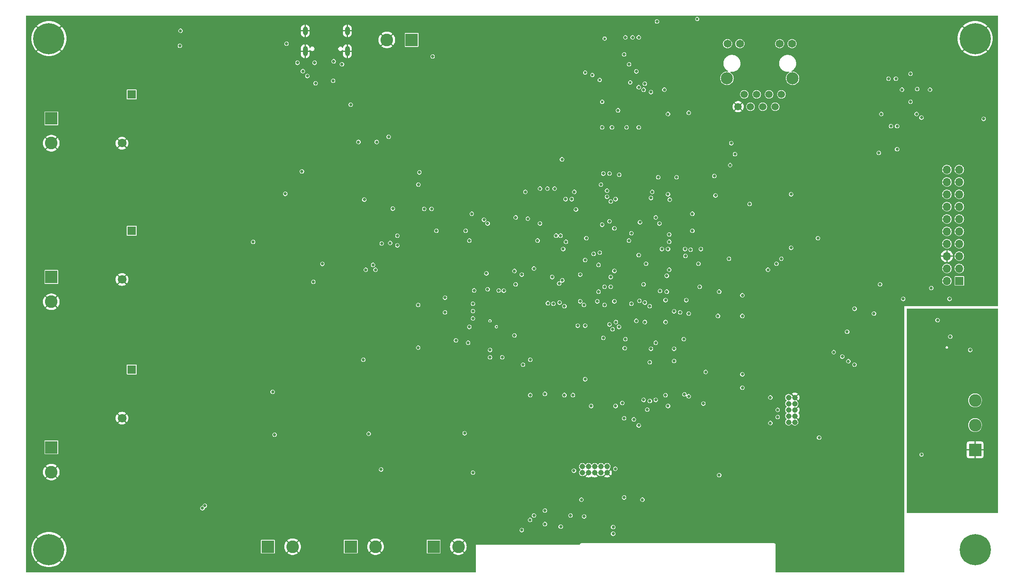
<source format=gbr>
%TF.GenerationSoftware,KiCad,Pcbnew,8.0.7*%
%TF.CreationDate,2025-11-12T22:50:05-06:00*%
%TF.ProjectId,EnergyMonitoringSystem,456e6572-6779-44d6-9f6e-69746f72696e,rev?*%
%TF.SameCoordinates,PX1c9c380PY91e9840*%
%TF.FileFunction,Copper,L7,Inr*%
%TF.FilePolarity,Positive*%
%FSLAX46Y46*%
G04 Gerber Fmt 4.6, Leading zero omitted, Abs format (unit mm)*
G04 Created by KiCad (PCBNEW 8.0.7) date 2025-11-12 22:50:05*
%MOMM*%
%LPD*%
G01*
G04 APERTURE LIST*
%TA.AperFunction,ComponentPad*%
%ADD10R,1.700000X1.700000*%
%TD*%
%TA.AperFunction,ComponentPad*%
%ADD11O,1.700000X1.700000*%
%TD*%
%TA.AperFunction,ComponentPad*%
%ADD12C,6.400000*%
%TD*%
%TA.AperFunction,ComponentPad*%
%ADD13C,1.500000*%
%TD*%
%TA.AperFunction,ComponentPad*%
%ADD14C,2.500000*%
%TD*%
%TA.AperFunction,ComponentPad*%
%ADD15C,1.650000*%
%TD*%
%TA.AperFunction,ComponentPad*%
%ADD16R,2.600000X2.600000*%
%TD*%
%TA.AperFunction,ComponentPad*%
%ADD17C,2.600000*%
%TD*%
%TA.AperFunction,ComponentPad*%
%ADD18C,1.143000*%
%TD*%
%TA.AperFunction,ComponentPad*%
%ADD19R,1.800000X1.800000*%
%TD*%
%TA.AperFunction,ComponentPad*%
%ADD20C,1.800000*%
%TD*%
%TA.AperFunction,ComponentPad*%
%ADD21O,1.000000X2.100000*%
%TD*%
%TA.AperFunction,ComponentPad*%
%ADD22O,1.000000X1.800000*%
%TD*%
%TA.AperFunction,ViaPad*%
%ADD23C,0.650000*%
%TD*%
%TA.AperFunction,ViaPad*%
%ADD24C,0.400000*%
%TD*%
%TA.AperFunction,ViaPad*%
%ADD25C,0.600000*%
%TD*%
G04 APERTURE END LIST*
D10*
%TO.N,SPI5_SCK*%
%TO.C,J503*%
X191750000Y60210000D03*
D11*
%TO.N,+DCDC_1*%
X189210000Y60210000D03*
%TO.N,SPI5_MISO*%
X191750000Y62750000D03*
%TO.N,+DCDC_2*%
X189210000Y62750000D03*
%TO.N,SPI5_MOSI*%
X191750000Y65290000D03*
%TO.N,GND*%
X189210000Y65290000D03*
%TO.N,SPI5_CS*%
X191750000Y67830000D03*
%TO.N,unconnected-(J503-Pin_8-Pad8)*%
X189210000Y67830000D03*
%TO.N,unconnected-(J503-Pin_9-Pad9)*%
X191750000Y70370000D03*
%TO.N,unconnected-(J503-Pin_10-Pad10)*%
X189210000Y70370000D03*
%TO.N,unconnected-(J503-Pin_11-Pad11)*%
X191750000Y72910000D03*
%TO.N,ADS_SPI_SCK*%
X189210000Y72910000D03*
%TO.N,unconnected-(J503-Pin_13-Pad13)*%
X191750000Y75450000D03*
%TO.N,ADS_DOUT_uC_DIN*%
X189210000Y75450000D03*
%TO.N,unconnected-(J503-Pin_15-Pad15)*%
X191750000Y77990000D03*
%TO.N,ADS_DIN_uC_DOUT*%
X189210000Y77990000D03*
%TO.N,unconnected-(J503-Pin_17-Pad17)*%
X191750000Y80530000D03*
%TO.N,ADS_CS*%
X189210000Y80530000D03*
%TO.N,unconnected-(J503-Pin_19-Pad19)*%
X191750000Y83070000D03*
%TO.N,ADS_DRDY*%
X189210000Y83070000D03*
%TD*%
D12*
%TO.N,GND*%
%TO.C,H203*%
X195000000Y5000000D03*
%TD*%
D13*
%TO.N,/ETHERNET/RMII_TXP*%
%TO.C,J801*%
X155270000Y98540000D03*
%TO.N,/ETHERNET/ETH_DCDC2_FR*%
X154000000Y96000000D03*
%TO.N,/ETHERNET/RMII_TXN*%
X152730000Y98540000D03*
%TO.N,/ETHERNET/RMII_RXP*%
X151460000Y96000000D03*
%TO.N,/ETHERNET/ETH_DCDC2_FR*%
X150190000Y98540000D03*
%TO.N,/ETHERNET/RMII_RXN*%
X148920000Y96000000D03*
%TO.N,unconnected-(J801-Pad7)*%
X147650000Y98540000D03*
%TO.N,GND*%
X146380000Y96000000D03*
D14*
%TO.N,Net-(C812-Pad1)*%
X157555000Y101840000D03*
X144095000Y101840000D03*
D15*
%TO.N,Net-(J801-YEL_+)*%
X157450000Y108950000D03*
%TO.N,Net-(J801-YEL_-)*%
X154910000Y108950000D03*
%TO.N,Net-(J801-GRN_+)*%
X146740000Y108950000D03*
%TO.N,Net-(J801-GRN_-)*%
X144200000Y108950000D03*
%TD*%
D16*
%TO.N,Net-(J602-Pin_1)*%
%TO.C,J602*%
X5500000Y61000000D03*
D17*
%TO.N,GND*%
X5500000Y55920000D03*
%TD*%
D12*
%TO.N,GND*%
%TO.C,H201*%
X5000000Y110000000D03*
%TD*%
D16*
%TO.N,/ADC/CT_PhaseA_IN*%
%TO.C,J604*%
X49920000Y5600000D03*
D17*
%TO.N,GND*%
X55000000Y5600000D03*
%TD*%
D18*
%TO.N,+DCDC_1*%
%TO.C,J401*%
X158000000Y31170000D03*
%TO.N,/uCMain/DEBUG_JTMS-SWDIO-H*%
X156730000Y31170000D03*
%TO.N,GND*%
X158000000Y32440000D03*
%TO.N,/uCMain/DEBUG_JTCK-SWCLK-H*%
X156730000Y32440000D03*
%TO.N,GND*%
X158000000Y33710000D03*
%TO.N,/uCMain/DEBUG_JTDO-SWO-H*%
X156730000Y33710000D03*
%TO.N,unconnected-(J401-Pin_7-Pad7)*%
X158000000Y34980000D03*
%TO.N,unconnected-(J401-Pin_8-Pad8)*%
X156730000Y34980000D03*
%TO.N,GND*%
X158000000Y36250000D03*
%TO.N,/uCMain/NRST-H*%
X156730000Y36250000D03*
%TD*%
D12*
%TO.N,GND*%
%TO.C,H204*%
X5000000Y5000000D03*
%TD*%
D19*
%TO.N,Net-(J601-Pin_1)*%
%TO.C,R601*%
X22000000Y98500000D03*
D20*
%TO.N,GND*%
X20000000Y88500000D03*
%TD*%
D16*
%TO.N,/ADC/CT_PhaseC_IN*%
%TO.C,J606*%
X83920000Y5600000D03*
D17*
%TO.N,GND*%
X89000000Y5600000D03*
%TD*%
D12*
%TO.N,GND*%
%TO.C,H202*%
X195000000Y110000000D03*
%TD*%
D16*
%TO.N,GND2*%
%TO.C,J701*%
X195000000Y25500000D03*
D17*
%TO.N,Net-(J701-Pin_2)*%
X195000000Y30580000D03*
%TO.N,Net-(J701-Pin_3)*%
X195000000Y35660000D03*
%TD*%
D19*
%TO.N,Net-(J603-Pin_1)*%
%TO.C,R603*%
X22000000Y42000000D03*
D20*
%TO.N,GND*%
X20000000Y32000000D03*
%TD*%
D16*
%TO.N,/ADC/CT_PhaseB_IN*%
%TO.C,J605*%
X66920000Y5600000D03*
D17*
%TO.N,GND*%
X72000000Y5600000D03*
%TD*%
D16*
%TO.N,Net-(J601-Pin_1)*%
%TO.C,J601*%
X5500000Y93580000D03*
D17*
%TO.N,GND*%
X5500000Y88500000D03*
%TD*%
D16*
%TO.N,+5V_EXT*%
%TO.C,J202*%
X79412500Y109725000D03*
D17*
%TO.N,GND*%
X74332500Y109725000D03*
%TD*%
D19*
%TO.N,Net-(J602-Pin_1)*%
%TO.C,R602*%
X22000000Y70500000D03*
D20*
%TO.N,GND*%
X20000000Y60500000D03*
%TD*%
D18*
%TO.N,+DCDC_1*%
%TO.C,J502*%
X114430000Y20800000D03*
%TO.N,/BLE/BLE_SWDIO*%
X114430000Y22070000D03*
%TO.N,GND*%
X115700000Y20800000D03*
%TO.N,/BLE/BLE_SWDCLK*%
X115700000Y22070000D03*
%TO.N,GND*%
X116970000Y20800000D03*
%TO.N,unconnected-(J502-Pin_6-Pad6)*%
X116970000Y22070000D03*
%TO.N,unconnected-(J502-Pin_7-Pad7)*%
X118240000Y20800000D03*
%TO.N,unconnected-(J502-Pin_8-Pad8)*%
X118240000Y22070000D03*
%TO.N,GND*%
X119510000Y20800000D03*
%TO.N,BLE_RST*%
X119510000Y22070000D03*
%TD*%
D21*
%TO.N,GND*%
%TO.C,J201*%
X66232500Y107400000D03*
D22*
X66232500Y111580000D03*
D21*
X57592500Y107400000D03*
D22*
X57592500Y111580000D03*
%TD*%
D16*
%TO.N,Net-(J603-Pin_1)*%
%TO.C,J603*%
X5500000Y26000000D03*
D17*
%TO.N,GND*%
X5500000Y20920000D03*
%TD*%
D23*
%TO.N,GND*%
X173500000Y54250000D03*
%TO.N,SPI5_MOSI*%
X110000000Y9705000D03*
X174250000Y53500000D03*
%TO.N,SPI5_SCK*%
X112000000Y12000000D03*
%TO.N,GND*%
X169000000Y54250000D03*
%TO.N,SPI5_SCK*%
X170270980Y54479020D03*
%TO.N,+5V_EXT*%
X74712500Y89825000D03*
X83712500Y106325000D03*
%TO.N,GND*%
X50000000Y60000000D03*
X127000000Y31750000D03*
X12500000Y2500000D03*
X132750000Y49500000D03*
X15000000Y40000000D03*
X30000000Y85000000D03*
X2500000Y85000000D03*
X35250000Y92500000D03*
X85000000Y40000000D03*
X2500000Y80000000D03*
X95000000Y10000000D03*
X100000000Y15000000D03*
X10000000Y100000000D03*
X65000000Y75000000D03*
X40000000Y112500000D03*
X195500000Y93000000D03*
X71149999Y60900000D03*
X60000000Y25000000D03*
X82500000Y42500000D03*
X142000000Y102500000D03*
X25500000Y20500000D03*
X100000000Y90000000D03*
X197500000Y97500000D03*
X100000000Y95000000D03*
X197500000Y80000000D03*
X70000000Y35000000D03*
X45000000Y85000000D03*
X30000000Y112500000D03*
X92500000Y112500000D03*
X35250000Y64000000D03*
X115000000Y105000000D03*
X45000000Y90000000D03*
X119250000Y80000000D03*
X2500000Y102500000D03*
X98800000Y8100000D03*
X90000000Y100000000D03*
X91000000Y52000000D03*
X100000000Y100000000D03*
X52500000Y2500000D03*
X160000000Y2500000D03*
X95000000Y100000000D03*
X10000000Y75000000D03*
X25000000Y75000000D03*
X61712500Y94725000D03*
X112500000Y112500000D03*
X20000000Y10000000D03*
X90750000Y55500000D03*
X30000000Y55000000D03*
X157000000Y42000000D03*
X194250000Y93000000D03*
X122500000Y112500000D03*
D24*
X96000000Y51000000D03*
D23*
X107750000Y58500000D03*
X147750000Y71000000D03*
X175000000Y30000000D03*
X126500000Y64500000D03*
X99000000Y30500000D03*
X2500000Y45000000D03*
X65000000Y15000000D03*
X197500000Y77500000D03*
X187500000Y112500000D03*
X146000000Y9250000D03*
X62000000Y31000000D03*
X55000000Y75000000D03*
X45000000Y60000000D03*
D24*
X97000000Y52000000D03*
D23*
X126900000Y10700000D03*
X57500000Y23500000D03*
X55000000Y45000000D03*
X35000000Y75000000D03*
X165000000Y10000000D03*
X25000000Y85000000D03*
X182500000Y112500000D03*
X197500000Y85000000D03*
X25000000Y50000000D03*
X77750000Y52250000D03*
X117250000Y99000000D03*
X185000000Y112500000D03*
X35000000Y30000000D03*
X85000000Y85000000D03*
X160000000Y50000000D03*
X30000000Y100000000D03*
X145750000Y87500000D03*
X40000000Y80000000D03*
X70612500Y109725000D03*
X131000000Y95000000D03*
X82500000Y2500000D03*
X119600000Y19400000D03*
X170900000Y47849999D03*
X170000000Y35000000D03*
X80000000Y20000000D03*
X61212500Y103825000D03*
X180000000Y112500000D03*
X141500000Y80750000D03*
X2500000Y57500000D03*
X2500000Y52500000D03*
X197500000Y75000000D03*
X96500000Y24200000D03*
X100000000Y25000000D03*
X175000000Y40000000D03*
X175000000Y105000000D03*
X132250000Y59000000D03*
X2500000Y65000000D03*
X197500000Y70000000D03*
X2500000Y17500000D03*
X157500000Y2500000D03*
X57500000Y2500000D03*
X73475000Y81562500D03*
X10000000Y25000000D03*
X35000000Y60000000D03*
X75000000Y86225000D03*
X184750000Y65250000D03*
X45000000Y10000000D03*
X2500000Y67500000D03*
X2500000Y47500000D03*
X17500000Y112500000D03*
X2500000Y87500000D03*
X67500000Y2500000D03*
X140000000Y15000000D03*
X40000000Y75000000D03*
X105000000Y95000000D03*
X175000000Y2500000D03*
X57500000Y96000000D03*
X77900000Y78700000D03*
X40000000Y25000000D03*
X170000000Y75000000D03*
X102500000Y112500000D03*
X137200420Y64549580D03*
X93520980Y61770980D03*
X45000000Y70000000D03*
X69000000Y105225000D03*
X110450000Y98950000D03*
X104500000Y32250000D03*
X162500000Y109000000D03*
X95000000Y73500000D03*
X45000000Y112500000D03*
X10000000Y50000000D03*
X2500000Y32500000D03*
X121700000Y98900000D03*
X60000000Y50000000D03*
X35000000Y20000000D03*
X90000000Y105000000D03*
X117600000Y19200000D03*
X76800000Y77000000D03*
X147250000Y69000000D03*
X40000000Y100000000D03*
X25000000Y10000000D03*
X165000000Y25000000D03*
X22500000Y2500000D03*
X63512500Y79225000D03*
D24*
X95000000Y53000000D03*
D23*
X47500000Y112500000D03*
X2500000Y50000000D03*
X40000000Y2500000D03*
X190500000Y57250000D03*
X38185000Y108500000D03*
X80000000Y10000000D03*
X75000000Y57500000D03*
X95000000Y15000000D03*
X77500000Y107500000D03*
X63000000Y86750000D03*
X91500000Y49500000D03*
X151500000Y51750000D03*
X151500000Y53000000D03*
X45000000Y15000000D03*
X162500000Y2500000D03*
X160000000Y20000000D03*
X175000000Y10000000D03*
X190000000Y112500000D03*
X67500000Y112500000D03*
X60000000Y15000000D03*
X146500000Y61750000D03*
X50000000Y2500000D03*
X85000000Y25000000D03*
X135000000Y81750000D03*
X10000000Y10000000D03*
X90000000Y80000000D03*
X45000000Y50000000D03*
X2500000Y40000000D03*
X170000000Y25000000D03*
X87500000Y112500000D03*
X95000000Y95000000D03*
X2500000Y92500000D03*
X174300000Y41249999D03*
X10000000Y60000000D03*
X113250000Y52000000D03*
X60000000Y2500000D03*
X101500000Y72500000D03*
X175000000Y25000000D03*
X40500000Y67250000D03*
X149500000Y47500000D03*
X175000000Y80000000D03*
X30000000Y45000000D03*
X170000000Y105000000D03*
X40000000Y50000000D03*
X35000000Y2500000D03*
X50000000Y35000000D03*
X62400000Y62500000D03*
X40000000Y105000000D03*
X153500000Y112575000D03*
X45000000Y100000000D03*
X197500000Y72500000D03*
X178000000Y5000000D03*
X50000000Y70000000D03*
X89250000Y70500000D03*
X105000000Y30000000D03*
X62500000Y112500000D03*
X105000000Y90000000D03*
X87500000Y37500000D03*
X2500000Y70000000D03*
X25000000Y90000000D03*
X2500000Y82500000D03*
X100000000Y105000000D03*
X10000000Y2500000D03*
X170800000Y51149999D03*
X99250000Y44500000D03*
X163500000Y50000000D03*
X117500000Y112500000D03*
X167500000Y112500000D03*
X90000000Y85000000D03*
X100000000Y85000000D03*
X70000000Y107500000D03*
X197500000Y60000000D03*
X2500000Y35000000D03*
X45000000Y105000000D03*
X87250000Y44960000D03*
X10000000Y40000000D03*
X72000000Y13200000D03*
X2500000Y25000000D03*
X15000000Y30000000D03*
X95000000Y90000000D03*
X126500000Y101500000D03*
X85000000Y112500000D03*
X55000000Y112500000D03*
X62257776Y65984449D03*
X75000000Y105000000D03*
X137000000Y71500000D03*
X40000000Y45000000D03*
X175000000Y112500000D03*
X85000000Y2500000D03*
X30000000Y95000000D03*
X170000000Y30000000D03*
X124750000Y50500000D03*
X165000000Y105000000D03*
X119500000Y105750000D03*
X2500000Y20000000D03*
X35000000Y50000000D03*
X40000000Y20000000D03*
X75000000Y2500000D03*
X2500000Y60000000D03*
X2500000Y75000000D03*
X150000000Y20000000D03*
X87500000Y2500000D03*
X30000000Y60000000D03*
X163500000Y34000000D03*
X15000000Y25000000D03*
X70000000Y112500000D03*
X175000000Y75000000D03*
X15000000Y2500000D03*
X40750000Y96000000D03*
X75000000Y15000000D03*
X60000000Y90000000D03*
X110250000Y82000000D03*
X25000000Y55000000D03*
X144000000Y66250000D03*
X143000000Y97000000D03*
X15000000Y60000000D03*
X172500000Y112500000D03*
X56500000Y96000000D03*
X115000000Y112500000D03*
X143000000Y76000000D03*
X60000000Y45000000D03*
X125300000Y17700000D03*
X25000000Y112500000D03*
X15000000Y80000000D03*
X10000000Y80000000D03*
X114250000Y16250000D03*
X15000000Y50000000D03*
X114270000Y79750000D03*
X95000000Y80000000D03*
X110000000Y105000000D03*
X50000000Y105000000D03*
X72500000Y107500000D03*
X2500000Y12500000D03*
X75000000Y112500000D03*
X30000000Y30000000D03*
X35000000Y55000000D03*
X134000000Y49500000D03*
X92500000Y44500000D03*
X153750000Y24500000D03*
X97250000Y55500000D03*
X2500000Y37500000D03*
X102750000Y60750000D03*
X90000000Y95000000D03*
X157000000Y24500000D03*
X95000000Y105000000D03*
X35000000Y90000000D03*
X80000000Y15000000D03*
X70812500Y83025000D03*
X50000000Y50000000D03*
X117450000Y94450000D03*
X106500000Y69250000D03*
X2500000Y55000000D03*
X186250000Y63500000D03*
X105000000Y112500000D03*
X135000000Y9000000D03*
X128750000Y63750000D03*
X10000000Y105000000D03*
X2500000Y10000000D03*
X197500000Y57500000D03*
X114950000Y93450000D03*
X127500000Y8900000D03*
X95000000Y112500000D03*
X70725000Y101625000D03*
X2500000Y30000000D03*
X15000000Y75000000D03*
X57012500Y98975000D03*
X15000000Y45000000D03*
X38285000Y111600000D03*
X128750000Y81750000D03*
X80000000Y112500000D03*
X69500000Y57750000D03*
X146750000Y100250000D03*
X106000000Y9500000D03*
X138000000Y40000000D03*
X55000000Y80000000D03*
X76900000Y23700000D03*
X53412500Y103325000D03*
X40000000Y85000000D03*
X175000000Y20000000D03*
X106500000Y68250000D03*
X60000000Y112500000D03*
X165000000Y100000000D03*
X175000000Y35000000D03*
X79500000Y30500000D03*
X25000000Y2500000D03*
X50000000Y20000000D03*
X105000000Y105000000D03*
X110000000Y112500000D03*
X124000000Y17700000D03*
X30000000Y50000000D03*
X85000000Y105000000D03*
X149500000Y46250000D03*
X20000000Y75000000D03*
X20000000Y15000000D03*
X2500000Y97500000D03*
X141500000Y58500000D03*
X47500000Y2500000D03*
X114000000Y81475000D03*
X84000000Y76500000D03*
X10000000Y95000000D03*
X138500000Y58000000D03*
X197500000Y67500000D03*
X63500001Y66500000D03*
X77400000Y96100000D03*
X75000000Y10000000D03*
X66599999Y61775551D03*
X15000000Y105000000D03*
X141300000Y22000000D03*
X20000000Y2500000D03*
X145250000Y66000000D03*
X144000000Y74750000D03*
X20000000Y80000000D03*
X10000000Y112500000D03*
X175500000Y58500000D03*
X127600000Y19400000D03*
X160000000Y15000000D03*
X60000000Y75000000D03*
X72500000Y2500000D03*
X170000000Y70000000D03*
X85000000Y100000000D03*
X61362500Y81475000D03*
X107500000Y13750000D03*
X40000000Y60000000D03*
X170000000Y112500000D03*
X65000000Y10000000D03*
X150000000Y25000000D03*
X89000000Y13200000D03*
X122500000Y89000000D03*
X107500000Y60250000D03*
X115750000Y99000000D03*
X25000000Y80000000D03*
X101100000Y8100000D03*
X15000000Y100000000D03*
X80000000Y2500000D03*
X15000000Y95000000D03*
X35000000Y100000000D03*
X25000000Y25000000D03*
X60000000Y70000000D03*
X76212500Y97525000D03*
X172500000Y2500000D03*
X136250000Y81750000D03*
X170000000Y100000000D03*
X75000000Y35000000D03*
X155000000Y15000000D03*
X2500000Y42500000D03*
X149250000Y60000000D03*
X165000000Y2500000D03*
X126500000Y95250000D03*
X137000000Y72750000D03*
X147250000Y60500000D03*
X137500000Y112500000D03*
X45000000Y80000000D03*
X155000000Y10000000D03*
X162500000Y112500000D03*
X77500000Y112500000D03*
X20000000Y112500000D03*
X135000000Y112500000D03*
X10000000Y15000000D03*
X75000000Y62500000D03*
X155500000Y96500000D03*
X58012500Y104125000D03*
X135400000Y29400000D03*
X115000000Y98750000D03*
X2500000Y27500000D03*
X67400000Y56600000D03*
X15000000Y15000000D03*
X60000000Y31000000D03*
X165000000Y20000000D03*
X35000000Y85000000D03*
X165000000Y15000000D03*
X134500000Y80250000D03*
X2500000Y90000000D03*
X50000000Y55000000D03*
X45000000Y45000000D03*
X12500000Y112500000D03*
X133700000Y31750000D03*
X63112500Y85425000D03*
X35000000Y80000000D03*
X2500000Y22500000D03*
X180000000Y80000000D03*
X137520000Y29400000D03*
X101000000Y30500000D03*
X154250000Y42000000D03*
X70000000Y10000000D03*
D24*
X96000000Y53000000D03*
D23*
X133250000Y42500000D03*
X147250000Y63000000D03*
X40750000Y38750000D03*
X100000000Y112500000D03*
X165000000Y112500000D03*
X55000000Y70000000D03*
X108250000Y65760374D03*
X30000000Y75000000D03*
X119500000Y104000000D03*
X147000000Y106750000D03*
X127500000Y112500000D03*
X30600000Y16700000D03*
X177500000Y112500000D03*
X61600000Y68000000D03*
X167500000Y2500000D03*
X2500000Y15000000D03*
X50000000Y15000000D03*
X140000000Y9000000D03*
X17500000Y2500000D03*
X155000000Y2500000D03*
X160000000Y10000000D03*
X138250000Y61750000D03*
X60000000Y10000000D03*
X42500000Y112500000D03*
X162250000Y34000000D03*
X76012500Y79425000D03*
X104500000Y72750000D03*
X197500000Y82500000D03*
X55000000Y2500000D03*
X10000000Y90000000D03*
X45000000Y2500000D03*
X114250000Y50250000D03*
X115350000Y19250000D03*
X175000000Y15000000D03*
X118000000Y107000000D03*
X75000000Y107500000D03*
X15000000Y10000000D03*
X105000000Y100000000D03*
X64112500Y99825000D03*
X70000000Y50000000D03*
X81500000Y30500000D03*
X25000000Y35000000D03*
X120000000Y112500000D03*
X35250000Y35500000D03*
X25000000Y100000000D03*
X60000000Y20000000D03*
X15000000Y90000000D03*
X117000000Y66750000D03*
X42500000Y2500000D03*
X91750000Y69500000D03*
X58312500Y82425000D03*
X100500000Y50250000D03*
X15000000Y65000000D03*
X116000000Y40000000D03*
X52500000Y112500000D03*
X181000000Y57250000D03*
X125000000Y112500000D03*
X37500000Y2500000D03*
X182500000Y58750000D03*
X90000000Y2500000D03*
X10000000Y35000000D03*
X151000000Y40000000D03*
X88750000Y44960000D03*
X50000000Y112500000D03*
X117750000Y50500000D03*
X2500000Y62500000D03*
X95000000Y20000000D03*
X27500000Y2500000D03*
X62500000Y2500000D03*
X2500000Y72500000D03*
X35000000Y45000000D03*
X22500000Y112500000D03*
X80000000Y25000000D03*
X85000000Y80000000D03*
X132000000Y46250000D03*
X99000000Y57295000D03*
X27500000Y112500000D03*
X132250000Y78770003D03*
X92500000Y46000000D03*
X134200000Y21900000D03*
X116700000Y15700000D03*
X155000000Y20000000D03*
X50000000Y100000000D03*
X10000000Y45000000D03*
X50000000Y45000000D03*
X90000000Y15000000D03*
X65000000Y20000000D03*
X30000000Y25000000D03*
X77000000Y50000000D03*
X91750000Y75250000D03*
X77500000Y105000000D03*
X72500000Y105000000D03*
X25000000Y45000000D03*
X40000000Y55000000D03*
X97500000Y112500000D03*
X197500000Y62500000D03*
X10000000Y70000000D03*
X170000000Y2500000D03*
X2500000Y105000000D03*
X144750000Y85000000D03*
X110000000Y90000000D03*
X20000000Y20000000D03*
X85000000Y15000000D03*
X15000000Y35000000D03*
X45000000Y55000000D03*
X70000000Y2500000D03*
X90000000Y112500000D03*
X30000000Y105000000D03*
X30000000Y2500000D03*
X45000000Y75000000D03*
X122750000Y78000000D03*
X15000000Y112500000D03*
X65400000Y57600000D03*
X55000000Y55000000D03*
X75812500Y85725000D03*
X82500000Y112500000D03*
X135000000Y15000000D03*
X96000000Y72750000D03*
X54500000Y98500000D03*
X100000000Y20000000D03*
X40000000Y90000000D03*
X150000000Y15000000D03*
X107500000Y112500000D03*
X65000000Y90000000D03*
X110950000Y96450000D03*
X170000000Y20000000D03*
X55000000Y90000000D03*
X2500000Y100000000D03*
X77500000Y2500000D03*
X32500000Y2500000D03*
X170000000Y15000000D03*
X55000000Y13000000D03*
X65000000Y2500000D03*
X85000000Y20000000D03*
X2500000Y77500000D03*
X72500000Y112500000D03*
X54500000Y99500000D03*
X2500000Y95000000D03*
X197500000Y95000000D03*
X57912500Y87000000D03*
X197500000Y65000000D03*
X70000000Y55000000D03*
X35000000Y105000000D03*
X76212500Y91825000D03*
%TO.N,/USB/PD_IN_GD*%
X58022549Y102300735D03*
X57100000Y103300000D03*
D24*
%TO.N,+DCDC_1*%
X96796985Y50796985D03*
D23*
X32000000Y111600000D03*
X131750000Y61250000D03*
X123500000Y91750000D03*
X81000000Y82500000D03*
X104500000Y62750000D03*
X138500000Y59000000D03*
X118500000Y91750000D03*
X138750000Y66750000D03*
X121250000Y77000000D03*
X108500000Y55500000D03*
X110250000Y85175000D03*
X75000000Y68000000D03*
X95500000Y46000000D03*
X51300000Y28600000D03*
X112700000Y21200000D03*
D24*
X95500000Y52000000D03*
D23*
X95500000Y44500000D03*
X128750000Y78500000D03*
X186000000Y58750000D03*
X123000000Y15700000D03*
X110500000Y66750000D03*
X103700000Y11100000D03*
X70600000Y28800000D03*
X105250000Y68500000D03*
X76500000Y67500000D03*
X86250000Y53750000D03*
X86250000Y56750000D03*
X137000000Y70500000D03*
X72000000Y62500000D03*
X131250000Y99500000D03*
X90300000Y28900000D03*
X102250000Y43000000D03*
X37000000Y14000000D03*
X126000000Y91750000D03*
X127250000Y51750000D03*
X92250000Y58250000D03*
X83500000Y75000000D03*
X147250000Y57250000D03*
X112770000Y78500000D03*
X133250000Y53955000D03*
X118750000Y48500000D03*
X82000000Y75000000D03*
X95000000Y58500000D03*
X129750000Y113500000D03*
X100750000Y59500000D03*
X133750000Y81500000D03*
X71500000Y63500000D03*
X76500000Y69500000D03*
X121750000Y95250000D03*
X103750000Y44000000D03*
X69500000Y44000000D03*
X163000000Y28000000D03*
X53500000Y78100000D03*
X120500000Y91750000D03*
X147250000Y41000000D03*
X61100000Y63700000D03*
X138250000Y63750000D03*
X105750000Y72000000D03*
X36500000Y13500000D03*
%TO.N,+1V2*%
X75550000Y75050000D03*
X70000000Y62500000D03*
%TO.N,+DCDC_2*%
X31885000Y108500000D03*
X196750000Y93500000D03*
X142500000Y20300000D03*
X69700000Y76900000D03*
X168750000Y49750000D03*
%TO.N,-DCDC_1*%
X73150000Y21450000D03*
X92000000Y20800000D03*
X50900000Y37400000D03*
%TO.N,/uCMain/NRST*%
X132250000Y68250000D03*
X80750000Y55250000D03*
X134500000Y53750000D03*
%TO.N,+VDD_SDC*%
X155250000Y64750000D03*
X147250000Y53000000D03*
X147250000Y38250000D03*
%TO.N,/ADC/V_Phase_B_P*%
X46900000Y68200000D03*
X59250000Y60000000D03*
%TO.N,Net-(U401B-VLXSMPS)*%
X144500000Y64750000D03*
X132250000Y62500000D03*
%TO.N,+V_ISO*%
X194000000Y46000000D03*
D25*
X184000000Y24500000D03*
D23*
%TO.N,GND2*%
X197500000Y40000000D03*
X197500000Y42500000D03*
X197000000Y27750000D03*
X197500000Y52500000D03*
X197500000Y20000000D03*
X197500000Y15000000D03*
X192500000Y48500000D03*
X193000000Y23500000D03*
X187800000Y41000000D03*
X190000000Y20000000D03*
X197500000Y17500000D03*
X185000000Y15000000D03*
X197500000Y47500000D03*
X185000000Y20000000D03*
X197500000Y45000000D03*
X197000000Y23500000D03*
X187800000Y44849999D03*
X193000000Y27750000D03*
X197500000Y50000000D03*
X184000000Y33500000D03*
X190000000Y15000000D03*
%TO.N,+VBUSc*%
X65112500Y104725000D03*
X56012500Y105025000D03*
X59512500Y105025000D03*
X53743750Y108956250D03*
X66918750Y96418750D03*
X63312500Y101325000D03*
%TO.N,/uCMain/DEBUG_JTMS-SWDIO-H*%
X153000000Y31000000D03*
%TO.N,/uCMain/DEBUG_JTCK-SWCLK-H*%
X154500000Y32250000D03*
%TO.N,/uCMain/DEBUG_JTDO-SWO-H*%
X154500000Y33710000D03*
%TO.N,BLE_RST*%
X114800000Y11800000D03*
X102000000Y9000000D03*
X121200000Y21600000D03*
X102750000Y78500000D03*
%TO.N,Net-(U701-VSEL)*%
X187300000Y52149999D03*
X189900000Y48749999D03*
%TO.N,/USB/USB_CC1c*%
X63412500Y105325000D03*
X59712500Y100825000D03*
%TO.N,/ETHERNET/ETH_DCDC2_FR*%
X124010374Y104690000D03*
X125500000Y103250000D03*
X124750000Y110250000D03*
X123000000Y106750000D03*
D25*
X118000000Y101500000D03*
X138000000Y114000000D03*
X124250000Y101000000D03*
D23*
X123250000Y110250000D03*
D25*
X119000000Y110000000D03*
D23*
X126000000Y110250000D03*
D25*
%TO.N,Net-(U801-VDDCR)*%
X118500000Y97000000D03*
D23*
%TO.N,ADS_CS*%
X73275000Y67900000D03*
X130750000Y66750000D03*
X152500000Y62500000D03*
%TO.N,/eMMC/VDDI*%
X88500000Y48000000D03*
%TO.N,/uCMain/BOOT0*%
X128250000Y55000000D03*
X80750000Y46500000D03*
%TO.N,ADS_DIN_uC_DOUT*%
X142500000Y58000000D03*
X103250000Y73000000D03*
X131750000Y58000000D03*
%TO.N,ADS_DOUT_uC_DIN*%
X130375000Y58125000D03*
X100750000Y73250000D03*
%TO.N,I2C1_SDA*%
X124000000Y68500000D03*
X179000000Y92000000D03*
X127250000Y55750000D03*
X121000000Y62250000D03*
%TO.N,/uCMain/NRST-H*%
X153000000Y36250000D03*
%TO.N,SPI1_SCK*%
X145750000Y86250000D03*
X130250000Y72000000D03*
%TO.N,UART4_TX*%
X137000000Y74000000D03*
X141750000Y77750000D03*
X132354020Y76895980D03*
%TO.N,UART4_RX*%
X121250000Y34500000D03*
X114750000Y55250000D03*
X179000000Y87250000D03*
%TO.N,GPIO_OUT_1*%
X120250000Y76500000D03*
X181750000Y97000000D03*
%TO.N,I2C1_SCL*%
X124500000Y70000000D03*
X126125000Y56125000D03*
X177750000Y92000000D03*
X120250000Y61000000D03*
%TO.N,GPIO_IN_1*%
X183125000Y99625000D03*
X119500000Y77500000D03*
%TO.N,GPIO_IN_2*%
X119500000Y78750000D03*
X185750000Y99500000D03*
%TO.N,ADC1_INP9*%
X175750000Y94500000D03*
X183000000Y94500000D03*
X122000000Y82000000D03*
%TO.N,SD_DETECT*%
X139250000Y35000000D03*
X121310000Y51750000D03*
X132000000Y34500000D03*
%TO.N,TIM4_CH1*%
X178750000Y101750000D03*
X111065745Y68250000D03*
%TO.N,SPI1_NSS*%
X129500000Y73250000D03*
X145000000Y88500000D03*
%TO.N,LDO_EN*%
X80800000Y80000000D03*
X120000000Y82260374D03*
%TO.N,DCDC_2_EN*%
X56900000Y82700000D03*
X118750000Y82250000D03*
X72250000Y88750000D03*
X68500000Y88750000D03*
%TO.N,ADC3_INP1*%
X132250000Y69750000D03*
X184000000Y93750000D03*
%TO.N,SPI1_MISO*%
X141500000Y81750000D03*
%TO.N,SPI1_MOSI*%
X127500000Y63750000D03*
X144750000Y84000000D03*
%TO.N,FDCAN2_TX*%
X181750000Y102750000D03*
X111000000Y77000000D03*
%TO.N,TIM4_CH2*%
X136250000Y94750000D03*
X114000000Y61500000D03*
X177250000Y101750000D03*
%TO.N,UART4_DE*%
X110750000Y55000000D03*
X162750000Y69000000D03*
X175250000Y86500000D03*
X122625000Y35125000D03*
%TO.N,FDCAN2_RX*%
X112250000Y77000000D03*
X180000000Y99500000D03*
%TO.N,SPI5_MISO*%
X189750000Y56500000D03*
X133250000Y46250000D03*
X133250000Y43750000D03*
X128270980Y43479020D03*
%TO.N,SPI5_CS*%
X114250000Y15250000D03*
X148750000Y76000000D03*
X132000000Y66750000D03*
%TO.N,ADS_STM32_CLKOUT*%
X108250000Y61000000D03*
X91750000Y74000000D03*
%TO.N,ADS_DRDY*%
X154250000Y63750000D03*
X127000000Y59500000D03*
X95000000Y72000000D03*
%TO.N,ADS_SYNC_RESET*%
X84500000Y70500000D03*
X126250000Y72250000D03*
%TO.N,ADS_SPI_SCK*%
X94250000Y72750000D03*
X131500000Y56250000D03*
%TO.N,uC_OTG_D+*%
X109678266Y59675266D03*
X109045000Y69515000D03*
%TO.N,uC_OTG_D-*%
X109955000Y69515000D03*
X110321734Y60318734D03*
%TO.N,SPI5_MOSI*%
X135375000Y36875000D03*
X106750000Y10250000D03*
%TO.N,SPI5_SCK*%
X136250000Y36500000D03*
X106750000Y13000000D03*
D25*
%TO.N,Net-(J801-YEL_+)*%
X115000000Y103000000D03*
%TO.N,Net-(J801-GRN_+)*%
X116500000Y102500000D03*
D23*
%TO.N,Net-(JP402-B)*%
X118000000Y66000000D03*
X142250000Y53000000D03*
X117750000Y58000000D03*
%TO.N,Net-(JP406-B)*%
X139750000Y41500000D03*
X113125000Y74875000D03*
X119000000Y59000000D03*
X120250000Y59000000D03*
X131500000Y51750000D03*
X121000000Y56000000D03*
%TO.N,eMMC_RSTn*%
X129500000Y47500000D03*
X116250000Y34500000D03*
%TO.N,/eMMC/SDMMC1_eMMC_RSTn_JP*%
X91000000Y47500000D03*
%TO.N,Net-(U401A-PG9)*%
X126000000Y65500000D03*
%TO.N,/uCMain/TIM1_CH1*%
X105750000Y79175000D03*
X121000000Y71000000D03*
%TO.N,/uCMain/TIM1_CH2*%
X108750000Y79175000D03*
X120000000Y72455000D03*
%TO.N,/uCMain/TIM1_CH3*%
X118500000Y71750000D03*
X107250000Y79175000D03*
%TO.N,/uCMain/DEBUG_JTMS-SWDIO*%
X106750000Y37000000D03*
X107375000Y55625000D03*
%TO.N,/uCMain/DEBUG_JTCK-SWCLK*%
X109750000Y55750000D03*
X110750000Y36750000D03*
%TO.N,/uCMain/DEBUG_JTDO-SWO*%
X124500000Y55500000D03*
%TO.N,BLE_INT*%
X126750000Y15250000D03*
X135750000Y56250000D03*
%TO.N,RMII_REF_CLK*%
X132000000Y78000000D03*
X132000000Y94500000D03*
%TO.N,SDMMC1_D2*%
X94750000Y61750000D03*
X113500000Y51000000D03*
%TO.N,SDMMC1_D3*%
X115000000Y40000000D03*
X115000000Y51000000D03*
%TO.N,SDMMC1_D6*%
X100500000Y62245000D03*
X90500000Y70500000D03*
%TO.N,SDMMC1_D7*%
X102000000Y61500000D03*
X91250000Y68500000D03*
%TO.N,/eMMC/SDMMC1_D3_R*%
X92000000Y54000000D03*
%TO.N,/eMMC/SDMMC1_D4_R*%
X92000000Y52500000D03*
%TO.N,/eMMC/SDMMC1_D5_R*%
X92000000Y55500000D03*
%TO.N,/eMMC/SDMMC1_D6_R*%
X97261250Y58238750D03*
%TO.N,/eMMC/SDMMC1_D7_R*%
X98309308Y58190692D03*
%TO.N,/eMMC/SDMMC1_CMD_R*%
X98000000Y44500000D03*
%TO.N,/eMMC/SDMMC1_CK_R*%
X100500000Y49000000D03*
%TO.N,Net-(U901-DATA_STROBE)*%
X103750000Y36750000D03*
X91250000Y50750000D03*
%TO.N,USART2_INV_485*%
X114000000Y56000000D03*
X123000000Y32000000D03*
X112500000Y36750000D03*
X170250000Y43000000D03*
%TO.N,SDMMC2_D1*%
X127750000Y33750000D03*
X115250000Y69000000D03*
%TO.N,USART2_RX*%
X157250000Y67000000D03*
X166000000Y45559999D03*
X157250000Y78000000D03*
X130000000Y81500000D03*
%TO.N,SDMMC2_CMD*%
X120625000Y50250000D03*
X129500000Y35750000D03*
%TO.N,BLE_TEST9*%
X120750000Y9625000D03*
X115000000Y64500000D03*
X104500000Y12000000D03*
%TO.N,SDMMC2_CK*%
X128275980Y35525980D03*
X120000000Y51250000D03*
%TO.N,SDMMC2_D2*%
X121940000Y50750000D03*
X131490000Y36740000D03*
%TO.N,RMII_TXD0*%
X126000000Y100000000D03*
X123250000Y48250000D03*
%TO.N,RMII_TXD1*%
X123125000Y46375000D03*
X127250000Y100720003D03*
%TO.N,ETH_NRST*%
X128500000Y77250000D03*
X128500000Y99000000D03*
%TO.N,USART2_TX*%
X119000000Y55250000D03*
X169000000Y43700000D03*
X125000000Y31750000D03*
%TO.N,USART2_DE*%
X167750000Y44649999D03*
X117500000Y56000000D03*
X126000000Y30500000D03*
%TO.N,BLE_TEST8*%
X120750000Y8250000D03*
X117750000Y63500000D03*
%TO.N,SDMMC2_D0*%
X116750000Y65750000D03*
X127000000Y35750000D03*
%TO.N,SDMMC2_D3*%
X128500000Y46250000D03*
X125500000Y52000000D03*
%TO.N,RMII_TX_EN*%
X118250000Y80000000D03*
X127000000Y99485000D03*
%TO.N,/uCMain/SPI5_SCK_R*%
X135581937Y65331937D03*
X136250000Y53500000D03*
%TO.N,/uCMain/SPI5_MOSI_R*%
X135500000Y66750000D03*
X135250000Y48250000D03*
%TO.N,SPI5_MISO*%
X136625000Y66625000D03*
X180250000Y56500000D03*
X175500000Y59500000D03*
%TD*%
%TA.AperFunction,Conductor*%
%TO.N,GND2*%
G36*
X199677826Y54478326D02*
G01*
X199699500Y54426000D01*
X199699500Y12574000D01*
X199677826Y12521674D01*
X199625500Y12500000D01*
X181074000Y12500000D01*
X181021674Y12521674D01*
X181000000Y12574000D01*
X181000000Y24500000D01*
X183574258Y24500000D01*
X183595095Y24368438D01*
X183595095Y24368437D01*
X183625907Y24307965D01*
X183655567Y24249755D01*
X183749755Y24155567D01*
X183868438Y24095095D01*
X184000000Y24074258D01*
X184131562Y24095095D01*
X184250245Y24155567D01*
X184344433Y24249755D01*
X184404905Y24368438D01*
X184425742Y24500000D01*
X184404905Y24631562D01*
X184344433Y24750245D01*
X184250245Y24844433D01*
X184190295Y24874979D01*
X184131563Y24904905D01*
X184000000Y24925742D01*
X183868437Y24904905D01*
X183868436Y24904905D01*
X183749753Y24844432D01*
X183655568Y24750247D01*
X183595095Y24631564D01*
X183595095Y24631563D01*
X183574258Y24500000D01*
X181000000Y24500000D01*
X181000000Y26831482D01*
X193300000Y26831482D01*
X193300000Y25625000D01*
X194362130Y25625000D01*
X194350000Y25564019D01*
X194350000Y25435981D01*
X194362130Y25375000D01*
X193300001Y25375000D01*
X193300001Y24168518D01*
X193314834Y24074852D01*
X193314835Y24074851D01*
X193372360Y23961954D01*
X193461953Y23872361D01*
X193574850Y23814836D01*
X193668518Y23800001D01*
X194875000Y23800001D01*
X194875000Y24862130D01*
X194935981Y24850000D01*
X195064019Y24850000D01*
X195125000Y24862130D01*
X195125000Y23800001D01*
X196331481Y23800001D01*
X196425148Y23814835D01*
X196425149Y23814836D01*
X196538046Y23872361D01*
X196627639Y23961954D01*
X196685164Y24074851D01*
X196685164Y24074852D01*
X196700000Y24168519D01*
X196700000Y25375000D01*
X195637870Y25375000D01*
X195650000Y25435981D01*
X195650000Y25564019D01*
X195637870Y25625000D01*
X196699999Y25625000D01*
X196699999Y26831483D01*
X196685165Y26925149D01*
X196685164Y26925150D01*
X196627639Y27038047D01*
X196538046Y27127640D01*
X196425149Y27185165D01*
X196331482Y27200000D01*
X195125000Y27200000D01*
X195125000Y26137871D01*
X195064019Y26150000D01*
X194935981Y26150000D01*
X194875000Y26137871D01*
X194875000Y27200000D01*
X193668517Y27200000D01*
X193574851Y27185166D01*
X193574850Y27185165D01*
X193461953Y27127640D01*
X193372360Y27038047D01*
X193314835Y26925150D01*
X193314835Y26925149D01*
X193300000Y26831482D01*
X181000000Y26831482D01*
X181000000Y30580004D01*
X193574632Y30580004D01*
X193574632Y30579997D01*
X193594070Y30345399D01*
X193594070Y30345398D01*
X193651864Y30117178D01*
X193746426Y29901600D01*
X193875184Y29704521D01*
X194034625Y29531323D01*
X194220398Y29386730D01*
X194427436Y29274686D01*
X194650093Y29198248D01*
X194882294Y29159500D01*
X194882300Y29159500D01*
X195117700Y29159500D01*
X195117706Y29159500D01*
X195349907Y29198248D01*
X195572564Y29274686D01*
X195779602Y29386730D01*
X195965375Y29531323D01*
X196124816Y29704521D01*
X196253574Y29901600D01*
X196348138Y30117184D01*
X196405928Y30345392D01*
X196405928Y30345396D01*
X196405929Y30345398D01*
X196405929Y30345399D01*
X196425368Y30579997D01*
X196425368Y30580004D01*
X196405929Y30814602D01*
X196405929Y30814603D01*
X196405928Y30814608D01*
X196348138Y31042816D01*
X196253574Y31258400D01*
X196124816Y31455479D01*
X195965375Y31628677D01*
X195779602Y31773270D01*
X195693074Y31820097D01*
X195572563Y31885315D01*
X195349905Y31961753D01*
X195233911Y31981109D01*
X195117706Y32000500D01*
X194882294Y32000500D01*
X194795140Y31985957D01*
X194650094Y31961753D01*
X194427436Y31885315D01*
X194220405Y31773274D01*
X194220401Y31773272D01*
X194034623Y31628676D01*
X193875181Y31455476D01*
X193746426Y31258401D01*
X193651864Y31042823D01*
X193594070Y30814603D01*
X193594070Y30814602D01*
X193574632Y30580004D01*
X181000000Y30580004D01*
X181000000Y35660004D01*
X193574632Y35660004D01*
X193574632Y35659997D01*
X193594070Y35425399D01*
X193594070Y35425398D01*
X193651864Y35197178D01*
X193746426Y34981600D01*
X193875184Y34784521D01*
X194034625Y34611323D01*
X194220398Y34466730D01*
X194427436Y34354686D01*
X194650093Y34278248D01*
X194882294Y34239500D01*
X194882300Y34239500D01*
X195117700Y34239500D01*
X195117706Y34239500D01*
X195349907Y34278248D01*
X195572564Y34354686D01*
X195779602Y34466730D01*
X195965375Y34611323D01*
X196124816Y34784521D01*
X196253574Y34981600D01*
X196348138Y35197184D01*
X196405928Y35425392D01*
X196405928Y35425396D01*
X196405929Y35425398D01*
X196405929Y35425399D01*
X196425368Y35659997D01*
X196425368Y35660004D01*
X196405929Y35894602D01*
X196405929Y35894603D01*
X196405928Y35894608D01*
X196348138Y36122816D01*
X196253574Y36338400D01*
X196124816Y36535479D01*
X195965375Y36708677D01*
X195779602Y36853270D01*
X195693074Y36900097D01*
X195572563Y36965315D01*
X195349905Y37041753D01*
X195233911Y37061109D01*
X195117706Y37080500D01*
X194882294Y37080500D01*
X194795140Y37065957D01*
X194650094Y37041753D01*
X194427436Y36965315D01*
X194220405Y36853274D01*
X194220401Y36853272D01*
X194034623Y36708676D01*
X193875181Y36535476D01*
X193746426Y36338401D01*
X193651864Y36122823D01*
X193594070Y35894603D01*
X193594070Y35894602D01*
X193574632Y35660004D01*
X181000000Y35660004D01*
X181000000Y46000000D01*
X193549919Y46000000D01*
X193568149Y45873201D01*
X193621368Y45756668D01*
X193705256Y45659855D01*
X193705259Y45659852D01*
X193705260Y45659851D01*
X193765183Y45621341D01*
X193813028Y45590593D01*
X193813030Y45590592D01*
X193935945Y45554500D01*
X193935947Y45554500D01*
X194064054Y45554500D01*
X194125511Y45572546D01*
X194186970Y45590592D01*
X194294740Y45659851D01*
X194378632Y45756668D01*
X194431850Y45873198D01*
X194450081Y46000000D01*
X194431850Y46126802D01*
X194378632Y46243332D01*
X194329799Y46299689D01*
X194294743Y46340146D01*
X194294740Y46340149D01*
X194186971Y46409408D01*
X194186969Y46409409D01*
X194064055Y46445500D01*
X194064053Y46445500D01*
X193935947Y46445500D01*
X193935945Y46445500D01*
X193813030Y46409409D01*
X193813028Y46409408D01*
X193705259Y46340149D01*
X193705256Y46340146D01*
X193621368Y46243333D01*
X193568149Y46126800D01*
X193549919Y46000000D01*
X181000000Y46000000D01*
X181000000Y46550000D01*
X188949690Y46550000D01*
X188949690Y46549999D01*
X188968744Y46454210D01*
X188998678Y46409409D01*
X189023004Y46373003D01*
X189104211Y46318743D01*
X189180945Y46303480D01*
X189199999Y46299689D01*
X189200000Y46299689D01*
X189200001Y46299689D01*
X189215893Y46302851D01*
X189295789Y46318743D01*
X189376996Y46373003D01*
X189431256Y46454210D01*
X189450310Y46549999D01*
X189431256Y46645788D01*
X189376996Y46726995D01*
X189295789Y46781255D01*
X189200001Y46800309D01*
X189199999Y46800309D01*
X189104210Y46781255D01*
X189023004Y46726996D01*
X189023003Y46726995D01*
X188968744Y46645789D01*
X188949690Y46550000D01*
X181000000Y46550000D01*
X181000000Y48749999D01*
X189449919Y48749999D01*
X189468149Y48623200D01*
X189521368Y48506667D01*
X189605256Y48409854D01*
X189605259Y48409851D01*
X189605260Y48409850D01*
X189665183Y48371340D01*
X189713028Y48340592D01*
X189713030Y48340591D01*
X189835945Y48304499D01*
X189835947Y48304499D01*
X189964054Y48304499D01*
X190025511Y48322545D01*
X190086970Y48340591D01*
X190194740Y48409850D01*
X190278632Y48506667D01*
X190331850Y48623197D01*
X190350081Y48749999D01*
X190331850Y48876801D01*
X190278632Y48993331D01*
X190194740Y49090148D01*
X190086971Y49159407D01*
X190086969Y49159408D01*
X189964055Y49195499D01*
X189964053Y49195499D01*
X189835947Y49195499D01*
X189835945Y49195499D01*
X189713030Y49159408D01*
X189713028Y49159407D01*
X189605259Y49090148D01*
X189605256Y49090145D01*
X189521368Y48993332D01*
X189468149Y48876799D01*
X189449919Y48749999D01*
X181000000Y48749999D01*
X181000000Y52149999D01*
X186849919Y52149999D01*
X186868149Y52023200D01*
X186921368Y51906667D01*
X187005256Y51809854D01*
X187005259Y51809851D01*
X187005260Y51809850D01*
X187065183Y51771340D01*
X187113028Y51740592D01*
X187113030Y51740591D01*
X187235945Y51704499D01*
X187235947Y51704499D01*
X187364054Y51704499D01*
X187425511Y51722545D01*
X187486970Y51740591D01*
X187594740Y51809850D01*
X187678632Y51906667D01*
X187731850Y52023197D01*
X187750081Y52149999D01*
X187731850Y52276801D01*
X187678632Y52393331D01*
X187594740Y52490148D01*
X187486971Y52559407D01*
X187486969Y52559408D01*
X187364055Y52595499D01*
X187364053Y52595499D01*
X187235947Y52595499D01*
X187235945Y52595499D01*
X187113030Y52559408D01*
X187113028Y52559407D01*
X187005259Y52490148D01*
X187005256Y52490145D01*
X186921368Y52393332D01*
X186868149Y52276799D01*
X186849919Y52149999D01*
X181000000Y52149999D01*
X181000000Y54426000D01*
X181021674Y54478326D01*
X181074000Y54500000D01*
X199625500Y54500000D01*
X199677826Y54478326D01*
G37*
%TD.AperFunction*%
%TD*%
%TA.AperFunction,Conductor*%
%TO.N,GND*%
G36*
X199677826Y114677826D02*
G01*
X199699500Y114625500D01*
X199699500Y55074000D01*
X199677826Y55021674D01*
X199625500Y55000000D01*
X180500000Y55000000D01*
X180500000Y374500D01*
X180478326Y322174D01*
X180426000Y300500D01*
X154174500Y300500D01*
X154122174Y322174D01*
X154100500Y374500D01*
X154100500Y6039564D01*
X154100499Y6039565D01*
X154080022Y6115986D01*
X154080020Y6115991D01*
X154040459Y6184512D01*
X153984511Y6240460D01*
X153915990Y6280021D01*
X153915985Y6280023D01*
X153839564Y6300500D01*
X153839562Y6300500D01*
X114239562Y6300500D01*
X114160438Y6300500D01*
X114160436Y6300500D01*
X114084014Y6280023D01*
X114084009Y6280021D01*
X114015488Y6240460D01*
X113959540Y6184512D01*
X113919979Y6115991D01*
X113919977Y6115986D01*
X113903595Y6054847D01*
X113869116Y6009914D01*
X113832117Y6000000D01*
X92600000Y6000000D01*
X92600000Y374500D01*
X92578326Y322174D01*
X92526000Y300500D01*
X374500Y300500D01*
X322174Y322174D01*
X300500Y374500D01*
X300500Y5000000D01*
X1395060Y5000000D01*
X1414808Y4623178D01*
X1414808Y4623177D01*
X1473836Y4250496D01*
X1571498Y3886013D01*
X1706720Y3533746D01*
X1878029Y3197532D01*
X2083543Y2881068D01*
X2321009Y2587822D01*
X2366027Y2542804D01*
X3780240Y3957018D01*
X3957016Y3780242D01*
X2542803Y2366028D01*
X2587821Y2321010D01*
X2881067Y2083544D01*
X3197531Y1878030D01*
X3533745Y1706721D01*
X3886012Y1571499D01*
X4250495Y1473837D01*
X4623176Y1414809D01*
X5000000Y1395061D01*
X5376822Y1414809D01*
X5376823Y1414809D01*
X5749504Y1473837D01*
X6113987Y1571499D01*
X6466254Y1706721D01*
X6802468Y1878030D01*
X7118932Y2083544D01*
X7412178Y2321010D01*
X7457195Y2366029D01*
X6042983Y3780241D01*
X6219759Y3957017D01*
X7633971Y2542805D01*
X7678990Y2587822D01*
X7916456Y2881068D01*
X8121970Y3197532D01*
X8293279Y3533746D01*
X8428501Y3886013D01*
X8526163Y4250496D01*
X8585191Y4623177D01*
X8585191Y4623178D01*
X8604939Y5000000D01*
X8585191Y5376823D01*
X8585191Y5376824D01*
X8526163Y5749505D01*
X8428501Y6113988D01*
X8293279Y6466255D01*
X8121970Y6802469D01*
X8050924Y6911870D01*
X48499500Y6911870D01*
X48499500Y4288131D01*
X48506490Y4252984D01*
X48508153Y4250496D01*
X48533124Y4213124D01*
X48572983Y4186491D01*
X48608130Y4179500D01*
X51231870Y4179500D01*
X51267017Y4186491D01*
X51306876Y4213124D01*
X51333509Y4252983D01*
X51340500Y4288130D01*
X51340500Y5600002D01*
X53295233Y5600002D01*
X53295233Y5599999D01*
X53314274Y5345918D01*
X53370969Y5097515D01*
X53464057Y4860331D01*
X53591455Y4639672D01*
X53711881Y4488661D01*
X54460568Y5237348D01*
X54495112Y5185649D01*
X54585649Y5095112D01*
X54637345Y5060570D01*
X53888772Y4311997D01*
X53937092Y4267161D01*
X53937099Y4267156D01*
X54147614Y4123630D01*
X54147617Y4123629D01*
X54377173Y4013080D01*
X54377187Y4013075D01*
X54620646Y3937977D01*
X54872608Y3900000D01*
X55127392Y3900000D01*
X55379353Y3937977D01*
X55622812Y4013075D01*
X55622826Y4013080D01*
X55852381Y4123628D01*
X56062902Y4267158D01*
X56111226Y4311998D01*
X55362654Y5060570D01*
X55414351Y5095112D01*
X55504888Y5185649D01*
X55539430Y5237346D01*
X56288116Y4488660D01*
X56288117Y4488660D01*
X56408544Y4639672D01*
X56535942Y4860331D01*
X56629030Y5097515D01*
X56685725Y5345918D01*
X56704767Y5599999D01*
X56704767Y5600002D01*
X56685725Y5854083D01*
X56629030Y6102486D01*
X56535942Y6339670D01*
X56408544Y6560329D01*
X56288116Y6711342D01*
X55539429Y5962656D01*
X55504888Y6014351D01*
X55414351Y6104888D01*
X55362652Y6139432D01*
X56111226Y6888005D01*
X56111227Y6888005D01*
X56085506Y6911870D01*
X65499500Y6911870D01*
X65499500Y4288131D01*
X65506490Y4252984D01*
X65508153Y4250496D01*
X65533124Y4213124D01*
X65572983Y4186491D01*
X65608130Y4179500D01*
X68231870Y4179500D01*
X68267017Y4186491D01*
X68306876Y4213124D01*
X68333509Y4252983D01*
X68340500Y4288130D01*
X68340500Y5600002D01*
X70295233Y5600002D01*
X70295233Y5599999D01*
X70314274Y5345918D01*
X70370969Y5097515D01*
X70464057Y4860331D01*
X70591455Y4639672D01*
X70711881Y4488661D01*
X71460568Y5237348D01*
X71495112Y5185649D01*
X71585649Y5095112D01*
X71637345Y5060570D01*
X70888772Y4311997D01*
X70937092Y4267161D01*
X70937099Y4267156D01*
X71147614Y4123630D01*
X71147617Y4123629D01*
X71377173Y4013080D01*
X71377187Y4013075D01*
X71620646Y3937977D01*
X71872608Y3900000D01*
X72127392Y3900000D01*
X72379353Y3937977D01*
X72622812Y4013075D01*
X72622826Y4013080D01*
X72852381Y4123628D01*
X73062902Y4267158D01*
X73111226Y4311998D01*
X72362654Y5060570D01*
X72414351Y5095112D01*
X72504888Y5185649D01*
X72539430Y5237346D01*
X73288116Y4488660D01*
X73288117Y4488660D01*
X73408544Y4639672D01*
X73535942Y4860331D01*
X73629030Y5097515D01*
X73685725Y5345918D01*
X73704767Y5599999D01*
X73704767Y5600002D01*
X73685725Y5854083D01*
X73629030Y6102486D01*
X73535942Y6339670D01*
X73408544Y6560329D01*
X73288116Y6711342D01*
X72539429Y5962656D01*
X72504888Y6014351D01*
X72414351Y6104888D01*
X72362652Y6139432D01*
X73111226Y6888005D01*
X73111227Y6888005D01*
X73085506Y6911870D01*
X82499500Y6911870D01*
X82499500Y4288131D01*
X82506490Y4252984D01*
X82508153Y4250496D01*
X82533124Y4213124D01*
X82572983Y4186491D01*
X82608130Y4179500D01*
X85231870Y4179500D01*
X85267017Y4186491D01*
X85306876Y4213124D01*
X85333509Y4252983D01*
X85340500Y4288130D01*
X85340500Y5600002D01*
X87295233Y5600002D01*
X87295233Y5599999D01*
X87314274Y5345918D01*
X87370969Y5097515D01*
X87464057Y4860331D01*
X87591455Y4639672D01*
X87711881Y4488661D01*
X88460568Y5237348D01*
X88495112Y5185649D01*
X88585649Y5095112D01*
X88637345Y5060570D01*
X87888772Y4311997D01*
X87937092Y4267161D01*
X87937099Y4267156D01*
X88147614Y4123630D01*
X88147617Y4123629D01*
X88377173Y4013080D01*
X88377187Y4013075D01*
X88620646Y3937977D01*
X88872608Y3900000D01*
X89127392Y3900000D01*
X89379353Y3937977D01*
X89622812Y4013075D01*
X89622826Y4013080D01*
X89852381Y4123628D01*
X90062902Y4267158D01*
X90111226Y4311998D01*
X89362654Y5060570D01*
X89414351Y5095112D01*
X89504888Y5185649D01*
X89539430Y5237346D01*
X90288116Y4488660D01*
X90288117Y4488660D01*
X90408544Y4639672D01*
X90535942Y4860331D01*
X90629030Y5097515D01*
X90685725Y5345918D01*
X90704767Y5599999D01*
X90704767Y5600002D01*
X90685725Y5854083D01*
X90629030Y6102486D01*
X90535942Y6339670D01*
X90408544Y6560329D01*
X90288116Y6711342D01*
X89539429Y5962656D01*
X89504888Y6014351D01*
X89414351Y6104888D01*
X89362652Y6139432D01*
X90111226Y6888005D01*
X90111227Y6888005D01*
X90062906Y6932840D01*
X89852381Y7076373D01*
X89622826Y7186921D01*
X89622812Y7186926D01*
X89379353Y7262024D01*
X89127392Y7300000D01*
X88872608Y7300000D01*
X88620646Y7262024D01*
X88377187Y7186926D01*
X88377173Y7186921D01*
X88147619Y7076373D01*
X87937092Y6932839D01*
X87937088Y6932836D01*
X87888771Y6888005D01*
X88637345Y6139431D01*
X88585649Y6104888D01*
X88495112Y6014351D01*
X88460569Y5962655D01*
X87711881Y6711342D01*
X87591452Y6560326D01*
X87591451Y6560324D01*
X87464057Y6339670D01*
X87370969Y6102486D01*
X87314274Y5854083D01*
X87295233Y5600002D01*
X85340500Y5600002D01*
X85340500Y6911870D01*
X85333509Y6947017D01*
X85306876Y6986876D01*
X85267017Y7013509D01*
X85267016Y7013510D01*
X85231870Y7020500D01*
X82608130Y7020500D01*
X82572983Y7013510D01*
X82533124Y6986877D01*
X82533123Y6986876D01*
X82506490Y6947017D01*
X82499500Y6911870D01*
X73085506Y6911870D01*
X73062906Y6932840D01*
X72852381Y7076373D01*
X72622826Y7186921D01*
X72622812Y7186926D01*
X72379353Y7262024D01*
X72127392Y7300000D01*
X71872608Y7300000D01*
X71620646Y7262024D01*
X71377187Y7186926D01*
X71377173Y7186921D01*
X71147619Y7076373D01*
X70937092Y6932839D01*
X70937088Y6932836D01*
X70888771Y6888005D01*
X71637345Y6139431D01*
X71585649Y6104888D01*
X71495112Y6014351D01*
X71460569Y5962655D01*
X70711881Y6711342D01*
X70591452Y6560326D01*
X70591451Y6560324D01*
X70464057Y6339670D01*
X70370969Y6102486D01*
X70314274Y5854083D01*
X70295233Y5600002D01*
X68340500Y5600002D01*
X68340500Y6911870D01*
X68333509Y6947017D01*
X68306876Y6986876D01*
X68267017Y7013509D01*
X68267016Y7013510D01*
X68231870Y7020500D01*
X65608130Y7020500D01*
X65572983Y7013510D01*
X65533124Y6986877D01*
X65533123Y6986876D01*
X65506490Y6947017D01*
X65499500Y6911870D01*
X56085506Y6911870D01*
X56062906Y6932840D01*
X55852381Y7076373D01*
X55622826Y7186921D01*
X55622812Y7186926D01*
X55379353Y7262024D01*
X55127392Y7300000D01*
X54872608Y7300000D01*
X54620646Y7262024D01*
X54377187Y7186926D01*
X54377173Y7186921D01*
X54147619Y7076373D01*
X53937092Y6932839D01*
X53937088Y6932836D01*
X53888771Y6888005D01*
X54637345Y6139431D01*
X54585649Y6104888D01*
X54495112Y6014351D01*
X54460569Y5962655D01*
X53711881Y6711342D01*
X53591452Y6560326D01*
X53591451Y6560324D01*
X53464057Y6339670D01*
X53370969Y6102486D01*
X53314274Y5854083D01*
X53295233Y5600002D01*
X51340500Y5600002D01*
X51340500Y6911870D01*
X51333509Y6947017D01*
X51306876Y6986876D01*
X51267017Y7013509D01*
X51267016Y7013510D01*
X51231870Y7020500D01*
X48608130Y7020500D01*
X48572983Y7013510D01*
X48533124Y6986877D01*
X48533123Y6986876D01*
X48506490Y6947017D01*
X48499500Y6911870D01*
X8050924Y6911870D01*
X7916456Y7118933D01*
X7678990Y7412179D01*
X7633972Y7457197D01*
X6219758Y6042984D01*
X6042982Y6219760D01*
X7457196Y7633973D01*
X7412178Y7678991D01*
X7118932Y7916457D01*
X6802468Y8121971D01*
X6551196Y8250000D01*
X120299919Y8250000D01*
X120318149Y8123201D01*
X120318149Y8123200D01*
X120318150Y8123198D01*
X120371368Y8006668D01*
X120455256Y7909855D01*
X120455259Y7909852D01*
X120455260Y7909851D01*
X120515183Y7871341D01*
X120563028Y7840593D01*
X120563030Y7840592D01*
X120685945Y7804500D01*
X120685947Y7804500D01*
X120814054Y7804500D01*
X120875511Y7822546D01*
X120936970Y7840592D01*
X121044740Y7909851D01*
X121128632Y8006668D01*
X121181850Y8123198D01*
X121200081Y8250000D01*
X121181850Y8376802D01*
X121128632Y8493332D01*
X121075630Y8554500D01*
X121044743Y8590146D01*
X121044740Y8590149D01*
X120936971Y8659408D01*
X120936969Y8659409D01*
X120814055Y8695500D01*
X120814053Y8695500D01*
X120685947Y8695500D01*
X120685945Y8695500D01*
X120563030Y8659409D01*
X120563028Y8659408D01*
X120455259Y8590149D01*
X120455256Y8590146D01*
X120371368Y8493333D01*
X120318149Y8376800D01*
X120299919Y8250000D01*
X6551196Y8250000D01*
X6466254Y8293280D01*
X6113987Y8428502D01*
X5749504Y8526164D01*
X5376823Y8585192D01*
X5000000Y8604940D01*
X4623177Y8585192D01*
X4623176Y8585192D01*
X4250495Y8526164D01*
X3886012Y8428502D01*
X3533745Y8293280D01*
X3197531Y8121971D01*
X2881067Y7916457D01*
X2587817Y7678987D01*
X2542803Y7633973D01*
X3957017Y6219759D01*
X3780241Y6042983D01*
X2366027Y7457197D01*
X2321013Y7412183D01*
X2083543Y7118933D01*
X1878029Y6802469D01*
X1706720Y6466255D01*
X1571498Y6113988D01*
X1473836Y5749505D01*
X1414808Y5376824D01*
X1414808Y5376823D01*
X1395060Y5000000D01*
X300500Y5000000D01*
X300500Y9000000D01*
X101549919Y9000000D01*
X101568149Y8873201D01*
X101621368Y8756668D01*
X101705256Y8659855D01*
X101705259Y8659852D01*
X101705260Y8659851D01*
X101765183Y8621341D01*
X101813028Y8590593D01*
X101813030Y8590592D01*
X101935945Y8554500D01*
X101935947Y8554500D01*
X102064054Y8554500D01*
X102168579Y8585192D01*
X102186970Y8590592D01*
X102294740Y8659851D01*
X102378632Y8756668D01*
X102431850Y8873198D01*
X102450081Y9000000D01*
X102431850Y9126802D01*
X102378632Y9243332D01*
X102294740Y9340149D01*
X102256301Y9364852D01*
X102186971Y9409408D01*
X102186969Y9409409D01*
X102064055Y9445500D01*
X102064053Y9445500D01*
X101935947Y9445500D01*
X101935945Y9445500D01*
X101813030Y9409409D01*
X101813028Y9409408D01*
X101705259Y9340149D01*
X101705256Y9340146D01*
X101621368Y9243333D01*
X101568149Y9126800D01*
X101549919Y9000000D01*
X300500Y9000000D01*
X300500Y9705000D01*
X109549919Y9705000D01*
X109568149Y9578201D01*
X109621368Y9461668D01*
X109705256Y9364855D01*
X109705259Y9364852D01*
X109705260Y9364851D01*
X109743702Y9340146D01*
X109813028Y9295593D01*
X109813030Y9295592D01*
X109935945Y9259500D01*
X109935947Y9259500D01*
X110064054Y9259500D01*
X110125511Y9277546D01*
X110186970Y9295592D01*
X110294740Y9364851D01*
X110378632Y9461668D01*
X110431850Y9578198D01*
X110438579Y9625000D01*
X120299919Y9625000D01*
X120318149Y9498201D01*
X120318149Y9498200D01*
X120318150Y9498198D01*
X120371368Y9381668D01*
X120455256Y9284855D01*
X120455259Y9284852D01*
X120455260Y9284851D01*
X120494707Y9259500D01*
X120563028Y9215593D01*
X120563030Y9215592D01*
X120685945Y9179500D01*
X120685947Y9179500D01*
X120814054Y9179500D01*
X120875511Y9197546D01*
X120936970Y9215592D01*
X121044740Y9284851D01*
X121128632Y9381668D01*
X121181850Y9498198D01*
X121200081Y9625000D01*
X121181850Y9751802D01*
X121128632Y9868332D01*
X121044740Y9965149D01*
X120980135Y10006668D01*
X120936971Y10034408D01*
X120936969Y10034409D01*
X120814055Y10070500D01*
X120814053Y10070500D01*
X120685947Y10070500D01*
X120685945Y10070500D01*
X120563030Y10034409D01*
X120563028Y10034408D01*
X120455259Y9965149D01*
X120455256Y9965146D01*
X120371368Y9868333D01*
X120318149Y9751800D01*
X120299919Y9625000D01*
X110438579Y9625000D01*
X110450081Y9705000D01*
X110431850Y9831802D01*
X110378632Y9948332D01*
X110304047Y10034408D01*
X110294743Y10045146D01*
X110294740Y10045149D01*
X110186971Y10114408D01*
X110186969Y10114409D01*
X110064055Y10150500D01*
X110064053Y10150500D01*
X109935947Y10150500D01*
X109935945Y10150500D01*
X109813030Y10114409D01*
X109813028Y10114408D01*
X109705259Y10045149D01*
X109705256Y10045146D01*
X109621368Y9948333D01*
X109568149Y9831800D01*
X109549919Y9705000D01*
X300500Y9705000D01*
X300500Y10250000D01*
X106299919Y10250000D01*
X106318149Y10123201D01*
X106318149Y10123200D01*
X106318150Y10123198D01*
X106371368Y10006668D01*
X106455256Y9909855D01*
X106455259Y9909852D01*
X106455260Y9909851D01*
X106515183Y9871341D01*
X106563028Y9840593D01*
X106563030Y9840592D01*
X106685945Y9804500D01*
X106685947Y9804500D01*
X106814054Y9804500D01*
X106907034Y9831802D01*
X106936970Y9840592D01*
X107044740Y9909851D01*
X107128632Y10006668D01*
X107181850Y10123198D01*
X107200081Y10250000D01*
X107181850Y10376802D01*
X107128632Y10493332D01*
X107044740Y10590149D01*
X106936971Y10659408D01*
X106936969Y10659409D01*
X106814055Y10695500D01*
X106814053Y10695500D01*
X106685947Y10695500D01*
X106685945Y10695500D01*
X106563030Y10659409D01*
X106563028Y10659408D01*
X106455259Y10590149D01*
X106455256Y10590146D01*
X106371368Y10493333D01*
X106318149Y10376800D01*
X106299919Y10250000D01*
X300500Y10250000D01*
X300500Y11100000D01*
X103249919Y11100000D01*
X103268149Y10973201D01*
X103321368Y10856668D01*
X103405256Y10759855D01*
X103405259Y10759852D01*
X103405260Y10759851D01*
X103465183Y10721341D01*
X103513028Y10690593D01*
X103513030Y10690592D01*
X103635945Y10654500D01*
X103635947Y10654500D01*
X103764054Y10654500D01*
X103825511Y10672546D01*
X103886970Y10690592D01*
X103994740Y10759851D01*
X104078632Y10856668D01*
X104131850Y10973198D01*
X104150081Y11100000D01*
X104131850Y11226802D01*
X104078632Y11343332D01*
X103994740Y11440149D01*
X103964083Y11459851D01*
X103886971Y11509408D01*
X103886969Y11509409D01*
X103764055Y11545500D01*
X103764053Y11545500D01*
X103635947Y11545500D01*
X103635945Y11545500D01*
X103513030Y11509409D01*
X103513028Y11509408D01*
X103405259Y11440149D01*
X103405256Y11440146D01*
X103321368Y11343333D01*
X103268149Y11226800D01*
X103249919Y11100000D01*
X300500Y11100000D01*
X300500Y12000000D01*
X104049919Y12000000D01*
X104068149Y11873201D01*
X104121368Y11756668D01*
X104205256Y11659855D01*
X104205259Y11659852D01*
X104205260Y11659851D01*
X104265183Y11621341D01*
X104313028Y11590593D01*
X104313030Y11590592D01*
X104435945Y11554500D01*
X104435947Y11554500D01*
X104564054Y11554500D01*
X104625511Y11572546D01*
X104686970Y11590592D01*
X104794740Y11659851D01*
X104878632Y11756668D01*
X104931850Y11873198D01*
X104950081Y12000000D01*
X111549919Y12000000D01*
X111568149Y11873201D01*
X111621368Y11756668D01*
X111705256Y11659855D01*
X111705259Y11659852D01*
X111705260Y11659851D01*
X111765183Y11621341D01*
X111813028Y11590593D01*
X111813030Y11590592D01*
X111935945Y11554500D01*
X111935947Y11554500D01*
X112064054Y11554500D01*
X112125511Y11572546D01*
X112186970Y11590592D01*
X112294740Y11659851D01*
X112378632Y11756668D01*
X112398421Y11800000D01*
X114349919Y11800000D01*
X114368149Y11673201D01*
X114368149Y11673200D01*
X114368150Y11673198D01*
X114405875Y11590593D01*
X114421368Y11556668D01*
X114505256Y11459855D01*
X114505259Y11459852D01*
X114505260Y11459851D01*
X114535917Y11440149D01*
X114613028Y11390593D01*
X114613030Y11390592D01*
X114735945Y11354500D01*
X114735947Y11354500D01*
X114864054Y11354500D01*
X114925511Y11372546D01*
X114986970Y11390592D01*
X115094740Y11459851D01*
X115178632Y11556668D01*
X115231850Y11673198D01*
X115250081Y11800000D01*
X115231850Y11926802D01*
X115178632Y12043332D01*
X115106307Y12126800D01*
X115094743Y12140146D01*
X115094740Y12140149D01*
X114986971Y12209408D01*
X114986969Y12209409D01*
X114864055Y12245500D01*
X114864053Y12245500D01*
X114735947Y12245500D01*
X114735945Y12245500D01*
X114613030Y12209409D01*
X114613028Y12209408D01*
X114505259Y12140149D01*
X114505256Y12140146D01*
X114421368Y12043333D01*
X114368149Y11926800D01*
X114349919Y11800000D01*
X112398421Y11800000D01*
X112431850Y11873198D01*
X112450081Y12000000D01*
X112431850Y12126802D01*
X112378632Y12243332D01*
X112294740Y12340149D01*
X112186971Y12409408D01*
X112186969Y12409409D01*
X112064055Y12445500D01*
X112064053Y12445500D01*
X111935947Y12445500D01*
X111935945Y12445500D01*
X111813030Y12409409D01*
X111813028Y12409408D01*
X111705259Y12340149D01*
X111705256Y12340146D01*
X111621368Y12243333D01*
X111568149Y12126800D01*
X111549919Y12000000D01*
X104950081Y12000000D01*
X104931850Y12126802D01*
X104878632Y12243332D01*
X104794740Y12340149D01*
X104686971Y12409408D01*
X104686969Y12409409D01*
X104564055Y12445500D01*
X104564053Y12445500D01*
X104435947Y12445500D01*
X104435945Y12445500D01*
X104313030Y12409409D01*
X104313028Y12409408D01*
X104205259Y12340149D01*
X104205256Y12340146D01*
X104121368Y12243333D01*
X104068149Y12126800D01*
X104049919Y12000000D01*
X300500Y12000000D01*
X300500Y13000000D01*
X106299919Y13000000D01*
X106318149Y12873201D01*
X106371368Y12756668D01*
X106455256Y12659855D01*
X106455259Y12659852D01*
X106455260Y12659851D01*
X106515183Y12621341D01*
X106563028Y12590593D01*
X106563030Y12590592D01*
X106685945Y12554500D01*
X106685947Y12554500D01*
X106814054Y12554500D01*
X106880463Y12574000D01*
X106936970Y12590592D01*
X107044740Y12659851D01*
X107128632Y12756668D01*
X107181850Y12873198D01*
X107200081Y13000000D01*
X107181850Y13126802D01*
X107128632Y13243332D01*
X107044740Y13340149D01*
X106936971Y13409408D01*
X106936969Y13409409D01*
X106814055Y13445500D01*
X106814053Y13445500D01*
X106685947Y13445500D01*
X106685945Y13445500D01*
X106563030Y13409409D01*
X106563028Y13409408D01*
X106455259Y13340149D01*
X106455256Y13340146D01*
X106371368Y13243333D01*
X106318149Y13126800D01*
X106299919Y13000000D01*
X300500Y13000000D01*
X300500Y13500000D01*
X36049919Y13500000D01*
X36068149Y13373201D01*
X36068149Y13373200D01*
X36068150Y13373198D01*
X36121368Y13256668D01*
X36205256Y13159855D01*
X36205259Y13159852D01*
X36205260Y13159851D01*
X36256686Y13126802D01*
X36313028Y13090593D01*
X36313030Y13090592D01*
X36435945Y13054500D01*
X36435947Y13054500D01*
X36564054Y13054500D01*
X36625511Y13072546D01*
X36686970Y13090592D01*
X36794740Y13159851D01*
X36878632Y13256668D01*
X36931850Y13373198D01*
X36948791Y13491033D01*
X36977691Y13539740D01*
X37022038Y13554500D01*
X37064054Y13554500D01*
X37125511Y13572546D01*
X37186970Y13590592D01*
X37294740Y13659851D01*
X37378632Y13756668D01*
X37431850Y13873198D01*
X37450081Y14000000D01*
X37431850Y14126802D01*
X37378632Y14243332D01*
X37294740Y14340149D01*
X37186971Y14409408D01*
X37186969Y14409409D01*
X37064055Y14445500D01*
X37064053Y14445500D01*
X36935947Y14445500D01*
X36935945Y14445500D01*
X36813030Y14409409D01*
X36813028Y14409408D01*
X36705259Y14340149D01*
X36705256Y14340146D01*
X36621368Y14243333D01*
X36568149Y14126800D01*
X36551209Y14008969D01*
X36522309Y13960260D01*
X36477962Y13945500D01*
X36435945Y13945500D01*
X36313030Y13909409D01*
X36313028Y13909408D01*
X36205259Y13840149D01*
X36205256Y13840146D01*
X36121368Y13743333D01*
X36068149Y13626800D01*
X36049919Y13500000D01*
X300500Y13500000D01*
X300500Y15250000D01*
X113799919Y15250000D01*
X113818149Y15123201D01*
X113871368Y15006668D01*
X113955256Y14909855D01*
X113955259Y14909852D01*
X113955260Y14909851D01*
X114015183Y14871341D01*
X114063028Y14840593D01*
X114063030Y14840592D01*
X114185945Y14804500D01*
X114185947Y14804500D01*
X114314054Y14804500D01*
X114375511Y14822546D01*
X114436970Y14840592D01*
X114544740Y14909851D01*
X114628632Y15006668D01*
X114681850Y15123198D01*
X114700081Y15250000D01*
X126299919Y15250000D01*
X126318149Y15123201D01*
X126371368Y15006668D01*
X126455256Y14909855D01*
X126455259Y14909852D01*
X126455260Y14909851D01*
X126515183Y14871341D01*
X126563028Y14840593D01*
X126563030Y14840592D01*
X126685945Y14804500D01*
X126685947Y14804500D01*
X126814054Y14804500D01*
X126875511Y14822546D01*
X126936970Y14840592D01*
X127044740Y14909851D01*
X127128632Y15006668D01*
X127181850Y15123198D01*
X127200081Y15250000D01*
X127181850Y15376802D01*
X127128632Y15493332D01*
X127059428Y15573198D01*
X127044743Y15590146D01*
X127044740Y15590149D01*
X126936971Y15659408D01*
X126936969Y15659409D01*
X126814055Y15695500D01*
X126814053Y15695500D01*
X126685947Y15695500D01*
X126685945Y15695500D01*
X126563030Y15659409D01*
X126563028Y15659408D01*
X126455259Y15590149D01*
X126455256Y15590146D01*
X126371368Y15493333D01*
X126318149Y15376800D01*
X126299919Y15250000D01*
X114700081Y15250000D01*
X114681850Y15376802D01*
X114628632Y15493332D01*
X114559428Y15573198D01*
X114544743Y15590146D01*
X114544740Y15590149D01*
X114436971Y15659408D01*
X114436969Y15659409D01*
X114314055Y15695500D01*
X114314053Y15695500D01*
X114185947Y15695500D01*
X114185945Y15695500D01*
X114063030Y15659409D01*
X114063028Y15659408D01*
X113955259Y15590149D01*
X113955256Y15590146D01*
X113871368Y15493333D01*
X113818149Y15376800D01*
X113799919Y15250000D01*
X300500Y15250000D01*
X300500Y15700000D01*
X122549919Y15700000D01*
X122568149Y15573201D01*
X122568149Y15573200D01*
X122568150Y15573198D01*
X122604624Y15493332D01*
X122621368Y15456668D01*
X122705256Y15359855D01*
X122705259Y15359852D01*
X122705260Y15359851D01*
X122765183Y15321341D01*
X122813028Y15290593D01*
X122813030Y15290592D01*
X122935945Y15254500D01*
X122935947Y15254500D01*
X123064054Y15254500D01*
X123125511Y15272546D01*
X123186970Y15290592D01*
X123294740Y15359851D01*
X123378632Y15456668D01*
X123431850Y15573198D01*
X123450081Y15700000D01*
X123431850Y15826802D01*
X123378632Y15943332D01*
X123294740Y16040149D01*
X123186971Y16109408D01*
X123186969Y16109409D01*
X123064055Y16145500D01*
X123064053Y16145500D01*
X122935947Y16145500D01*
X122935945Y16145500D01*
X122813030Y16109409D01*
X122813028Y16109408D01*
X122705259Y16040149D01*
X122705256Y16040146D01*
X122621368Y15943333D01*
X122568149Y15826800D01*
X122549919Y15700000D01*
X300500Y15700000D01*
X300500Y20920002D01*
X3795233Y20920002D01*
X3795233Y20919999D01*
X3814274Y20665918D01*
X3870969Y20417515D01*
X3964057Y20180331D01*
X4091455Y19959672D01*
X4211881Y19808661D01*
X4960568Y20557348D01*
X4995112Y20505649D01*
X5085649Y20415112D01*
X5137345Y20380570D01*
X4388772Y19631997D01*
X4437092Y19587161D01*
X4437099Y19587156D01*
X4647614Y19443630D01*
X4647617Y19443629D01*
X4877173Y19333080D01*
X4877187Y19333075D01*
X5120646Y19257977D01*
X5372608Y19220000D01*
X5627392Y19220000D01*
X5879353Y19257977D01*
X6122812Y19333075D01*
X6122826Y19333080D01*
X6352381Y19443628D01*
X6562902Y19587158D01*
X6611226Y19631998D01*
X5862654Y20380570D01*
X5914351Y20415112D01*
X6004888Y20505649D01*
X6039430Y20557346D01*
X6788116Y19808660D01*
X6788117Y19808660D01*
X6908544Y19959672D01*
X7035942Y20180331D01*
X7129030Y20417515D01*
X7185725Y20665918D01*
X7195774Y20800000D01*
X91549919Y20800000D01*
X91568149Y20673201D01*
X91568149Y20673200D01*
X91568150Y20673198D01*
X91609956Y20581657D01*
X91621368Y20556668D01*
X91705256Y20459855D01*
X91705259Y20459852D01*
X91705260Y20459851D01*
X91756686Y20426802D01*
X91813028Y20390593D01*
X91813030Y20390592D01*
X91935945Y20354500D01*
X91935947Y20354500D01*
X92064054Y20354500D01*
X92125511Y20372546D01*
X92186970Y20390592D01*
X92294740Y20459851D01*
X92378632Y20556668D01*
X92431850Y20673198D01*
X92450081Y20800000D01*
X92431850Y20926802D01*
X92378632Y21043332D01*
X92352753Y21073198D01*
X92294743Y21140146D01*
X92294740Y21140149D01*
X92201610Y21200000D01*
X112249919Y21200000D01*
X112268149Y21073201D01*
X112268149Y21073200D01*
X112268150Y21073198D01*
X112283041Y21040592D01*
X112321368Y20956668D01*
X112405256Y20859855D01*
X112405259Y20859852D01*
X112405260Y20859851D01*
X112411282Y20855981D01*
X112513028Y20790593D01*
X112513030Y20790592D01*
X112635945Y20754500D01*
X112635947Y20754500D01*
X112764054Y20754500D01*
X112825511Y20772546D01*
X112886970Y20790592D01*
X112994740Y20859851D01*
X113078632Y20956668D01*
X113131850Y21073198D01*
X113150081Y21200000D01*
X113131850Y21326802D01*
X113078632Y21443332D01*
X113052753Y21473198D01*
X112994743Y21540146D01*
X112994740Y21540149D01*
X112886971Y21609408D01*
X112886969Y21609409D01*
X112764055Y21645500D01*
X112764053Y21645500D01*
X112635947Y21645500D01*
X112635945Y21645500D01*
X112513030Y21609409D01*
X112513028Y21609408D01*
X112405259Y21540149D01*
X112405256Y21540146D01*
X112321368Y21443333D01*
X112268149Y21326800D01*
X112249919Y21200000D01*
X92201610Y21200000D01*
X92186971Y21209408D01*
X92186969Y21209409D01*
X92064055Y21245500D01*
X92064053Y21245500D01*
X91935947Y21245500D01*
X91935945Y21245500D01*
X91813030Y21209409D01*
X91813028Y21209408D01*
X91705259Y21140149D01*
X91705256Y21140146D01*
X91621368Y21043333D01*
X91568149Y20926800D01*
X91549919Y20800000D01*
X7195774Y20800000D01*
X7204767Y20919999D01*
X7204767Y20920002D01*
X7185725Y21174083D01*
X7129030Y21422486D01*
X7118232Y21450000D01*
X72699919Y21450000D01*
X72718149Y21323201D01*
X72718149Y21323200D01*
X72718150Y21323198D01*
X72747080Y21259851D01*
X72771368Y21206668D01*
X72855256Y21109855D01*
X72855259Y21109852D01*
X72855260Y21109851D01*
X72912289Y21073201D01*
X72963028Y21040593D01*
X72963030Y21040592D01*
X73085945Y21004500D01*
X73085947Y21004500D01*
X73214054Y21004500D01*
X73275511Y21022546D01*
X73336970Y21040592D01*
X73444740Y21109851D01*
X73528632Y21206668D01*
X73581850Y21323198D01*
X73600081Y21450000D01*
X73581850Y21576802D01*
X73528632Y21693332D01*
X73444740Y21790149D01*
X73440476Y21792889D01*
X73336971Y21859408D01*
X73336969Y21859409D01*
X73214055Y21895500D01*
X73214053Y21895500D01*
X73085947Y21895500D01*
X73085945Y21895500D01*
X72963030Y21859409D01*
X72963028Y21859408D01*
X72855259Y21790149D01*
X72855256Y21790146D01*
X72771368Y21693333D01*
X72718149Y21576800D01*
X72699919Y21450000D01*
X7118232Y21450000D01*
X7035942Y21659670D01*
X6908544Y21880329D01*
X6788116Y22031342D01*
X6039429Y21282656D01*
X6004888Y21334351D01*
X5914351Y21424888D01*
X5862652Y21459432D01*
X6473225Y22070004D01*
X113732917Y22070004D01*
X113732917Y22069997D01*
X113753171Y21903182D01*
X113753172Y21903179D01*
X113753173Y21903177D01*
X113775772Y21843587D01*
X113812763Y21746050D01*
X113842332Y21703211D01*
X113908226Y21607748D01*
X113950835Y21570000D01*
X114034009Y21496314D01*
X114034605Y21495903D01*
X114034781Y21495631D01*
X114037362Y21493344D01*
X114036724Y21492625D01*
X114065358Y21448342D01*
X114053474Y21392966D01*
X114037268Y21376761D01*
X114037362Y21376656D01*
X114035626Y21375119D01*
X114034605Y21374097D01*
X114034009Y21373687D01*
X113908226Y21262252D01*
X113812763Y21123951D01*
X113753173Y20966823D01*
X113753171Y20966819D01*
X113732917Y20800004D01*
X113732917Y20799997D01*
X113753171Y20633182D01*
X113753173Y20633178D01*
X113812763Y20476050D01*
X113903926Y20343978D01*
X113908226Y20337748D01*
X114034012Y20226312D01*
X114034013Y20226312D01*
X114034015Y20226310D01*
X114071156Y20206817D01*
X114182811Y20148216D01*
X114345976Y20108000D01*
X114345980Y20108000D01*
X114514020Y20108000D01*
X114514024Y20108000D01*
X114677189Y20148216D01*
X114825988Y20226312D01*
X114825999Y20226323D01*
X114826144Y20226421D01*
X114826228Y20226440D01*
X114829951Y20228393D01*
X114830495Y20227357D01*
X114881517Y20238320D01*
X114925395Y20212475D01*
X114930038Y20206817D01*
X115374977Y20651757D01*
X115415450Y20581657D01*
X115481657Y20515450D01*
X115551754Y20474979D01*
X115106815Y20030040D01*
X115157647Y19988322D01*
X115326422Y19898110D01*
X115509551Y19842557D01*
X115700000Y19823800D01*
X115890448Y19842557D01*
X116073577Y19898110D01*
X116242349Y19988321D01*
X116288054Y20025830D01*
X116342252Y20042272D01*
X116381946Y20025830D01*
X116427650Y19988321D01*
X116596422Y19898110D01*
X116779551Y19842557D01*
X116970000Y19823800D01*
X117160448Y19842557D01*
X117343577Y19898110D01*
X117512352Y19988322D01*
X117563183Y20030039D01*
X117563184Y20030040D01*
X117118245Y20474979D01*
X117188343Y20515450D01*
X117254550Y20581657D01*
X117295021Y20651755D01*
X117739959Y20206817D01*
X117744603Y20212474D01*
X117794552Y20239173D01*
X117839593Y20227527D01*
X117840049Y20228393D01*
X117843747Y20226453D01*
X117843848Y20226426D01*
X117844008Y20226315D01*
X117844012Y20226312D01*
X117992811Y20148216D01*
X118155976Y20108000D01*
X118155980Y20108000D01*
X118324020Y20108000D01*
X118324024Y20108000D01*
X118487189Y20148216D01*
X118635988Y20226312D01*
X118635999Y20226323D01*
X118636144Y20226421D01*
X118636228Y20226440D01*
X118639951Y20228393D01*
X118640495Y20227357D01*
X118691517Y20238320D01*
X118735395Y20212475D01*
X118740038Y20206817D01*
X119184978Y20651756D01*
X119225450Y20581657D01*
X119291657Y20515450D01*
X119361754Y20474979D01*
X118916815Y20030041D01*
X118916815Y20030040D01*
X118967647Y19988322D01*
X119136422Y19898110D01*
X119319551Y19842557D01*
X119510000Y19823800D01*
X119700448Y19842557D01*
X119883577Y19898110D01*
X120052352Y19988322D01*
X120103183Y20030039D01*
X120103184Y20030040D01*
X119658245Y20474979D01*
X119728343Y20515450D01*
X119794550Y20581657D01*
X119835021Y20651755D01*
X120279960Y20206816D01*
X120279961Y20206817D01*
X120321678Y20257648D01*
X120344316Y20300000D01*
X142049919Y20300000D01*
X142068149Y20173201D01*
X142121368Y20056668D01*
X142205256Y19959855D01*
X142205259Y19959852D01*
X142205260Y19959851D01*
X142205539Y19959672D01*
X142313028Y19890593D01*
X142313030Y19890592D01*
X142435945Y19854500D01*
X142435947Y19854500D01*
X142564054Y19854500D01*
X142625511Y19872546D01*
X142686970Y19890592D01*
X142794740Y19959851D01*
X142878632Y20056668D01*
X142931850Y20173198D01*
X142950081Y20300000D01*
X142931850Y20426802D01*
X142878632Y20543332D01*
X142845423Y20581657D01*
X142794743Y20640146D01*
X142794740Y20640149D01*
X142686971Y20709408D01*
X142686969Y20709409D01*
X142564055Y20745500D01*
X142564053Y20745500D01*
X142435947Y20745500D01*
X142435945Y20745500D01*
X142313030Y20709409D01*
X142313028Y20709408D01*
X142205259Y20640149D01*
X142205256Y20640146D01*
X142121368Y20543333D01*
X142068149Y20426800D01*
X142049919Y20300000D01*
X120344316Y20300000D01*
X120411890Y20426423D01*
X120467443Y20609552D01*
X120486200Y20800000D01*
X120467443Y20990449D01*
X120411890Y21173578D01*
X120321678Y21342353D01*
X120279960Y21393185D01*
X120279959Y21393185D01*
X119835020Y20948247D01*
X119794550Y21018343D01*
X119728343Y21084550D01*
X119658244Y21125022D01*
X120103183Y21569962D01*
X120093584Y21577840D01*
X120081740Y21600000D01*
X120749919Y21600000D01*
X120768149Y21473201D01*
X120768149Y21473200D01*
X120768150Y21473198D01*
X120785595Y21435000D01*
X120821368Y21356668D01*
X120905256Y21259855D01*
X120905259Y21259852D01*
X120905260Y21259851D01*
X120927591Y21245500D01*
X121013028Y21190593D01*
X121013030Y21190592D01*
X121135945Y21154500D01*
X121135947Y21154500D01*
X121264054Y21154500D01*
X121330746Y21174083D01*
X121386970Y21190592D01*
X121494740Y21259851D01*
X121578632Y21356668D01*
X121631850Y21473198D01*
X121650081Y21600000D01*
X121631850Y21726802D01*
X121578632Y21843332D01*
X121546574Y21880329D01*
X121494743Y21940146D01*
X121494740Y21940149D01*
X121386971Y22009408D01*
X121386969Y22009409D01*
X121264055Y22045500D01*
X121264053Y22045500D01*
X121135947Y22045500D01*
X121135945Y22045500D01*
X121013030Y22009409D01*
X121013028Y22009408D01*
X120905259Y21940149D01*
X120905256Y21940146D01*
X120821368Y21843333D01*
X120768149Y21726800D01*
X120749919Y21600000D01*
X120081740Y21600000D01*
X120066886Y21627790D01*
X120079628Y21677078D01*
X120127236Y21746049D01*
X120186827Y21903177D01*
X120191317Y21940149D01*
X120207083Y22069997D01*
X120207083Y22070004D01*
X120186828Y22236819D01*
X120186827Y22236821D01*
X120186827Y22236823D01*
X120127236Y22393951D01*
X120031774Y22532252D01*
X119905988Y22643688D01*
X119905986Y22643689D01*
X119905984Y22643691D01*
X119757188Y22721785D01*
X119594026Y22762000D01*
X119594024Y22762000D01*
X119425976Y22762000D01*
X119425973Y22762000D01*
X119262811Y22721785D01*
X119114015Y22643691D01*
X118988225Y22532252D01*
X118935901Y22456446D01*
X118888339Y22425695D01*
X118832963Y22437582D01*
X118814099Y22456446D01*
X118761774Y22532252D01*
X118635988Y22643688D01*
X118635986Y22643689D01*
X118635984Y22643691D01*
X118487188Y22721785D01*
X118324026Y22762000D01*
X118324024Y22762000D01*
X118155976Y22762000D01*
X118155973Y22762000D01*
X117992811Y22721785D01*
X117844015Y22643691D01*
X117718225Y22532252D01*
X117665901Y22456446D01*
X117618339Y22425695D01*
X117562963Y22437582D01*
X117544099Y22456446D01*
X117491774Y22532252D01*
X117365988Y22643688D01*
X117365986Y22643689D01*
X117365984Y22643691D01*
X117217188Y22721785D01*
X117054026Y22762000D01*
X117054024Y22762000D01*
X116885976Y22762000D01*
X116885973Y22762000D01*
X116722811Y22721785D01*
X116574015Y22643691D01*
X116448225Y22532252D01*
X116395901Y22456446D01*
X116348339Y22425695D01*
X116292963Y22437582D01*
X116274099Y22456446D01*
X116221774Y22532252D01*
X116095988Y22643688D01*
X116095986Y22643689D01*
X116095984Y22643691D01*
X115947188Y22721785D01*
X115784026Y22762000D01*
X115784024Y22762000D01*
X115615976Y22762000D01*
X115615973Y22762000D01*
X115452811Y22721785D01*
X115304015Y22643691D01*
X115178225Y22532252D01*
X115125901Y22456446D01*
X115078339Y22425695D01*
X115022963Y22437582D01*
X115004099Y22456446D01*
X114951774Y22532252D01*
X114825988Y22643688D01*
X114825986Y22643689D01*
X114825984Y22643691D01*
X114677188Y22721785D01*
X114514026Y22762000D01*
X114514024Y22762000D01*
X114345976Y22762000D01*
X114345973Y22762000D01*
X114182811Y22721785D01*
X114034015Y22643691D01*
X113908225Y22532252D01*
X113812763Y22393951D01*
X113753173Y22236823D01*
X113753171Y22236819D01*
X113732917Y22070004D01*
X6473225Y22070004D01*
X6611226Y22208005D01*
X6611227Y22208005D01*
X6562906Y22252840D01*
X6352381Y22396373D01*
X6122826Y22506921D01*
X6122812Y22506926D01*
X5879353Y22582024D01*
X5627392Y22620000D01*
X5372608Y22620000D01*
X5120646Y22582024D01*
X4877187Y22506926D01*
X4877173Y22506921D01*
X4647619Y22396373D01*
X4437092Y22252839D01*
X4437088Y22252836D01*
X4388771Y22208005D01*
X5137345Y21459431D01*
X5085649Y21424888D01*
X4995112Y21334351D01*
X4960569Y21282655D01*
X4211881Y22031342D01*
X4091452Y21880326D01*
X4091451Y21880324D01*
X3964057Y21659670D01*
X3870969Y21422486D01*
X3814274Y21174083D01*
X3795233Y20920002D01*
X300500Y20920002D01*
X300500Y27311870D01*
X4079500Y27311870D01*
X4079500Y24688131D01*
X4086490Y24652984D01*
X4086491Y24652983D01*
X4113124Y24613124D01*
X4152983Y24586491D01*
X4188130Y24579500D01*
X6811870Y24579500D01*
X6847017Y24586491D01*
X6886876Y24613124D01*
X6913509Y24652983D01*
X6920500Y24688130D01*
X6920500Y27311870D01*
X6913509Y27347017D01*
X6886876Y27386876D01*
X6847017Y27413509D01*
X6847016Y27413510D01*
X6811870Y27420500D01*
X4188130Y27420500D01*
X4152983Y27413510D01*
X4113124Y27386877D01*
X4113123Y27386876D01*
X4086490Y27347017D01*
X4079500Y27311870D01*
X300500Y27311870D01*
X300500Y28000000D01*
X162549919Y28000000D01*
X162568149Y27873201D01*
X162621368Y27756668D01*
X162705256Y27659855D01*
X162705259Y27659852D01*
X162705260Y27659851D01*
X162765183Y27621341D01*
X162813028Y27590593D01*
X162813030Y27590592D01*
X162935945Y27554500D01*
X162935947Y27554500D01*
X163064054Y27554500D01*
X163125511Y27572546D01*
X163186970Y27590592D01*
X163294740Y27659851D01*
X163378632Y27756668D01*
X163431850Y27873198D01*
X163450081Y28000000D01*
X163431850Y28126802D01*
X163378632Y28243332D01*
X163294740Y28340149D01*
X163216249Y28390592D01*
X163186971Y28409408D01*
X163186969Y28409409D01*
X163064055Y28445500D01*
X163064053Y28445500D01*
X162935947Y28445500D01*
X162935945Y28445500D01*
X162813030Y28409409D01*
X162813028Y28409408D01*
X162705259Y28340149D01*
X162705256Y28340146D01*
X162621368Y28243333D01*
X162568149Y28126800D01*
X162549919Y28000000D01*
X300500Y28000000D01*
X300500Y28600000D01*
X50849919Y28600000D01*
X50868149Y28473201D01*
X50868149Y28473200D01*
X50868150Y28473198D01*
X50897282Y28409409D01*
X50921368Y28356668D01*
X51005256Y28259855D01*
X51005259Y28259852D01*
X51005260Y28259851D01*
X51065183Y28221341D01*
X51113028Y28190593D01*
X51113030Y28190592D01*
X51235945Y28154500D01*
X51235947Y28154500D01*
X51364054Y28154500D01*
X51425511Y28172546D01*
X51486970Y28190592D01*
X51594740Y28259851D01*
X51678632Y28356668D01*
X51731850Y28473198D01*
X51750081Y28600000D01*
X51731850Y28726802D01*
X51698421Y28800000D01*
X70149919Y28800000D01*
X70168149Y28673201D01*
X70221368Y28556668D01*
X70305256Y28459855D01*
X70305259Y28459852D01*
X70305260Y28459851D01*
X70327591Y28445500D01*
X70413028Y28390593D01*
X70413030Y28390592D01*
X70535945Y28354500D01*
X70535947Y28354500D01*
X70664054Y28354500D01*
X70725511Y28372546D01*
X70786970Y28390592D01*
X70894740Y28459851D01*
X70978632Y28556668D01*
X71031850Y28673198D01*
X71050081Y28800000D01*
X71035703Y28900000D01*
X89849919Y28900000D01*
X89868149Y28773201D01*
X89868149Y28773200D01*
X89868150Y28773198D01*
X89913818Y28673201D01*
X89921368Y28656668D01*
X90005256Y28559855D01*
X90005259Y28559852D01*
X90005260Y28559851D01*
X90010213Y28556668D01*
X90113028Y28490593D01*
X90113030Y28490592D01*
X90235945Y28454500D01*
X90235947Y28454500D01*
X90364054Y28454500D01*
X90427742Y28473201D01*
X90486970Y28490592D01*
X90594740Y28559851D01*
X90678632Y28656668D01*
X90731850Y28773198D01*
X90750081Y28900000D01*
X90731850Y29026802D01*
X90678632Y29143332D01*
X90594740Y29240149D01*
X90586414Y29245500D01*
X90486971Y29309408D01*
X90486969Y29309409D01*
X90364055Y29345500D01*
X90364053Y29345500D01*
X90235947Y29345500D01*
X90235945Y29345500D01*
X90113030Y29309409D01*
X90113028Y29309408D01*
X90005259Y29240149D01*
X90005256Y29240146D01*
X89921368Y29143333D01*
X89868149Y29026800D01*
X89849919Y28900000D01*
X71035703Y28900000D01*
X71031850Y28926802D01*
X70978632Y29043332D01*
X70894740Y29140149D01*
X70889786Y29143333D01*
X70786971Y29209408D01*
X70786969Y29209409D01*
X70664055Y29245500D01*
X70664053Y29245500D01*
X70535947Y29245500D01*
X70535945Y29245500D01*
X70413030Y29209409D01*
X70413028Y29209408D01*
X70305259Y29140149D01*
X70305256Y29140146D01*
X70221368Y29043333D01*
X70168149Y28926800D01*
X70149919Y28800000D01*
X51698421Y28800000D01*
X51678632Y28843332D01*
X51606307Y28926800D01*
X51594743Y28940146D01*
X51594740Y28940149D01*
X51486971Y29009408D01*
X51486969Y29009409D01*
X51364055Y29045500D01*
X51364053Y29045500D01*
X51235947Y29045500D01*
X51235945Y29045500D01*
X51113030Y29009409D01*
X51113028Y29009408D01*
X51005259Y28940149D01*
X51005256Y28940146D01*
X50921368Y28843333D01*
X50868149Y28726800D01*
X50849919Y28600000D01*
X300500Y28600000D01*
X300500Y30500000D01*
X125549919Y30500000D01*
X125568149Y30373201D01*
X125621368Y30256668D01*
X125705256Y30159855D01*
X125705259Y30159852D01*
X125705260Y30159851D01*
X125765183Y30121341D01*
X125813028Y30090593D01*
X125813030Y30090592D01*
X125935945Y30054500D01*
X125935947Y30054500D01*
X126064054Y30054500D01*
X126125511Y30072546D01*
X126186970Y30090592D01*
X126294740Y30159851D01*
X126378632Y30256668D01*
X126431850Y30373198D01*
X126450081Y30500000D01*
X126431850Y30626802D01*
X126378632Y30743332D01*
X126294740Y30840149D01*
X126248496Y30869868D01*
X126186971Y30909408D01*
X126186969Y30909409D01*
X126064055Y30945500D01*
X126064053Y30945500D01*
X125935947Y30945500D01*
X125935945Y30945500D01*
X125813030Y30909409D01*
X125813028Y30909408D01*
X125705259Y30840149D01*
X125705256Y30840146D01*
X125621368Y30743333D01*
X125568149Y30626800D01*
X125549919Y30500000D01*
X300500Y30500000D01*
X300500Y32000006D01*
X18695034Y32000006D01*
X18695034Y31999995D01*
X18714858Y31773398D01*
X18714859Y31773392D01*
X18773730Y31553683D01*
X18773735Y31553672D01*
X18869867Y31347517D01*
X18993776Y31170555D01*
X19496064Y31672843D01*
X19519881Y31631592D01*
X19631592Y31519881D01*
X19672840Y31496066D01*
X19170552Y30993778D01*
X19347516Y30869868D01*
X19553671Y30773736D01*
X19553682Y30773731D01*
X19773391Y30714860D01*
X19773397Y30714859D01*
X19999995Y30695034D01*
X20000005Y30695034D01*
X20226602Y30714859D01*
X20226608Y30714860D01*
X20446317Y30773731D01*
X20446328Y30773736D01*
X20652483Y30869868D01*
X20829446Y30993778D01*
X20823224Y31000000D01*
X152549919Y31000000D01*
X152568149Y30873201D01*
X152568149Y30873200D01*
X152568150Y30873198D01*
X152613573Y30773736D01*
X152621368Y30756668D01*
X152705256Y30659855D01*
X152705259Y30659852D01*
X152705260Y30659851D01*
X152756686Y30626802D01*
X152813028Y30590593D01*
X152813030Y30590592D01*
X152935945Y30554500D01*
X152935947Y30554500D01*
X153064054Y30554500D01*
X153125511Y30572546D01*
X153186970Y30590592D01*
X153294740Y30659851D01*
X153378632Y30756668D01*
X153431850Y30873198D01*
X153450081Y31000000D01*
X153431850Y31126802D01*
X153378632Y31243332D01*
X153325630Y31304500D01*
X153294743Y31340146D01*
X153294740Y31340149D01*
X153186971Y31409408D01*
X153186969Y31409409D01*
X153064055Y31445500D01*
X153064053Y31445500D01*
X152935947Y31445500D01*
X152935945Y31445500D01*
X152813030Y31409409D01*
X152813028Y31409408D01*
X152705259Y31340149D01*
X152705256Y31340146D01*
X152621368Y31243333D01*
X152568149Y31126800D01*
X152549919Y31000000D01*
X20823224Y31000000D01*
X20327158Y31496066D01*
X20368408Y31519881D01*
X20480119Y31631592D01*
X20503934Y31672842D01*
X21006222Y31170554D01*
X21130132Y31347517D01*
X21226264Y31553672D01*
X21226269Y31553683D01*
X21285140Y31773392D01*
X21285141Y31773398D01*
X21304966Y31999995D01*
X21304966Y32000000D01*
X122549919Y32000000D01*
X122568149Y31873201D01*
X122568149Y31873200D01*
X122568150Y31873198D01*
X122583041Y31840592D01*
X122621368Y31756668D01*
X122705256Y31659855D01*
X122705259Y31659852D01*
X122705260Y31659851D01*
X122748205Y31632252D01*
X122813028Y31590593D01*
X122813030Y31590592D01*
X122935945Y31554500D01*
X122935947Y31554500D01*
X123064054Y31554500D01*
X123125511Y31572546D01*
X123186970Y31590592D01*
X123294740Y31659851D01*
X123372854Y31750000D01*
X124549919Y31750000D01*
X124568149Y31623201D01*
X124568149Y31623200D01*
X124568150Y31623198D01*
X124599524Y31554500D01*
X124621368Y31506668D01*
X124705256Y31409855D01*
X124705259Y31409852D01*
X124705260Y31409851D01*
X124720589Y31400000D01*
X124813028Y31340593D01*
X124813030Y31340592D01*
X124935945Y31304500D01*
X124935947Y31304500D01*
X125064054Y31304500D01*
X125174120Y31336819D01*
X125186970Y31340592D01*
X125294740Y31409851D01*
X125378632Y31506668D01*
X125431850Y31623198D01*
X125450081Y31750000D01*
X125431850Y31876802D01*
X125378632Y31993332D01*
X125315299Y32066423D01*
X125294743Y32090146D01*
X125294740Y32090149D01*
X125186971Y32159408D01*
X125186969Y32159409D01*
X125064055Y32195500D01*
X125064053Y32195500D01*
X124935947Y32195500D01*
X124935945Y32195500D01*
X124813030Y32159409D01*
X124813028Y32159408D01*
X124705259Y32090149D01*
X124705256Y32090146D01*
X124621368Y31993333D01*
X124568149Y31876800D01*
X124549919Y31750000D01*
X123372854Y31750000D01*
X123378632Y31756668D01*
X123431850Y31873198D01*
X123450081Y32000000D01*
X123431850Y32126802D01*
X123378632Y32243332D01*
X123372854Y32250000D01*
X154049919Y32250000D01*
X154068149Y32123201D01*
X154068149Y32123200D01*
X154068150Y32123198D01*
X154085869Y32084400D01*
X154121368Y32006668D01*
X154205256Y31909855D01*
X154205259Y31909852D01*
X154205260Y31909851D01*
X154256686Y31876802D01*
X154313028Y31840593D01*
X154313030Y31840592D01*
X154435945Y31804500D01*
X154435947Y31804500D01*
X154564054Y31804500D01*
X154625511Y31822546D01*
X154686970Y31840592D01*
X154794740Y31909851D01*
X154878632Y32006668D01*
X154931850Y32123198D01*
X154950081Y32250000D01*
X154931850Y32376802D01*
X154878632Y32493332D01*
X154857659Y32517537D01*
X154794743Y32590146D01*
X154794740Y32590149D01*
X154686971Y32659408D01*
X154686969Y32659409D01*
X154564055Y32695500D01*
X154564053Y32695500D01*
X154435947Y32695500D01*
X154435945Y32695500D01*
X154313030Y32659409D01*
X154313028Y32659408D01*
X154205259Y32590149D01*
X154205256Y32590146D01*
X154121368Y32493333D01*
X154068149Y32376800D01*
X154049919Y32250000D01*
X123372854Y32250000D01*
X123330148Y32299286D01*
X123294743Y32340146D01*
X123294740Y32340149D01*
X123186971Y32409408D01*
X123186969Y32409409D01*
X123064055Y32445500D01*
X123064053Y32445500D01*
X122935947Y32445500D01*
X122935945Y32445500D01*
X122813030Y32409409D01*
X122813028Y32409408D01*
X122705259Y32340149D01*
X122705256Y32340146D01*
X122621368Y32243333D01*
X122568149Y32126800D01*
X122549919Y32000000D01*
X21304966Y32000000D01*
X21304966Y32000006D01*
X21285141Y32226603D01*
X21285140Y32226609D01*
X21226269Y32446318D01*
X21226264Y32446329D01*
X21130132Y32652484D01*
X21006221Y32829448D01*
X20503933Y32327160D01*
X20480119Y32368408D01*
X20368408Y32480119D01*
X20327157Y32503936D01*
X20829446Y33006224D01*
X20652483Y33130133D01*
X20446328Y33226265D01*
X20446317Y33226270D01*
X20226608Y33285141D01*
X20226602Y33285142D01*
X20000005Y33304966D01*
X19999995Y33304966D01*
X19773397Y33285142D01*
X19773391Y33285141D01*
X19553682Y33226270D01*
X19553671Y33226265D01*
X19347513Y33130132D01*
X19170552Y33006224D01*
X19672841Y32503935D01*
X19631592Y32480119D01*
X19519881Y32368408D01*
X19496065Y32327159D01*
X18993776Y32829448D01*
X18869868Y32652487D01*
X18773735Y32446329D01*
X18773730Y32446318D01*
X18714859Y32226609D01*
X18714858Y32226603D01*
X18695034Y32000006D01*
X300500Y32000006D01*
X300500Y33750000D01*
X127299919Y33750000D01*
X127318149Y33623201D01*
X127318149Y33623200D01*
X127318150Y33623198D01*
X127354694Y33543178D01*
X127371368Y33506668D01*
X127455256Y33409855D01*
X127455259Y33409852D01*
X127455260Y33409851D01*
X127492297Y33386049D01*
X127563028Y33340593D01*
X127563030Y33340592D01*
X127685945Y33304500D01*
X127685947Y33304500D01*
X127814054Y33304500D01*
X127875511Y33322546D01*
X127936970Y33340592D01*
X128044740Y33409851D01*
X128128632Y33506668D01*
X128181850Y33623198D01*
X128194330Y33710000D01*
X154049919Y33710000D01*
X154068149Y33583201D01*
X154068149Y33583200D01*
X154068150Y33583198D01*
X154109956Y33491657D01*
X154121368Y33466668D01*
X154205256Y33369855D01*
X154205259Y33369852D01*
X154205260Y33369851D01*
X154250787Y33340593D01*
X154313028Y33300593D01*
X154313030Y33300592D01*
X154435945Y33264500D01*
X154435947Y33264500D01*
X154564054Y33264500D01*
X154634349Y33285141D01*
X154686970Y33300592D01*
X154794740Y33369851D01*
X154878632Y33466668D01*
X154931850Y33583198D01*
X154950081Y33710000D01*
X154931850Y33836802D01*
X154878632Y33953332D01*
X154808776Y34033951D01*
X154794743Y34050146D01*
X154794740Y34050149D01*
X154686971Y34119408D01*
X154686969Y34119409D01*
X154564055Y34155500D01*
X154564053Y34155500D01*
X154435947Y34155500D01*
X154435945Y34155500D01*
X154313030Y34119409D01*
X154313028Y34119408D01*
X154205259Y34050149D01*
X154205256Y34050146D01*
X154121368Y33953333D01*
X154068149Y33836800D01*
X154049919Y33710000D01*
X128194330Y33710000D01*
X128200081Y33750000D01*
X128181850Y33876802D01*
X128128632Y33993332D01*
X128044740Y34090149D01*
X127999212Y34119408D01*
X127936971Y34159408D01*
X127936969Y34159409D01*
X127814055Y34195500D01*
X127814053Y34195500D01*
X127685947Y34195500D01*
X127685945Y34195500D01*
X127563030Y34159409D01*
X127563028Y34159408D01*
X127455259Y34090149D01*
X127455256Y34090146D01*
X127371368Y33993333D01*
X127318149Y33876800D01*
X127299919Y33750000D01*
X300500Y33750000D01*
X300500Y34500000D01*
X115799919Y34500000D01*
X115818149Y34373201D01*
X115818149Y34373200D01*
X115818150Y34373198D01*
X115859028Y34283688D01*
X115871368Y34256668D01*
X115955256Y34159855D01*
X115955259Y34159852D01*
X115955260Y34159851D01*
X116015183Y34121341D01*
X116063028Y34090593D01*
X116063030Y34090592D01*
X116185945Y34054500D01*
X116185947Y34054500D01*
X116314054Y34054500D01*
X116375511Y34072546D01*
X116436970Y34090592D01*
X116544740Y34159851D01*
X116628632Y34256668D01*
X116681850Y34373198D01*
X116700081Y34500000D01*
X120799919Y34500000D01*
X120818149Y34373201D01*
X120818149Y34373200D01*
X120818150Y34373198D01*
X120859028Y34283688D01*
X120871368Y34256668D01*
X120955256Y34159855D01*
X120955259Y34159852D01*
X120955260Y34159851D01*
X121015183Y34121341D01*
X121063028Y34090593D01*
X121063030Y34090592D01*
X121185945Y34054500D01*
X121185947Y34054500D01*
X121314054Y34054500D01*
X121375511Y34072546D01*
X121436970Y34090592D01*
X121544740Y34159851D01*
X121628632Y34256668D01*
X121681850Y34373198D01*
X121700081Y34500000D01*
X131549919Y34500000D01*
X131568149Y34373201D01*
X131568149Y34373200D01*
X131568150Y34373198D01*
X131609028Y34283688D01*
X131621368Y34256668D01*
X131705256Y34159855D01*
X131705259Y34159852D01*
X131705260Y34159851D01*
X131765183Y34121341D01*
X131813028Y34090593D01*
X131813030Y34090592D01*
X131935945Y34054500D01*
X131935947Y34054500D01*
X132064054Y34054500D01*
X132125511Y34072546D01*
X132186970Y34090592D01*
X132294740Y34159851D01*
X132378632Y34256668D01*
X132431850Y34373198D01*
X132450081Y34500000D01*
X132431850Y34626802D01*
X132378632Y34743332D01*
X132342652Y34784855D01*
X132294743Y34840146D01*
X132294740Y34840149D01*
X132186971Y34909408D01*
X132186969Y34909409D01*
X132064055Y34945500D01*
X132064053Y34945500D01*
X131935947Y34945500D01*
X131935945Y34945500D01*
X131813030Y34909409D01*
X131813028Y34909408D01*
X131705259Y34840149D01*
X131705256Y34840146D01*
X131621368Y34743333D01*
X131568149Y34626800D01*
X131549919Y34500000D01*
X121700081Y34500000D01*
X121681850Y34626802D01*
X121628632Y34743332D01*
X121592652Y34784855D01*
X121544743Y34840146D01*
X121544740Y34840149D01*
X121436971Y34909408D01*
X121436969Y34909409D01*
X121314055Y34945500D01*
X121314053Y34945500D01*
X121185947Y34945500D01*
X121185945Y34945500D01*
X121063030Y34909409D01*
X121063028Y34909408D01*
X120955259Y34840149D01*
X120955256Y34840146D01*
X120871368Y34743333D01*
X120818149Y34626800D01*
X120799919Y34500000D01*
X116700081Y34500000D01*
X116681850Y34626802D01*
X116628632Y34743332D01*
X116592652Y34784855D01*
X116544743Y34840146D01*
X116544740Y34840149D01*
X116436971Y34909408D01*
X116436969Y34909409D01*
X116314055Y34945500D01*
X116314053Y34945500D01*
X116185947Y34945500D01*
X116185945Y34945500D01*
X116063030Y34909409D01*
X116063028Y34909408D01*
X115955259Y34840149D01*
X115955256Y34840146D01*
X115871368Y34743333D01*
X115818149Y34626800D01*
X115799919Y34500000D01*
X300500Y34500000D01*
X300500Y35125000D01*
X122174919Y35125000D01*
X122193149Y34998201D01*
X122193149Y34998200D01*
X122193150Y34998198D01*
X122246368Y34881668D01*
X122330256Y34784855D01*
X122330259Y34784852D01*
X122330260Y34784851D01*
X122374114Y34756668D01*
X122438028Y34715593D01*
X122438030Y34715592D01*
X122560945Y34679500D01*
X122560947Y34679500D01*
X122689054Y34679500D01*
X122768708Y34702889D01*
X122811970Y34715592D01*
X122919740Y34784851D01*
X123003632Y34881668D01*
X123056850Y34998198D01*
X123057109Y35000000D01*
X138799919Y35000000D01*
X138818149Y34873201D01*
X138818149Y34873200D01*
X138818150Y34873198D01*
X138845561Y34813177D01*
X138871368Y34756668D01*
X138955256Y34659855D01*
X138955259Y34659852D01*
X138955260Y34659851D01*
X139006686Y34626802D01*
X139063028Y34590593D01*
X139063030Y34590592D01*
X139185945Y34554500D01*
X139185947Y34554500D01*
X139314054Y34554500D01*
X139375511Y34572546D01*
X139436970Y34590592D01*
X139544740Y34659851D01*
X139628632Y34756668D01*
X139681850Y34873198D01*
X139700081Y35000000D01*
X139681850Y35126802D01*
X139628632Y35243332D01*
X139544740Y35340149D01*
X139500886Y35368332D01*
X139436971Y35409408D01*
X139436969Y35409409D01*
X139314055Y35445500D01*
X139314053Y35445500D01*
X139185947Y35445500D01*
X139185945Y35445500D01*
X139063030Y35409409D01*
X139063028Y35409408D01*
X138955259Y35340149D01*
X138955256Y35340146D01*
X138871368Y35243333D01*
X138818149Y35126800D01*
X138799919Y35000000D01*
X123057109Y35000000D01*
X123075081Y35125000D01*
X123056850Y35251802D01*
X123003632Y35368332D01*
X122967652Y35409855D01*
X122919743Y35465146D01*
X122919740Y35465149D01*
X122811971Y35534408D01*
X122811969Y35534409D01*
X122689055Y35570500D01*
X122689053Y35570500D01*
X122560947Y35570500D01*
X122560945Y35570500D01*
X122438030Y35534409D01*
X122438028Y35534408D01*
X122330259Y35465149D01*
X122330256Y35465146D01*
X122246368Y35368333D01*
X122193149Y35251800D01*
X122174919Y35125000D01*
X300500Y35125000D01*
X300500Y35750000D01*
X126549919Y35750000D01*
X126568149Y35623201D01*
X126568149Y35623200D01*
X126568150Y35623198D01*
X126612548Y35525980D01*
X126621368Y35506668D01*
X126705256Y35409855D01*
X126705259Y35409852D01*
X126705260Y35409851D01*
X126721863Y35399181D01*
X126813028Y35340593D01*
X126813030Y35340592D01*
X126935945Y35304500D01*
X126935947Y35304500D01*
X127064054Y35304500D01*
X127125511Y35322546D01*
X127186970Y35340592D01*
X127294740Y35409851D01*
X127378632Y35506668D01*
X127387452Y35525980D01*
X127825899Y35525980D01*
X127844129Y35399181D01*
X127897348Y35282648D01*
X127981236Y35185835D01*
X127981239Y35185832D01*
X127981240Y35185831D01*
X128041163Y35147321D01*
X128089008Y35116573D01*
X128089010Y35116572D01*
X128211925Y35080480D01*
X128211927Y35080480D01*
X128340034Y35080480D01*
X128401491Y35098526D01*
X128462950Y35116572D01*
X128570720Y35185831D01*
X128654612Y35282648D01*
X128707830Y35399178D01*
X128726061Y35525980D01*
X128707830Y35652782D01*
X128663432Y35750000D01*
X129049919Y35750000D01*
X129068149Y35623201D01*
X129068149Y35623200D01*
X129068150Y35623198D01*
X129112548Y35525980D01*
X129121368Y35506668D01*
X129205256Y35409855D01*
X129205259Y35409852D01*
X129205260Y35409851D01*
X129221863Y35399181D01*
X129313028Y35340593D01*
X129313030Y35340592D01*
X129435945Y35304500D01*
X129435947Y35304500D01*
X129564054Y35304500D01*
X129625511Y35322546D01*
X129686970Y35340592D01*
X129794740Y35409851D01*
X129878632Y35506668D01*
X129931850Y35623198D01*
X129950081Y35750000D01*
X129931850Y35876802D01*
X129878632Y35993332D01*
X129825630Y36054500D01*
X129794743Y36090146D01*
X129794740Y36090149D01*
X129686971Y36159408D01*
X129686969Y36159409D01*
X129564055Y36195500D01*
X129564053Y36195500D01*
X129435947Y36195500D01*
X129435945Y36195500D01*
X129313030Y36159409D01*
X129313028Y36159408D01*
X129205259Y36090149D01*
X129205256Y36090146D01*
X129121368Y35993333D01*
X129068149Y35876800D01*
X129049919Y35750000D01*
X128663432Y35750000D01*
X128654612Y35769312D01*
X128570720Y35866129D01*
X128554702Y35876423D01*
X128462951Y35935388D01*
X128462949Y35935389D01*
X128340035Y35971480D01*
X128340033Y35971480D01*
X128211927Y35971480D01*
X128211925Y35971480D01*
X128089010Y35935389D01*
X128089008Y35935388D01*
X127981239Y35866129D01*
X127981236Y35866126D01*
X127897348Y35769313D01*
X127844129Y35652780D01*
X127825899Y35525980D01*
X127387452Y35525980D01*
X127431850Y35623198D01*
X127450081Y35750000D01*
X127431850Y35876802D01*
X127378632Y35993332D01*
X127325630Y36054500D01*
X127294743Y36090146D01*
X127294740Y36090149D01*
X127186971Y36159408D01*
X127186969Y36159409D01*
X127064055Y36195500D01*
X127064053Y36195500D01*
X126935947Y36195500D01*
X126935945Y36195500D01*
X126813030Y36159409D01*
X126813028Y36159408D01*
X126705259Y36090149D01*
X126705256Y36090146D01*
X126621368Y35993333D01*
X126568149Y35876800D01*
X126549919Y35750000D01*
X300500Y35750000D01*
X300500Y36750000D01*
X103299919Y36750000D01*
X103318149Y36623201D01*
X103318149Y36623200D01*
X103318150Y36623198D01*
X103337254Y36581366D01*
X103371368Y36506668D01*
X103455256Y36409855D01*
X103455259Y36409852D01*
X103455260Y36409851D01*
X103490419Y36387256D01*
X103563028Y36340593D01*
X103563030Y36340592D01*
X103685945Y36304500D01*
X103685947Y36304500D01*
X103814054Y36304500D01*
X103902913Y36330592D01*
X103936970Y36340592D01*
X104044740Y36409851D01*
X104128632Y36506668D01*
X104181850Y36623198D01*
X104200081Y36750000D01*
X104181850Y36876802D01*
X104128632Y36993332D01*
X104122854Y37000000D01*
X106299919Y37000000D01*
X106318149Y36873201D01*
X106318149Y36873200D01*
X106318150Y36873198D01*
X106341711Y36821607D01*
X106371368Y36756668D01*
X106455256Y36659855D01*
X106455259Y36659852D01*
X106455260Y36659851D01*
X106499114Y36631668D01*
X106563028Y36590593D01*
X106563030Y36590592D01*
X106685945Y36554500D01*
X106685947Y36554500D01*
X106814054Y36554500D01*
X106905549Y36581366D01*
X106936970Y36590592D01*
X107044740Y36659851D01*
X107122854Y36750000D01*
X110299919Y36750000D01*
X110318149Y36623201D01*
X110318149Y36623200D01*
X110318150Y36623198D01*
X110337254Y36581366D01*
X110371368Y36506668D01*
X110455256Y36409855D01*
X110455259Y36409852D01*
X110455260Y36409851D01*
X110490419Y36387256D01*
X110563028Y36340593D01*
X110563030Y36340592D01*
X110685945Y36304500D01*
X110685947Y36304500D01*
X110814054Y36304500D01*
X110902913Y36330592D01*
X110936970Y36340592D01*
X111044740Y36409851D01*
X111128632Y36506668D01*
X111181850Y36623198D01*
X111200081Y36750000D01*
X112049919Y36750000D01*
X112068149Y36623201D01*
X112068149Y36623200D01*
X112068150Y36623198D01*
X112087254Y36581366D01*
X112121368Y36506668D01*
X112205256Y36409855D01*
X112205259Y36409852D01*
X112205260Y36409851D01*
X112240419Y36387256D01*
X112313028Y36340593D01*
X112313030Y36340592D01*
X112435945Y36304500D01*
X112435947Y36304500D01*
X112564054Y36304500D01*
X112652913Y36330592D01*
X112686970Y36340592D01*
X112794740Y36409851D01*
X112878632Y36506668D01*
X112931850Y36623198D01*
X112948643Y36740000D01*
X131039919Y36740000D01*
X131058149Y36613201D01*
X131058149Y36613200D01*
X131058150Y36613198D01*
X131093930Y36534852D01*
X131111368Y36496668D01*
X131195256Y36399855D01*
X131195259Y36399852D01*
X131195260Y36399851D01*
X131236729Y36373201D01*
X131303028Y36330593D01*
X131303030Y36330592D01*
X131425945Y36294500D01*
X131425947Y36294500D01*
X131554054Y36294500D01*
X131615511Y36312546D01*
X131676970Y36330592D01*
X131784740Y36399851D01*
X131868632Y36496668D01*
X131921850Y36613198D01*
X131940081Y36740000D01*
X131921850Y36866802D01*
X131918106Y36875000D01*
X134924919Y36875000D01*
X134943149Y36748201D01*
X134943149Y36748200D01*
X134943150Y36748198D01*
X134996368Y36631668D01*
X135080256Y36534855D01*
X135080259Y36534852D01*
X135080260Y36534851D01*
X135124114Y36506668D01*
X135188028Y36465593D01*
X135188030Y36465592D01*
X135310945Y36429500D01*
X135310947Y36429500D01*
X135439054Y36429500D01*
X135500511Y36447546D01*
X135561970Y36465592D01*
X135669740Y36534851D01*
X135670976Y36536278D01*
X135671948Y36536765D01*
X135673744Y36538320D01*
X135674140Y36537863D01*
X135721618Y36561637D01*
X135775359Y36543759D01*
X135800155Y36498357D01*
X135818149Y36373201D01*
X135818149Y36373200D01*
X135818150Y36373198D01*
X135833041Y36340592D01*
X135871368Y36256668D01*
X135955256Y36159855D01*
X135955259Y36159852D01*
X135955260Y36159851D01*
X136012289Y36123201D01*
X136063028Y36090593D01*
X136063030Y36090592D01*
X136185945Y36054500D01*
X136185947Y36054500D01*
X136314054Y36054500D01*
X136375511Y36072546D01*
X136436970Y36090592D01*
X136544740Y36159851D01*
X136622854Y36250000D01*
X152549919Y36250000D01*
X152568149Y36123201D01*
X152568149Y36123200D01*
X152568150Y36123198D01*
X152599524Y36054500D01*
X152621368Y36006668D01*
X152705256Y35909855D01*
X152705259Y35909852D01*
X152705260Y35909851D01*
X152756686Y35876802D01*
X152813028Y35840593D01*
X152813030Y35840592D01*
X152935945Y35804500D01*
X152935947Y35804500D01*
X153064054Y35804500D01*
X153125511Y35822546D01*
X153186970Y35840592D01*
X153294740Y35909851D01*
X153378632Y36006668D01*
X153431850Y36123198D01*
X153450081Y36250000D01*
X153450080Y36250004D01*
X156032917Y36250004D01*
X156032917Y36249997D01*
X156053171Y36083182D01*
X156053173Y36083178D01*
X156112763Y35926050D01*
X156134610Y35894400D01*
X156208226Y35787748D01*
X156250835Y35750000D01*
X156334009Y35676314D01*
X156334605Y35675903D01*
X156334781Y35675631D01*
X156337362Y35673344D01*
X156336724Y35672625D01*
X156365358Y35628342D01*
X156353474Y35572966D01*
X156337268Y35556761D01*
X156337362Y35556656D01*
X156335626Y35555119D01*
X156334605Y35554097D01*
X156334009Y35553687D01*
X156208226Y35442252D01*
X156112763Y35303951D01*
X156053173Y35146823D01*
X156053171Y35146819D01*
X156032917Y34980004D01*
X156032917Y34979997D01*
X156053171Y34813182D01*
X156053173Y34813178D01*
X156112763Y34656050D01*
X156112764Y34656049D01*
X156208226Y34517748D01*
X156250878Y34479962D01*
X156334009Y34406314D01*
X156334605Y34405903D01*
X156334781Y34405631D01*
X156337362Y34403344D01*
X156336724Y34402625D01*
X156365358Y34358342D01*
X156353474Y34302966D01*
X156337268Y34286761D01*
X156337362Y34286656D01*
X156335626Y34285119D01*
X156334605Y34284097D01*
X156334009Y34283687D01*
X156208226Y34172252D01*
X156112763Y34033951D01*
X156053173Y33876823D01*
X156053171Y33876819D01*
X156032917Y33710004D01*
X156032917Y33709997D01*
X156053171Y33543182D01*
X156053173Y33543178D01*
X156112763Y33386050D01*
X156134610Y33354400D01*
X156208226Y33247748D01*
X156284101Y33180529D01*
X156334009Y33136314D01*
X156334605Y33135903D01*
X156334781Y33135631D01*
X156337362Y33133344D01*
X156336724Y33132625D01*
X156365358Y33088342D01*
X156353474Y33032966D01*
X156337268Y33016761D01*
X156337362Y33016656D01*
X156335626Y33015119D01*
X156334605Y33014097D01*
X156334009Y33013687D01*
X156208226Y32902252D01*
X156112763Y32763951D01*
X156053173Y32606823D01*
X156053171Y32606819D01*
X156032917Y32440004D01*
X156032917Y32439997D01*
X156053171Y32273182D01*
X156053172Y32273179D01*
X156053173Y32273177D01*
X156064492Y32243332D01*
X156112763Y32116050D01*
X156112764Y32116049D01*
X156208226Y31977748D01*
X156284101Y31910529D01*
X156334009Y31866314D01*
X156334605Y31865903D01*
X156334781Y31865631D01*
X156337362Y31863344D01*
X156336724Y31862625D01*
X156365358Y31818342D01*
X156353474Y31762966D01*
X156337268Y31746761D01*
X156337362Y31746656D01*
X156335626Y31745119D01*
X156334605Y31744097D01*
X156334009Y31743687D01*
X156208226Y31632252D01*
X156112763Y31493951D01*
X156053173Y31336823D01*
X156053171Y31336819D01*
X156032917Y31170004D01*
X156032917Y31169997D01*
X156053171Y31003182D01*
X156053173Y31003178D01*
X156112763Y30846050D01*
X156208225Y30707750D01*
X156208226Y30707748D01*
X156334012Y30596312D01*
X156334013Y30596312D01*
X156334015Y30596310D01*
X156482811Y30518216D01*
X156645976Y30478000D01*
X156645980Y30478000D01*
X156814020Y30478000D01*
X156814024Y30478000D01*
X156977189Y30518216D01*
X157125988Y30596312D01*
X157251774Y30707748D01*
X157304099Y30783554D01*
X157351661Y30814306D01*
X157407036Y30802419D01*
X157425901Y30783554D01*
X157478224Y30707750D01*
X157478225Y30707749D01*
X157478226Y30707748D01*
X157604012Y30596312D01*
X157604013Y30596312D01*
X157604015Y30596310D01*
X157752811Y30518216D01*
X157915976Y30478000D01*
X157915980Y30478000D01*
X158084020Y30478000D01*
X158084024Y30478000D01*
X158247189Y30518216D01*
X158395988Y30596312D01*
X158521774Y30707748D01*
X158617236Y30846049D01*
X158676827Y31003177D01*
X158697083Y31170000D01*
X158680752Y31304500D01*
X158676828Y31336819D01*
X158676827Y31336821D01*
X158676827Y31336823D01*
X158617236Y31493951D01*
X158569629Y31562922D01*
X158557742Y31618298D01*
X158583585Y31662161D01*
X158593183Y31670039D01*
X158593184Y31670040D01*
X158148245Y32114979D01*
X158218343Y32155450D01*
X158284550Y32221657D01*
X158325021Y32291755D01*
X158769960Y31846816D01*
X158769961Y31846817D01*
X158811678Y31897648D01*
X158901890Y32066423D01*
X158957443Y32249552D01*
X158976200Y32440000D01*
X158957443Y32630449D01*
X158901890Y32813578D01*
X158811679Y32982350D01*
X158774170Y33028054D01*
X158757728Y33082252D01*
X158774170Y33121946D01*
X158811679Y33167651D01*
X158901890Y33336423D01*
X158957443Y33519552D01*
X158976200Y33710000D01*
X158957443Y33900449D01*
X158901890Y34083578D01*
X158811678Y34252353D01*
X158769960Y34303185D01*
X158325021Y33858246D01*
X158284550Y33928343D01*
X158218343Y33994550D01*
X158148243Y34035023D01*
X158593183Y34479962D01*
X158583584Y34487840D01*
X158556886Y34537790D01*
X158569628Y34587078D01*
X158617236Y34656049D01*
X158676827Y34813177D01*
X158684116Y34873201D01*
X158697083Y34979997D01*
X158697083Y34980004D01*
X158676828Y35146819D01*
X158676827Y35146821D01*
X158676827Y35146823D01*
X158617236Y35303951D01*
X158616857Y35304500D01*
X158569629Y35372922D01*
X158557742Y35428298D01*
X158583585Y35472161D01*
X158593183Y35480039D01*
X158593184Y35480040D01*
X158148245Y35924979D01*
X158218343Y35965450D01*
X158284550Y36031657D01*
X158325021Y36101755D01*
X158769960Y35656816D01*
X158769961Y35656817D01*
X158811678Y35707648D01*
X158901890Y35876423D01*
X158957443Y36059552D01*
X158976200Y36250000D01*
X158957443Y36440449D01*
X158901890Y36623578D01*
X158811678Y36792353D01*
X158769960Y36843185D01*
X158769959Y36843185D01*
X158325020Y36398247D01*
X158284550Y36468343D01*
X158218343Y36534550D01*
X158148243Y36575023D01*
X158593183Y37019962D01*
X158542348Y37061681D01*
X158373577Y37151891D01*
X158190448Y37207444D01*
X158000000Y37226201D01*
X157809551Y37207444D01*
X157626422Y37151891D01*
X157457649Y37061679D01*
X157406815Y37019962D01*
X157851754Y36575022D01*
X157781657Y36534550D01*
X157715450Y36468343D01*
X157674978Y36398246D01*
X157230039Y36843185D01*
X157230038Y36843185D01*
X157225396Y36837528D01*
X157175446Y36810829D01*
X157130404Y36822471D01*
X157129951Y36821607D01*
X157126270Y36823539D01*
X157126165Y36823566D01*
X157125995Y36823684D01*
X157125988Y36823688D01*
X156977189Y36901784D01*
X156977186Y36901785D01*
X156814026Y36942000D01*
X156814024Y36942000D01*
X156645976Y36942000D01*
X156645973Y36942000D01*
X156482811Y36901785D01*
X156334015Y36823691D01*
X156208225Y36712252D01*
X156112763Y36573951D01*
X156053173Y36416823D01*
X156053171Y36416819D01*
X156032917Y36250004D01*
X153450080Y36250004D01*
X153431850Y36376802D01*
X153378632Y36493332D01*
X153308776Y36573951D01*
X153294743Y36590146D01*
X153294740Y36590149D01*
X153186971Y36659408D01*
X153186969Y36659409D01*
X153064055Y36695500D01*
X153064053Y36695500D01*
X152935947Y36695500D01*
X152935945Y36695500D01*
X152813030Y36659409D01*
X152813028Y36659408D01*
X152705259Y36590149D01*
X152705256Y36590146D01*
X152621368Y36493333D01*
X152568149Y36376800D01*
X152549919Y36250000D01*
X136622854Y36250000D01*
X136628632Y36256668D01*
X136681850Y36373198D01*
X136700081Y36500000D01*
X136681850Y36626802D01*
X136628632Y36743332D01*
X136559007Y36823684D01*
X136544743Y36840146D01*
X136544740Y36840149D01*
X136436971Y36909408D01*
X136436969Y36909409D01*
X136314055Y36945500D01*
X136314053Y36945500D01*
X136185947Y36945500D01*
X136185945Y36945500D01*
X136063030Y36909409D01*
X136063028Y36909408D01*
X135955259Y36840149D01*
X135955253Y36840144D01*
X135954014Y36838713D01*
X135953039Y36838226D01*
X135951256Y36836680D01*
X135950861Y36837136D01*
X135903367Y36813363D01*
X135849629Y36831252D01*
X135824844Y36876643D01*
X135806850Y37001802D01*
X135753632Y37118332D01*
X135686766Y37195500D01*
X135669743Y37215146D01*
X135669740Y37215149D01*
X135561971Y37284408D01*
X135561969Y37284409D01*
X135439055Y37320500D01*
X135439053Y37320500D01*
X135310947Y37320500D01*
X135310945Y37320500D01*
X135188030Y37284409D01*
X135188028Y37284408D01*
X135080259Y37215149D01*
X135080256Y37215146D01*
X134996368Y37118333D01*
X134943149Y37001800D01*
X134924919Y36875000D01*
X131918106Y36875000D01*
X131868632Y36983332D01*
X131836892Y37019962D01*
X131784743Y37080146D01*
X131784740Y37080149D01*
X131676971Y37149408D01*
X131676969Y37149409D01*
X131554055Y37185500D01*
X131554053Y37185500D01*
X131425947Y37185500D01*
X131425945Y37185500D01*
X131303030Y37149409D01*
X131303028Y37149408D01*
X131195259Y37080149D01*
X131195256Y37080146D01*
X131111368Y36983333D01*
X131058149Y36866800D01*
X131039919Y36740000D01*
X112948643Y36740000D01*
X112950081Y36750000D01*
X112931850Y36876802D01*
X112878632Y36993332D01*
X112820993Y37059851D01*
X112794743Y37090146D01*
X112794740Y37090149D01*
X112686971Y37159408D01*
X112686969Y37159409D01*
X112564055Y37195500D01*
X112564053Y37195500D01*
X112435947Y37195500D01*
X112435945Y37195500D01*
X112313030Y37159409D01*
X112313028Y37159408D01*
X112205259Y37090149D01*
X112205256Y37090146D01*
X112121368Y36993333D01*
X112068149Y36876800D01*
X112049919Y36750000D01*
X111200081Y36750000D01*
X111181850Y36876802D01*
X111128632Y36993332D01*
X111070993Y37059851D01*
X111044743Y37090146D01*
X111044740Y37090149D01*
X110936971Y37159408D01*
X110936969Y37159409D01*
X110814055Y37195500D01*
X110814053Y37195500D01*
X110685947Y37195500D01*
X110685945Y37195500D01*
X110563030Y37159409D01*
X110563028Y37159408D01*
X110455259Y37090149D01*
X110455256Y37090146D01*
X110371368Y36993333D01*
X110318149Y36876800D01*
X110299919Y36750000D01*
X107122854Y36750000D01*
X107128632Y36756668D01*
X107181850Y36873198D01*
X107200081Y37000000D01*
X107181850Y37126802D01*
X107128632Y37243332D01*
X107102753Y37273198D01*
X107044743Y37340146D01*
X107044740Y37340149D01*
X106936971Y37409408D01*
X106936969Y37409409D01*
X106814055Y37445500D01*
X106814053Y37445500D01*
X106685947Y37445500D01*
X106685945Y37445500D01*
X106563030Y37409409D01*
X106563028Y37409408D01*
X106455259Y37340149D01*
X106455256Y37340146D01*
X106371368Y37243333D01*
X106318149Y37126800D01*
X106299919Y37000000D01*
X104122854Y37000000D01*
X104070993Y37059851D01*
X104044743Y37090146D01*
X104044740Y37090149D01*
X103936971Y37159408D01*
X103936969Y37159409D01*
X103814055Y37195500D01*
X103814053Y37195500D01*
X103685947Y37195500D01*
X103685945Y37195500D01*
X103563030Y37159409D01*
X103563028Y37159408D01*
X103455259Y37090149D01*
X103455256Y37090146D01*
X103371368Y36993333D01*
X103318149Y36876800D01*
X103299919Y36750000D01*
X300500Y36750000D01*
X300500Y37400000D01*
X50449919Y37400000D01*
X50468149Y37273201D01*
X50468149Y37273200D01*
X50468150Y37273198D01*
X50494662Y37215146D01*
X50521368Y37156668D01*
X50605256Y37059855D01*
X50605259Y37059852D01*
X50605260Y37059851D01*
X50665183Y37021341D01*
X50713028Y36990593D01*
X50713030Y36990592D01*
X50835945Y36954500D01*
X50835947Y36954500D01*
X50964054Y36954500D01*
X51025511Y36972546D01*
X51086970Y36990592D01*
X51194740Y37059851D01*
X51278632Y37156668D01*
X51331850Y37273198D01*
X51350081Y37400000D01*
X51331850Y37526802D01*
X51278632Y37643332D01*
X51194740Y37740149D01*
X51086971Y37809408D01*
X51086969Y37809409D01*
X50964055Y37845500D01*
X50964053Y37845500D01*
X50835947Y37845500D01*
X50835945Y37845500D01*
X50713030Y37809409D01*
X50713028Y37809408D01*
X50605259Y37740149D01*
X50605256Y37740146D01*
X50521368Y37643333D01*
X50468149Y37526800D01*
X50449919Y37400000D01*
X300500Y37400000D01*
X300500Y38250000D01*
X146799919Y38250000D01*
X146818149Y38123201D01*
X146871368Y38006668D01*
X146955256Y37909855D01*
X146955259Y37909852D01*
X146955260Y37909851D01*
X147015183Y37871341D01*
X147063028Y37840593D01*
X147063030Y37840592D01*
X147185945Y37804500D01*
X147185947Y37804500D01*
X147314054Y37804500D01*
X147375511Y37822546D01*
X147436970Y37840592D01*
X147544740Y37909851D01*
X147628632Y38006668D01*
X147681850Y38123198D01*
X147700081Y38250000D01*
X147681850Y38376802D01*
X147628632Y38493332D01*
X147544740Y38590149D01*
X147436971Y38659408D01*
X147436969Y38659409D01*
X147314055Y38695500D01*
X147314053Y38695500D01*
X147185947Y38695500D01*
X147185945Y38695500D01*
X147063030Y38659409D01*
X147063028Y38659408D01*
X146955259Y38590149D01*
X146955256Y38590146D01*
X146871368Y38493333D01*
X146818149Y38376800D01*
X146799919Y38250000D01*
X300500Y38250000D01*
X300500Y40000000D01*
X114549919Y40000000D01*
X114568149Y39873201D01*
X114621368Y39756668D01*
X114705256Y39659855D01*
X114705259Y39659852D01*
X114705260Y39659851D01*
X114765183Y39621341D01*
X114813028Y39590593D01*
X114813030Y39590592D01*
X114935945Y39554500D01*
X114935947Y39554500D01*
X115064054Y39554500D01*
X115125511Y39572546D01*
X115186970Y39590592D01*
X115294740Y39659851D01*
X115378632Y39756668D01*
X115431850Y39873198D01*
X115450081Y40000000D01*
X115431850Y40126802D01*
X115378632Y40243332D01*
X115294740Y40340149D01*
X115186971Y40409408D01*
X115186969Y40409409D01*
X115064055Y40445500D01*
X115064053Y40445500D01*
X114935947Y40445500D01*
X114935945Y40445500D01*
X114813030Y40409409D01*
X114813028Y40409408D01*
X114705259Y40340149D01*
X114705256Y40340146D01*
X114621368Y40243333D01*
X114568149Y40126800D01*
X114549919Y40000000D01*
X300500Y40000000D01*
X300500Y42911870D01*
X20979500Y42911870D01*
X20979500Y41088131D01*
X20986490Y41052984D01*
X20986491Y41052983D01*
X21013124Y41013124D01*
X21052983Y40986491D01*
X21088130Y40979500D01*
X22911870Y40979500D01*
X22947017Y40986491D01*
X22967235Y41000000D01*
X146799919Y41000000D01*
X146818149Y40873201D01*
X146871368Y40756668D01*
X146955256Y40659855D01*
X146955259Y40659852D01*
X146955260Y40659851D01*
X147015183Y40621341D01*
X147063028Y40590593D01*
X147063030Y40590592D01*
X147185945Y40554500D01*
X147185947Y40554500D01*
X147314054Y40554500D01*
X147375511Y40572546D01*
X147436970Y40590592D01*
X147544740Y40659851D01*
X147628632Y40756668D01*
X147681850Y40873198D01*
X147700081Y41000000D01*
X147681850Y41126802D01*
X147628632Y41243332D01*
X147544740Y41340149D01*
X147436971Y41409408D01*
X147436969Y41409409D01*
X147314055Y41445500D01*
X147314053Y41445500D01*
X147185947Y41445500D01*
X147185945Y41445500D01*
X147063030Y41409409D01*
X147063028Y41409408D01*
X146955259Y41340149D01*
X146955256Y41340146D01*
X146871368Y41243333D01*
X146818149Y41126800D01*
X146799919Y41000000D01*
X22967235Y41000000D01*
X22986876Y41013124D01*
X23013509Y41052983D01*
X23020500Y41088130D01*
X23020500Y41500000D01*
X139299919Y41500000D01*
X139318149Y41373201D01*
X139318149Y41373200D01*
X139318150Y41373198D01*
X139371368Y41256668D01*
X139455256Y41159855D01*
X139455259Y41159852D01*
X139455260Y41159851D01*
X139506686Y41126802D01*
X139563028Y41090593D01*
X139563030Y41090592D01*
X139685945Y41054500D01*
X139685947Y41054500D01*
X139814054Y41054500D01*
X139875511Y41072546D01*
X139936970Y41090592D01*
X140044740Y41159851D01*
X140128632Y41256668D01*
X140181850Y41373198D01*
X140200081Y41500000D01*
X140181850Y41626802D01*
X140128632Y41743332D01*
X140044740Y41840149D01*
X139936971Y41909408D01*
X139936969Y41909409D01*
X139814055Y41945500D01*
X139814053Y41945500D01*
X139685947Y41945500D01*
X139685945Y41945500D01*
X139563030Y41909409D01*
X139563028Y41909408D01*
X139455259Y41840149D01*
X139455256Y41840146D01*
X139371368Y41743333D01*
X139318149Y41626800D01*
X139299919Y41500000D01*
X23020500Y41500000D01*
X23020500Y42911870D01*
X23013509Y42947017D01*
X22986876Y42986876D01*
X22967235Y43000000D01*
X101799919Y43000000D01*
X101818149Y42873201D01*
X101871368Y42756668D01*
X101955256Y42659855D01*
X101955259Y42659852D01*
X101955260Y42659851D01*
X102015183Y42621341D01*
X102063028Y42590593D01*
X102063030Y42590592D01*
X102185945Y42554500D01*
X102185947Y42554500D01*
X102314054Y42554500D01*
X102375511Y42572546D01*
X102436970Y42590592D01*
X102544740Y42659851D01*
X102628632Y42756668D01*
X102681850Y42873198D01*
X102700081Y43000000D01*
X169799919Y43000000D01*
X169818149Y42873201D01*
X169871368Y42756668D01*
X169955256Y42659855D01*
X169955259Y42659852D01*
X169955260Y42659851D01*
X170015183Y42621341D01*
X170063028Y42590593D01*
X170063030Y42590592D01*
X170185945Y42554500D01*
X170185947Y42554500D01*
X170314054Y42554500D01*
X170375511Y42572546D01*
X170436970Y42590592D01*
X170544740Y42659851D01*
X170628632Y42756668D01*
X170681850Y42873198D01*
X170700081Y43000000D01*
X170681850Y43126802D01*
X170628632Y43243332D01*
X170544740Y43340149D01*
X170525960Y43352218D01*
X170436971Y43409408D01*
X170436969Y43409409D01*
X170314055Y43445500D01*
X170314053Y43445500D01*
X170185947Y43445500D01*
X170185945Y43445500D01*
X170063030Y43409409D01*
X170063028Y43409408D01*
X169955259Y43340149D01*
X169955256Y43340146D01*
X169871368Y43243333D01*
X169818149Y43126800D01*
X169799919Y43000000D01*
X102700081Y43000000D01*
X102681850Y43126802D01*
X102628632Y43243332D01*
X102544740Y43340149D01*
X102525960Y43352218D01*
X102436971Y43409408D01*
X102436969Y43409409D01*
X102314055Y43445500D01*
X102314053Y43445500D01*
X102185947Y43445500D01*
X102185945Y43445500D01*
X102063030Y43409409D01*
X102063028Y43409408D01*
X101955259Y43340149D01*
X101955256Y43340146D01*
X101871368Y43243333D01*
X101818149Y43126800D01*
X101799919Y43000000D01*
X22967235Y43000000D01*
X22947017Y43013509D01*
X22947016Y43013510D01*
X22911870Y43020500D01*
X21088130Y43020500D01*
X21052983Y43013510D01*
X21013124Y42986877D01*
X21013123Y42986876D01*
X20986490Y42947017D01*
X20979500Y42911870D01*
X300500Y42911870D01*
X300500Y43479020D01*
X127820899Y43479020D01*
X127839129Y43352221D01*
X127839129Y43352220D01*
X127839130Y43352218D01*
X127867274Y43290592D01*
X127892348Y43235688D01*
X127976236Y43138875D01*
X127976239Y43138872D01*
X127976240Y43138871D01*
X127995020Y43126802D01*
X128084008Y43069613D01*
X128084010Y43069612D01*
X128206925Y43033520D01*
X128206927Y43033520D01*
X128335034Y43033520D01*
X128396491Y43051566D01*
X128457950Y43069612D01*
X128565720Y43138871D01*
X128649612Y43235688D01*
X128702830Y43352218D01*
X128721061Y43479020D01*
X128702830Y43605822D01*
X128649612Y43722352D01*
X128625655Y43750000D01*
X132799919Y43750000D01*
X132818149Y43623201D01*
X132818149Y43623200D01*
X132818150Y43623198D01*
X132849524Y43554500D01*
X132871368Y43506668D01*
X132955256Y43409855D01*
X132955259Y43409852D01*
X132955260Y43409851D01*
X133015183Y43371341D01*
X133063028Y43340593D01*
X133063030Y43340592D01*
X133185945Y43304500D01*
X133185947Y43304500D01*
X133314054Y43304500D01*
X133375511Y43322546D01*
X133436970Y43340592D01*
X133544740Y43409851D01*
X133628632Y43506668D01*
X133681850Y43623198D01*
X133692892Y43700000D01*
X168549919Y43700000D01*
X168568149Y43573201D01*
X168621368Y43456668D01*
X168705256Y43359855D01*
X168705259Y43359852D01*
X168705260Y43359851D01*
X168735228Y43340592D01*
X168813028Y43290593D01*
X168813030Y43290592D01*
X168935945Y43254500D01*
X168935947Y43254500D01*
X169064054Y43254500D01*
X169125511Y43272546D01*
X169186970Y43290592D01*
X169294740Y43359851D01*
X169378632Y43456668D01*
X169431850Y43573198D01*
X169450081Y43700000D01*
X169431850Y43826802D01*
X169378632Y43943332D01*
X169294740Y44040149D01*
X169216943Y44090146D01*
X169186971Y44109408D01*
X169186969Y44109409D01*
X169064055Y44145500D01*
X169064053Y44145500D01*
X168935947Y44145500D01*
X168935945Y44145500D01*
X168813030Y44109409D01*
X168813028Y44109408D01*
X168705259Y44040149D01*
X168705256Y44040146D01*
X168621368Y43943333D01*
X168568149Y43826800D01*
X168549919Y43700000D01*
X133692892Y43700000D01*
X133700081Y43750000D01*
X133681850Y43876802D01*
X133628632Y43993332D01*
X133544740Y44090149D01*
X133514771Y44109409D01*
X133436971Y44159408D01*
X133436969Y44159409D01*
X133314055Y44195500D01*
X133314053Y44195500D01*
X133185947Y44195500D01*
X133185945Y44195500D01*
X133063030Y44159409D01*
X133063028Y44159408D01*
X132955259Y44090149D01*
X132955256Y44090146D01*
X132871368Y43993333D01*
X132818149Y43876800D01*
X132799919Y43750000D01*
X128625655Y43750000D01*
X128565720Y43819169D01*
X128481649Y43873198D01*
X128457951Y43888428D01*
X128457949Y43888429D01*
X128335035Y43924520D01*
X128335033Y43924520D01*
X128206927Y43924520D01*
X128206925Y43924520D01*
X128084010Y43888429D01*
X128084008Y43888428D01*
X127976239Y43819169D01*
X127976236Y43819166D01*
X127892348Y43722353D01*
X127839129Y43605820D01*
X127820899Y43479020D01*
X300500Y43479020D01*
X300500Y44000000D01*
X69049919Y44000000D01*
X69068149Y43873201D01*
X69068149Y43873200D01*
X69068150Y43873198D01*
X69092826Y43819166D01*
X69121368Y43756668D01*
X69205256Y43659855D01*
X69205259Y43659852D01*
X69205260Y43659851D01*
X69262289Y43623201D01*
X69313028Y43590593D01*
X69313030Y43590592D01*
X69435945Y43554500D01*
X69435947Y43554500D01*
X69564054Y43554500D01*
X69627742Y43573201D01*
X69686970Y43590592D01*
X69794740Y43659851D01*
X69878632Y43756668D01*
X69931850Y43873198D01*
X69950081Y44000000D01*
X103299919Y44000000D01*
X103318149Y43873201D01*
X103318149Y43873200D01*
X103318150Y43873198D01*
X103342826Y43819166D01*
X103371368Y43756668D01*
X103455256Y43659855D01*
X103455259Y43659852D01*
X103455260Y43659851D01*
X103512289Y43623201D01*
X103563028Y43590593D01*
X103563030Y43590592D01*
X103685945Y43554500D01*
X103685947Y43554500D01*
X103814054Y43554500D01*
X103877742Y43573201D01*
X103936970Y43590592D01*
X104044740Y43659851D01*
X104128632Y43756668D01*
X104181850Y43873198D01*
X104200081Y44000000D01*
X104181850Y44126802D01*
X104128632Y44243332D01*
X104044740Y44340149D01*
X103936971Y44409408D01*
X103936969Y44409409D01*
X103814055Y44445500D01*
X103814053Y44445500D01*
X103685947Y44445500D01*
X103685945Y44445500D01*
X103563030Y44409409D01*
X103563028Y44409408D01*
X103455259Y44340149D01*
X103455256Y44340146D01*
X103371368Y44243333D01*
X103318149Y44126800D01*
X103299919Y44000000D01*
X69950081Y44000000D01*
X69931850Y44126802D01*
X69878632Y44243332D01*
X69794740Y44340149D01*
X69686971Y44409408D01*
X69686969Y44409409D01*
X69564055Y44445500D01*
X69564053Y44445500D01*
X69435947Y44445500D01*
X69435945Y44445500D01*
X69313030Y44409409D01*
X69313028Y44409408D01*
X69205259Y44340149D01*
X69205256Y44340146D01*
X69121368Y44243333D01*
X69068149Y44126800D01*
X69049919Y44000000D01*
X300500Y44000000D01*
X300500Y44500000D01*
X95049919Y44500000D01*
X95068149Y44373201D01*
X95068149Y44373200D01*
X95068150Y44373198D01*
X95121368Y44256668D01*
X95205256Y44159855D01*
X95205259Y44159852D01*
X95205260Y44159851D01*
X95227591Y44145500D01*
X95313028Y44090593D01*
X95313030Y44090592D01*
X95435945Y44054500D01*
X95435947Y44054500D01*
X95564054Y44054500D01*
X95625511Y44072546D01*
X95686970Y44090592D01*
X95794740Y44159851D01*
X95878632Y44256668D01*
X95931850Y44373198D01*
X95950081Y44500000D01*
X97549919Y44500000D01*
X97568149Y44373201D01*
X97568149Y44373200D01*
X97568150Y44373198D01*
X97621368Y44256668D01*
X97705256Y44159855D01*
X97705259Y44159852D01*
X97705260Y44159851D01*
X97727591Y44145500D01*
X97813028Y44090593D01*
X97813030Y44090592D01*
X97935945Y44054500D01*
X97935947Y44054500D01*
X98064054Y44054500D01*
X98125511Y44072546D01*
X98186970Y44090592D01*
X98294740Y44159851D01*
X98378632Y44256668D01*
X98431850Y44373198D01*
X98450081Y44500000D01*
X98431850Y44626802D01*
X98421256Y44649999D01*
X167299919Y44649999D01*
X167318149Y44523200D01*
X167318149Y44523199D01*
X167318150Y44523197D01*
X167370116Y44409409D01*
X167371368Y44406667D01*
X167455256Y44309854D01*
X167455259Y44309851D01*
X167455260Y44309850D01*
X167515183Y44271340D01*
X167563028Y44240592D01*
X167563030Y44240591D01*
X167685945Y44204499D01*
X167685947Y44204499D01*
X167814054Y44204499D01*
X167875511Y44222545D01*
X167936970Y44240591D01*
X168044740Y44309850D01*
X168128632Y44406667D01*
X168181850Y44523197D01*
X168200081Y44649999D01*
X168181850Y44776801D01*
X168128632Y44893331D01*
X168044740Y44990148D01*
X167936971Y45059407D01*
X167936969Y45059408D01*
X167814055Y45095499D01*
X167814053Y45095499D01*
X167685947Y45095499D01*
X167685945Y45095499D01*
X167563030Y45059408D01*
X167563028Y45059407D01*
X167455259Y44990148D01*
X167455256Y44990145D01*
X167371368Y44893332D01*
X167318149Y44776799D01*
X167299919Y44649999D01*
X98421256Y44649999D01*
X98378632Y44743332D01*
X98294740Y44840149D01*
X98211987Y44893331D01*
X98186971Y44909408D01*
X98186969Y44909409D01*
X98064055Y44945500D01*
X98064053Y44945500D01*
X97935947Y44945500D01*
X97935945Y44945500D01*
X97813030Y44909409D01*
X97813028Y44909408D01*
X97705259Y44840149D01*
X97705256Y44840146D01*
X97621368Y44743333D01*
X97568149Y44626800D01*
X97549919Y44500000D01*
X95950081Y44500000D01*
X95931850Y44626802D01*
X95878632Y44743332D01*
X95794740Y44840149D01*
X95711987Y44893331D01*
X95686971Y44909408D01*
X95686969Y44909409D01*
X95564055Y44945500D01*
X95564053Y44945500D01*
X95435947Y44945500D01*
X95435945Y44945500D01*
X95313030Y44909409D01*
X95313028Y44909408D01*
X95205259Y44840149D01*
X95205256Y44840146D01*
X95121368Y44743333D01*
X95068149Y44626800D01*
X95049919Y44500000D01*
X300500Y44500000D01*
X300500Y46000000D01*
X95049919Y46000000D01*
X95068149Y45873201D01*
X95068149Y45873200D01*
X95068150Y45873198D01*
X95083041Y45840592D01*
X95121368Y45756668D01*
X95205256Y45659855D01*
X95205259Y45659852D01*
X95205260Y45659851D01*
X95265183Y45621341D01*
X95313028Y45590593D01*
X95313030Y45590592D01*
X95435945Y45554500D01*
X95435947Y45554500D01*
X95564054Y45554500D01*
X95582781Y45559999D01*
X165549919Y45559999D01*
X165568149Y45433200D01*
X165621368Y45316667D01*
X165705256Y45219854D01*
X165705259Y45219851D01*
X165705260Y45219850D01*
X165765183Y45181340D01*
X165813028Y45150592D01*
X165813030Y45150591D01*
X165935945Y45114499D01*
X165935947Y45114499D01*
X166064054Y45114499D01*
X166125511Y45132545D01*
X166186970Y45150591D01*
X166294740Y45219850D01*
X166378632Y45316667D01*
X166431850Y45433197D01*
X166450081Y45559999D01*
X166431850Y45686801D01*
X166378632Y45803331D01*
X166346345Y45840592D01*
X166294743Y45900145D01*
X166294740Y45900148D01*
X166186971Y45969407D01*
X166186969Y45969408D01*
X166064055Y46005499D01*
X166064053Y46005499D01*
X165935947Y46005499D01*
X165935945Y46005499D01*
X165813030Y45969408D01*
X165813028Y45969407D01*
X165705259Y45900148D01*
X165705256Y45900145D01*
X165621368Y45803332D01*
X165568149Y45686799D01*
X165549919Y45559999D01*
X95582781Y45559999D01*
X95625511Y45572546D01*
X95686970Y45590592D01*
X95794740Y45659851D01*
X95878632Y45756668D01*
X95931850Y45873198D01*
X95950081Y46000000D01*
X95931850Y46126802D01*
X95878632Y46243332D01*
X95794740Y46340149D01*
X95740511Y46375000D01*
X122674919Y46375000D01*
X122693149Y46248201D01*
X122693149Y46248200D01*
X122693150Y46248198D01*
X122733495Y46159855D01*
X122746368Y46131668D01*
X122830256Y46034855D01*
X122830259Y46034852D01*
X122830260Y46034851D01*
X122874114Y46006668D01*
X122938028Y45965593D01*
X122938030Y45965592D01*
X123060945Y45929500D01*
X123060947Y45929500D01*
X123189054Y45929500D01*
X123250511Y45947546D01*
X123311970Y45965592D01*
X123419740Y46034851D01*
X123503632Y46131668D01*
X123556850Y46248198D01*
X123557109Y46250000D01*
X128049919Y46250000D01*
X128068149Y46123201D01*
X128068149Y46123200D01*
X128068150Y46123198D01*
X128083041Y46090592D01*
X128121368Y46006668D01*
X128205256Y45909855D01*
X128205259Y45909852D01*
X128205260Y45909851D01*
X128220363Y45900145D01*
X128313028Y45840593D01*
X128313030Y45840592D01*
X128435945Y45804500D01*
X128435947Y45804500D01*
X128564054Y45804500D01*
X128625511Y45822546D01*
X128686970Y45840592D01*
X128794740Y45909851D01*
X128878632Y46006668D01*
X128931850Y46123198D01*
X128950081Y46250000D01*
X132799919Y46250000D01*
X132818149Y46123201D01*
X132818149Y46123200D01*
X132818150Y46123198D01*
X132833041Y46090592D01*
X132871368Y46006668D01*
X132955256Y45909855D01*
X132955259Y45909852D01*
X132955260Y45909851D01*
X132970363Y45900145D01*
X133063028Y45840593D01*
X133063030Y45840592D01*
X133185945Y45804500D01*
X133185947Y45804500D01*
X133314054Y45804500D01*
X133375511Y45822546D01*
X133436970Y45840592D01*
X133544740Y45909851D01*
X133628632Y46006668D01*
X133681850Y46123198D01*
X133700081Y46250000D01*
X133681850Y46376802D01*
X133628632Y46493332D01*
X133544740Y46590149D01*
X133500886Y46618332D01*
X133436971Y46659408D01*
X133436969Y46659409D01*
X133314055Y46695500D01*
X133314053Y46695500D01*
X133185947Y46695500D01*
X133185945Y46695500D01*
X133063030Y46659409D01*
X133063028Y46659408D01*
X132955259Y46590149D01*
X132955256Y46590146D01*
X132871368Y46493333D01*
X132818149Y46376800D01*
X132799919Y46250000D01*
X128950081Y46250000D01*
X128931850Y46376802D01*
X128878632Y46493332D01*
X128794740Y46590149D01*
X128750886Y46618332D01*
X128686971Y46659408D01*
X128686969Y46659409D01*
X128564055Y46695500D01*
X128564053Y46695500D01*
X128435947Y46695500D01*
X128435945Y46695500D01*
X128313030Y46659409D01*
X128313028Y46659408D01*
X128205259Y46590149D01*
X128205256Y46590146D01*
X128121368Y46493333D01*
X128068149Y46376800D01*
X128049919Y46250000D01*
X123557109Y46250000D01*
X123575081Y46375000D01*
X123556850Y46501802D01*
X123503632Y46618332D01*
X123419740Y46715149D01*
X123375886Y46743332D01*
X123311971Y46784408D01*
X123311969Y46784409D01*
X123189055Y46820500D01*
X123189053Y46820500D01*
X123060947Y46820500D01*
X123060945Y46820500D01*
X122938030Y46784409D01*
X122938028Y46784408D01*
X122830259Y46715149D01*
X122830256Y46715146D01*
X122746368Y46618333D01*
X122693149Y46501800D01*
X122674919Y46375000D01*
X95740511Y46375000D01*
X95686971Y46409408D01*
X95686969Y46409409D01*
X95564055Y46445500D01*
X95564053Y46445500D01*
X95435947Y46445500D01*
X95435945Y46445500D01*
X95313030Y46409409D01*
X95313028Y46409408D01*
X95205259Y46340149D01*
X95205256Y46340146D01*
X95121368Y46243333D01*
X95068149Y46126800D01*
X95049919Y46000000D01*
X300500Y46000000D01*
X300500Y46500000D01*
X80299919Y46500000D01*
X80318149Y46373201D01*
X80318149Y46373200D01*
X80318150Y46373198D01*
X80371368Y46256668D01*
X80455256Y46159855D01*
X80455259Y46159852D01*
X80455260Y46159851D01*
X80499114Y46131668D01*
X80563028Y46090593D01*
X80563030Y46090592D01*
X80685945Y46054500D01*
X80685947Y46054500D01*
X80814054Y46054500D01*
X80875511Y46072546D01*
X80936970Y46090592D01*
X81044740Y46159851D01*
X81128632Y46256668D01*
X81181850Y46373198D01*
X81200081Y46500000D01*
X81181850Y46626802D01*
X81128632Y46743332D01*
X81044740Y46840149D01*
X80936971Y46909408D01*
X80936969Y46909409D01*
X80814055Y46945500D01*
X80814053Y46945500D01*
X80685947Y46945500D01*
X80685945Y46945500D01*
X80563030Y46909409D01*
X80563028Y46909408D01*
X80455259Y46840149D01*
X80455256Y46840146D01*
X80371368Y46743333D01*
X80318149Y46626800D01*
X80299919Y46500000D01*
X300500Y46500000D01*
X300500Y47500000D01*
X90549919Y47500000D01*
X90568149Y47373201D01*
X90621368Y47256668D01*
X90705256Y47159855D01*
X90705259Y47159852D01*
X90705260Y47159851D01*
X90765183Y47121341D01*
X90813028Y47090593D01*
X90813030Y47090592D01*
X90935945Y47054500D01*
X90935947Y47054500D01*
X91064054Y47054500D01*
X91125511Y47072546D01*
X91186970Y47090592D01*
X91294740Y47159851D01*
X91378632Y47256668D01*
X91431850Y47373198D01*
X91450081Y47500000D01*
X129049919Y47500000D01*
X129068149Y47373201D01*
X129121368Y47256668D01*
X129205256Y47159855D01*
X129205259Y47159852D01*
X129205260Y47159851D01*
X129265183Y47121341D01*
X129313028Y47090593D01*
X129313030Y47090592D01*
X129435945Y47054500D01*
X129435947Y47054500D01*
X129564054Y47054500D01*
X129625511Y47072546D01*
X129686970Y47090592D01*
X129794740Y47159851D01*
X129878632Y47256668D01*
X129931850Y47373198D01*
X129950081Y47500000D01*
X129931850Y47626802D01*
X129878632Y47743332D01*
X129794740Y47840149D01*
X129794049Y47840593D01*
X129686971Y47909408D01*
X129686969Y47909409D01*
X129564055Y47945500D01*
X129564053Y47945500D01*
X129435947Y47945500D01*
X129435945Y47945500D01*
X129313030Y47909409D01*
X129313028Y47909408D01*
X129205259Y47840149D01*
X129205256Y47840146D01*
X129121368Y47743333D01*
X129068149Y47626800D01*
X129049919Y47500000D01*
X91450081Y47500000D01*
X91431850Y47626802D01*
X91378632Y47743332D01*
X91294740Y47840149D01*
X91294049Y47840593D01*
X91186971Y47909408D01*
X91186969Y47909409D01*
X91064055Y47945500D01*
X91064053Y47945500D01*
X90935947Y47945500D01*
X90935945Y47945500D01*
X90813030Y47909409D01*
X90813028Y47909408D01*
X90705259Y47840149D01*
X90705256Y47840146D01*
X90621368Y47743333D01*
X90568149Y47626800D01*
X90549919Y47500000D01*
X300500Y47500000D01*
X300500Y48000000D01*
X88049919Y48000000D01*
X88068149Y47873201D01*
X88068149Y47873200D01*
X88068150Y47873198D01*
X88099524Y47804500D01*
X88121368Y47756668D01*
X88205256Y47659855D01*
X88205259Y47659852D01*
X88205260Y47659851D01*
X88256686Y47626802D01*
X88313028Y47590593D01*
X88313030Y47590592D01*
X88435945Y47554500D01*
X88435947Y47554500D01*
X88564054Y47554500D01*
X88625511Y47572546D01*
X88686970Y47590592D01*
X88794740Y47659851D01*
X88878632Y47756668D01*
X88931850Y47873198D01*
X88950081Y48000000D01*
X88931850Y48126802D01*
X88878632Y48243332D01*
X88794740Y48340149D01*
X88686971Y48409408D01*
X88686969Y48409409D01*
X88564055Y48445500D01*
X88564053Y48445500D01*
X88435947Y48445500D01*
X88435945Y48445500D01*
X88313030Y48409409D01*
X88313028Y48409408D01*
X88205259Y48340149D01*
X88205256Y48340146D01*
X88121368Y48243333D01*
X88068149Y48126800D01*
X88049919Y48000000D01*
X300500Y48000000D01*
X300500Y48500000D01*
X118299919Y48500000D01*
X118318149Y48373201D01*
X118318149Y48373200D01*
X118318150Y48373198D01*
X118371368Y48256668D01*
X118455256Y48159855D01*
X118455259Y48159852D01*
X118455260Y48159851D01*
X118506686Y48126802D01*
X118563028Y48090593D01*
X118563030Y48090592D01*
X118685945Y48054500D01*
X118685947Y48054500D01*
X118814054Y48054500D01*
X118875511Y48072546D01*
X118936970Y48090592D01*
X119044740Y48159851D01*
X119122854Y48250000D01*
X122799919Y48250000D01*
X122818149Y48123201D01*
X122818149Y48123200D01*
X122818150Y48123198D01*
X122833041Y48090592D01*
X122871368Y48006668D01*
X122955256Y47909855D01*
X122955259Y47909852D01*
X122955260Y47909851D01*
X123012289Y47873201D01*
X123063028Y47840593D01*
X123063030Y47840592D01*
X123185945Y47804500D01*
X123185947Y47804500D01*
X123314054Y47804500D01*
X123375511Y47822546D01*
X123436970Y47840592D01*
X123544740Y47909851D01*
X123628632Y48006668D01*
X123681850Y48123198D01*
X123700081Y48250000D01*
X134799919Y48250000D01*
X134818149Y48123201D01*
X134818149Y48123200D01*
X134818150Y48123198D01*
X134833041Y48090592D01*
X134871368Y48006668D01*
X134955256Y47909855D01*
X134955259Y47909852D01*
X134955260Y47909851D01*
X135012289Y47873201D01*
X135063028Y47840593D01*
X135063030Y47840592D01*
X135185945Y47804500D01*
X135185947Y47804500D01*
X135314054Y47804500D01*
X135375511Y47822546D01*
X135436970Y47840592D01*
X135544740Y47909851D01*
X135628632Y48006668D01*
X135681850Y48123198D01*
X135700081Y48250000D01*
X135681850Y48376802D01*
X135628632Y48493332D01*
X135544740Y48590149D01*
X135544049Y48590593D01*
X135436971Y48659408D01*
X135436969Y48659409D01*
X135314055Y48695500D01*
X135314053Y48695500D01*
X135185947Y48695500D01*
X135185945Y48695500D01*
X135063030Y48659409D01*
X135063028Y48659408D01*
X134955259Y48590149D01*
X134955256Y48590146D01*
X134871368Y48493333D01*
X134818149Y48376800D01*
X134799919Y48250000D01*
X123700081Y48250000D01*
X123681850Y48376802D01*
X123628632Y48493332D01*
X123544740Y48590149D01*
X123544049Y48590593D01*
X123436971Y48659408D01*
X123436969Y48659409D01*
X123314055Y48695500D01*
X123314053Y48695500D01*
X123185947Y48695500D01*
X123185945Y48695500D01*
X123063030Y48659409D01*
X123063028Y48659408D01*
X122955259Y48590149D01*
X122955256Y48590146D01*
X122871368Y48493333D01*
X122818149Y48376800D01*
X122799919Y48250000D01*
X119122854Y48250000D01*
X119128632Y48256668D01*
X119181850Y48373198D01*
X119200081Y48500000D01*
X119181850Y48626802D01*
X119128632Y48743332D01*
X119044740Y48840149D01*
X118936971Y48909408D01*
X118936969Y48909409D01*
X118814055Y48945500D01*
X118814053Y48945500D01*
X118685947Y48945500D01*
X118685945Y48945500D01*
X118563030Y48909409D01*
X118563028Y48909408D01*
X118455259Y48840149D01*
X118455256Y48840146D01*
X118371368Y48743333D01*
X118318149Y48626800D01*
X118299919Y48500000D01*
X300500Y48500000D01*
X300500Y49000000D01*
X100049919Y49000000D01*
X100068149Y48873201D01*
X100068149Y48873200D01*
X100068150Y48873198D01*
X100121368Y48756668D01*
X100205256Y48659855D01*
X100205259Y48659852D01*
X100205260Y48659851D01*
X100256686Y48626802D01*
X100313028Y48590593D01*
X100313030Y48590592D01*
X100435945Y48554500D01*
X100435947Y48554500D01*
X100564054Y48554500D01*
X100625511Y48572546D01*
X100686970Y48590592D01*
X100794740Y48659851D01*
X100878632Y48756668D01*
X100931850Y48873198D01*
X100950081Y49000000D01*
X100931850Y49126802D01*
X100878632Y49243332D01*
X100794740Y49340149D01*
X100794049Y49340593D01*
X100686971Y49409408D01*
X100686969Y49409409D01*
X100564055Y49445500D01*
X100564053Y49445500D01*
X100435947Y49445500D01*
X100435945Y49445500D01*
X100313030Y49409409D01*
X100313028Y49409408D01*
X100205259Y49340149D01*
X100205256Y49340146D01*
X100121368Y49243333D01*
X100068149Y49126800D01*
X100049919Y49000000D01*
X300500Y49000000D01*
X300500Y49750000D01*
X168299919Y49750000D01*
X168318149Y49623201D01*
X168371368Y49506668D01*
X168455256Y49409855D01*
X168455259Y49409852D01*
X168455260Y49409851D01*
X168515183Y49371341D01*
X168563028Y49340593D01*
X168563030Y49340592D01*
X168685945Y49304500D01*
X168685947Y49304500D01*
X168814054Y49304500D01*
X168875511Y49322546D01*
X168936970Y49340592D01*
X169044740Y49409851D01*
X169128632Y49506668D01*
X169181850Y49623198D01*
X169200081Y49750000D01*
X169181850Y49876802D01*
X169128632Y49993332D01*
X169044740Y50090149D01*
X168936971Y50159408D01*
X168936969Y50159409D01*
X168814055Y50195500D01*
X168814053Y50195500D01*
X168685947Y50195500D01*
X168685945Y50195500D01*
X168563030Y50159409D01*
X168563028Y50159408D01*
X168455259Y50090149D01*
X168455256Y50090146D01*
X168371368Y49993333D01*
X168318149Y49876800D01*
X168299919Y49750000D01*
X300500Y49750000D01*
X300500Y50250000D01*
X120174919Y50250000D01*
X120193149Y50123201D01*
X120193149Y50123200D01*
X120193150Y50123198D01*
X120246368Y50006668D01*
X120330256Y49909855D01*
X120330259Y49909852D01*
X120330260Y49909851D01*
X120381686Y49876802D01*
X120438028Y49840593D01*
X120438030Y49840592D01*
X120560945Y49804500D01*
X120560947Y49804500D01*
X120689054Y49804500D01*
X120750511Y49822546D01*
X120811970Y49840592D01*
X120919740Y49909851D01*
X121003632Y50006668D01*
X121056850Y50123198D01*
X121075081Y50250000D01*
X121056850Y50376802D01*
X121003632Y50493332D01*
X120950630Y50554500D01*
X120919743Y50590146D01*
X120919740Y50590149D01*
X120811971Y50659408D01*
X120811969Y50659409D01*
X120689055Y50695500D01*
X120689053Y50695500D01*
X120560947Y50695500D01*
X120560945Y50695500D01*
X120438030Y50659409D01*
X120438028Y50659408D01*
X120330259Y50590149D01*
X120330256Y50590146D01*
X120246368Y50493333D01*
X120193149Y50376800D01*
X120174919Y50250000D01*
X300500Y50250000D01*
X300500Y50750000D01*
X90799919Y50750000D01*
X90818149Y50623201D01*
X90818149Y50623200D01*
X90818150Y50623198D01*
X90834319Y50587794D01*
X90871368Y50506668D01*
X90955256Y50409855D01*
X90955259Y50409852D01*
X90955260Y50409851D01*
X91006686Y50376802D01*
X91063028Y50340593D01*
X91063030Y50340592D01*
X91185945Y50304500D01*
X91185947Y50304500D01*
X91314054Y50304500D01*
X91375511Y50322546D01*
X91436970Y50340592D01*
X91544740Y50409851D01*
X91628632Y50506668D01*
X91681850Y50623198D01*
X91700081Y50750000D01*
X91693326Y50796985D01*
X96471541Y50796985D01*
X96491167Y50685679D01*
X96491167Y50685678D01*
X96491168Y50685677D01*
X96546322Y50590146D01*
X96547681Y50587793D01*
X96547682Y50587791D01*
X96634260Y50515144D01*
X96634261Y50515144D01*
X96634263Y50515142D01*
X96683787Y50497117D01*
X96740470Y50476485D01*
X96740472Y50476485D01*
X96853500Y50476485D01*
X96899787Y50493333D01*
X96959707Y50515142D01*
X97006612Y50554500D01*
X97046287Y50587791D01*
X97046287Y50587792D01*
X97046290Y50587794D01*
X97102802Y50685677D01*
X97122429Y50796985D01*
X97102802Y50908293D01*
X97049856Y51000000D01*
X113049919Y51000000D01*
X113068149Y50873201D01*
X113068149Y50873200D01*
X113068150Y50873198D01*
X113083041Y50840592D01*
X113121368Y50756668D01*
X113205256Y50659855D01*
X113205259Y50659852D01*
X113205260Y50659851D01*
X113262289Y50623201D01*
X113313028Y50590593D01*
X113313030Y50590592D01*
X113435945Y50554500D01*
X113435947Y50554500D01*
X113564054Y50554500D01*
X113625511Y50572546D01*
X113686970Y50590592D01*
X113794740Y50659851D01*
X113878632Y50756668D01*
X113931850Y50873198D01*
X113950081Y51000000D01*
X114549919Y51000000D01*
X114568149Y50873201D01*
X114568149Y50873200D01*
X114568150Y50873198D01*
X114583041Y50840592D01*
X114621368Y50756668D01*
X114705256Y50659855D01*
X114705259Y50659852D01*
X114705260Y50659851D01*
X114762289Y50623201D01*
X114813028Y50590593D01*
X114813030Y50590592D01*
X114935945Y50554500D01*
X114935947Y50554500D01*
X115064054Y50554500D01*
X115125511Y50572546D01*
X115186970Y50590592D01*
X115294740Y50659851D01*
X115372854Y50750000D01*
X121489919Y50750000D01*
X121508149Y50623201D01*
X121508149Y50623200D01*
X121508150Y50623198D01*
X121524319Y50587794D01*
X121561368Y50506668D01*
X121645256Y50409855D01*
X121645259Y50409852D01*
X121645260Y50409851D01*
X121696686Y50376802D01*
X121753028Y50340593D01*
X121753030Y50340592D01*
X121875945Y50304500D01*
X121875947Y50304500D01*
X122004054Y50304500D01*
X122065511Y50322546D01*
X122126970Y50340592D01*
X122234740Y50409851D01*
X122318632Y50506668D01*
X122371850Y50623198D01*
X122390081Y50750000D01*
X122371850Y50876802D01*
X122318632Y50993332D01*
X122234740Y51090149D01*
X122192204Y51117485D01*
X122126971Y51159408D01*
X122126969Y51159409D01*
X122004055Y51195500D01*
X122004053Y51195500D01*
X121875947Y51195500D01*
X121875945Y51195500D01*
X121753030Y51159409D01*
X121753028Y51159408D01*
X121645259Y51090149D01*
X121645256Y51090146D01*
X121561368Y50993333D01*
X121508149Y50876800D01*
X121489919Y50750000D01*
X115372854Y50750000D01*
X115378632Y50756668D01*
X115431850Y50873198D01*
X115450081Y51000000D01*
X115431850Y51126802D01*
X115378632Y51243332D01*
X115372854Y51250000D01*
X119549919Y51250000D01*
X119568149Y51123201D01*
X119568149Y51123200D01*
X119568150Y51123198D01*
X119588414Y51078827D01*
X119621368Y51006668D01*
X119705256Y50909855D01*
X119705259Y50909852D01*
X119705260Y50909851D01*
X119707686Y50908292D01*
X119813028Y50840593D01*
X119813030Y50840592D01*
X119935945Y50804500D01*
X119935947Y50804500D01*
X120064054Y50804500D01*
X120125511Y50822546D01*
X120186970Y50840592D01*
X120294740Y50909851D01*
X120378632Y51006668D01*
X120431850Y51123198D01*
X120450081Y51250000D01*
X120431850Y51376802D01*
X120378632Y51493332D01*
X120294740Y51590149D01*
X120294049Y51590593D01*
X120186971Y51659408D01*
X120186969Y51659409D01*
X120064055Y51695500D01*
X120064053Y51695500D01*
X119935947Y51695500D01*
X119935945Y51695500D01*
X119813030Y51659409D01*
X119813028Y51659408D01*
X119705259Y51590149D01*
X119705256Y51590146D01*
X119621368Y51493333D01*
X119568149Y51376800D01*
X119549919Y51250000D01*
X115372854Y51250000D01*
X115294740Y51340149D01*
X115294049Y51340593D01*
X115186971Y51409408D01*
X115186969Y51409409D01*
X115064055Y51445500D01*
X115064053Y51445500D01*
X114935947Y51445500D01*
X114935945Y51445500D01*
X114813030Y51409409D01*
X114813028Y51409408D01*
X114705259Y51340149D01*
X114705256Y51340146D01*
X114621368Y51243333D01*
X114568149Y51126800D01*
X114549919Y51000000D01*
X113950081Y51000000D01*
X113931850Y51126802D01*
X113878632Y51243332D01*
X113794740Y51340149D01*
X113794049Y51340593D01*
X113686971Y51409408D01*
X113686969Y51409409D01*
X113564055Y51445500D01*
X113564053Y51445500D01*
X113435947Y51445500D01*
X113435945Y51445500D01*
X113313030Y51409409D01*
X113313028Y51409408D01*
X113205259Y51340149D01*
X113205256Y51340146D01*
X113121368Y51243333D01*
X113068149Y51126800D01*
X113049919Y51000000D01*
X97049856Y51000000D01*
X97046290Y51006176D01*
X97046288Y51006178D01*
X97046287Y51006180D01*
X96959709Y51078827D01*
X96959707Y51078828D01*
X96853500Y51117485D01*
X96853498Y51117485D01*
X96740472Y51117485D01*
X96740470Y51117485D01*
X96634262Y51078828D01*
X96634260Y51078827D01*
X96547682Y51006180D01*
X96547681Y51006178D01*
X96491167Y50908292D01*
X96471541Y50796985D01*
X91693326Y50796985D01*
X91681850Y50876802D01*
X91628632Y50993332D01*
X91544740Y51090149D01*
X91502204Y51117485D01*
X91436971Y51159408D01*
X91436969Y51159409D01*
X91314055Y51195500D01*
X91314053Y51195500D01*
X91185947Y51195500D01*
X91185945Y51195500D01*
X91063030Y51159409D01*
X91063028Y51159408D01*
X90955259Y51090149D01*
X90955256Y51090146D01*
X90871368Y50993333D01*
X90818149Y50876800D01*
X90799919Y50750000D01*
X300500Y50750000D01*
X300500Y52000000D01*
X95174556Y52000000D01*
X95194182Y51888694D01*
X95194182Y51888693D01*
X95194183Y51888692D01*
X95203128Y51873198D01*
X95250696Y51790808D01*
X95250697Y51790806D01*
X95337275Y51718159D01*
X95337276Y51718159D01*
X95337278Y51718157D01*
X95386802Y51700132D01*
X95443485Y51679500D01*
X95443487Y51679500D01*
X95556515Y51679500D01*
X95601257Y51695786D01*
X95662722Y51718157D01*
X95700671Y51750000D01*
X120859919Y51750000D01*
X120878149Y51623201D01*
X120878149Y51623200D01*
X120878150Y51623198D01*
X120909524Y51554500D01*
X120931368Y51506668D01*
X121015256Y51409855D01*
X121015259Y51409852D01*
X121015260Y51409851D01*
X121066686Y51376802D01*
X121123028Y51340593D01*
X121123030Y51340592D01*
X121245945Y51304500D01*
X121245947Y51304500D01*
X121374054Y51304500D01*
X121435511Y51322546D01*
X121496970Y51340592D01*
X121604740Y51409851D01*
X121688632Y51506668D01*
X121741850Y51623198D01*
X121760081Y51750000D01*
X121741850Y51876802D01*
X121688632Y51993332D01*
X121682854Y52000000D01*
X125049919Y52000000D01*
X125068149Y51873201D01*
X125121368Y51756668D01*
X125205256Y51659855D01*
X125205259Y51659852D01*
X125205260Y51659851D01*
X125262289Y51623201D01*
X125313028Y51590593D01*
X125313030Y51590592D01*
X125435945Y51554500D01*
X125435947Y51554500D01*
X125564054Y51554500D01*
X125625511Y51572546D01*
X125686970Y51590592D01*
X125794740Y51659851D01*
X125872854Y51750000D01*
X126799919Y51750000D01*
X126818149Y51623201D01*
X126818149Y51623200D01*
X126818150Y51623198D01*
X126849524Y51554500D01*
X126871368Y51506668D01*
X126955256Y51409855D01*
X126955259Y51409852D01*
X126955260Y51409851D01*
X127006686Y51376802D01*
X127063028Y51340593D01*
X127063030Y51340592D01*
X127185945Y51304500D01*
X127185947Y51304500D01*
X127314054Y51304500D01*
X127375511Y51322546D01*
X127436970Y51340592D01*
X127544740Y51409851D01*
X127628632Y51506668D01*
X127681850Y51623198D01*
X127700081Y51750000D01*
X131049919Y51750000D01*
X131068149Y51623201D01*
X131068149Y51623200D01*
X131068150Y51623198D01*
X131099524Y51554500D01*
X131121368Y51506668D01*
X131205256Y51409855D01*
X131205259Y51409852D01*
X131205260Y51409851D01*
X131256686Y51376802D01*
X131313028Y51340593D01*
X131313030Y51340592D01*
X131435945Y51304500D01*
X131435947Y51304500D01*
X131564054Y51304500D01*
X131625511Y51322546D01*
X131686970Y51340592D01*
X131794740Y51409851D01*
X131878632Y51506668D01*
X131931850Y51623198D01*
X131950081Y51750000D01*
X131931850Y51876802D01*
X131878632Y51993332D01*
X131794740Y52090149D01*
X131794049Y52090593D01*
X131686971Y52159408D01*
X131686969Y52159409D01*
X131564055Y52195500D01*
X131564053Y52195500D01*
X131435947Y52195500D01*
X131435945Y52195500D01*
X131313030Y52159409D01*
X131313028Y52159408D01*
X131205259Y52090149D01*
X131205256Y52090146D01*
X131121368Y51993333D01*
X131068149Y51876800D01*
X131049919Y51750000D01*
X127700081Y51750000D01*
X127681850Y51876802D01*
X127628632Y51993332D01*
X127544740Y52090149D01*
X127544049Y52090593D01*
X127436971Y52159408D01*
X127436969Y52159409D01*
X127314055Y52195500D01*
X127314053Y52195500D01*
X127185947Y52195500D01*
X127185945Y52195500D01*
X127063030Y52159409D01*
X127063028Y52159408D01*
X126955259Y52090149D01*
X126955256Y52090146D01*
X126871368Y51993333D01*
X126818149Y51876800D01*
X126799919Y51750000D01*
X125872854Y51750000D01*
X125878632Y51756668D01*
X125931850Y51873198D01*
X125950081Y52000000D01*
X125931850Y52126802D01*
X125878632Y52243332D01*
X125794740Y52340149D01*
X125686971Y52409408D01*
X125686969Y52409409D01*
X125564055Y52445500D01*
X125564053Y52445500D01*
X125435947Y52445500D01*
X125435945Y52445500D01*
X125313030Y52409409D01*
X125313028Y52409408D01*
X125205259Y52340149D01*
X125205256Y52340146D01*
X125121368Y52243333D01*
X125068149Y52126800D01*
X125049919Y52000000D01*
X121682854Y52000000D01*
X121604740Y52090149D01*
X121604049Y52090593D01*
X121496971Y52159408D01*
X121496969Y52159409D01*
X121374055Y52195500D01*
X121374053Y52195500D01*
X121245947Y52195500D01*
X121245945Y52195500D01*
X121123030Y52159409D01*
X121123028Y52159408D01*
X121015259Y52090149D01*
X121015256Y52090146D01*
X120931368Y51993333D01*
X120878149Y51876800D01*
X120859919Y51750000D01*
X95700671Y51750000D01*
X95749302Y51790806D01*
X95749302Y51790807D01*
X95749305Y51790809D01*
X95805817Y51888692D01*
X95825444Y52000000D01*
X95805817Y52111308D01*
X95749305Y52209191D01*
X95749303Y52209193D01*
X95749302Y52209195D01*
X95662724Y52281842D01*
X95662722Y52281843D01*
X95556515Y52320500D01*
X95556513Y52320500D01*
X95443487Y52320500D01*
X95443485Y52320500D01*
X95337277Y52281843D01*
X95337275Y52281842D01*
X95250697Y52209195D01*
X95250696Y52209193D01*
X95194182Y52111307D01*
X95174556Y52000000D01*
X300500Y52000000D01*
X300500Y52500000D01*
X91549919Y52500000D01*
X91568149Y52373201D01*
X91568149Y52373200D01*
X91568150Y52373198D01*
X91592217Y52320500D01*
X91621368Y52256668D01*
X91705256Y52159855D01*
X91705259Y52159852D01*
X91705260Y52159851D01*
X91720589Y52150000D01*
X91813028Y52090593D01*
X91813030Y52090592D01*
X91935945Y52054500D01*
X91935947Y52054500D01*
X92064054Y52054500D01*
X92125511Y52072546D01*
X92186970Y52090592D01*
X92294740Y52159851D01*
X92378632Y52256668D01*
X92431850Y52373198D01*
X92450081Y52500000D01*
X92431850Y52626802D01*
X92378632Y52743332D01*
X92294740Y52840149D01*
X92186971Y52909408D01*
X92186969Y52909409D01*
X92064055Y52945500D01*
X92064053Y52945500D01*
X91935947Y52945500D01*
X91935945Y52945500D01*
X91813030Y52909409D01*
X91813028Y52909408D01*
X91705259Y52840149D01*
X91705256Y52840146D01*
X91621368Y52743333D01*
X91568149Y52626800D01*
X91549919Y52500000D01*
X300500Y52500000D01*
X300500Y53000000D01*
X141799919Y53000000D01*
X141818149Y52873201D01*
X141818149Y52873200D01*
X141818150Y52873198D01*
X141871368Y52756668D01*
X141955256Y52659855D01*
X141955259Y52659852D01*
X141955260Y52659851D01*
X142006686Y52626802D01*
X142063028Y52590593D01*
X142063030Y52590592D01*
X142185945Y52554500D01*
X142185947Y52554500D01*
X142314054Y52554500D01*
X142375511Y52572546D01*
X142436970Y52590592D01*
X142544740Y52659851D01*
X142628632Y52756668D01*
X142681850Y52873198D01*
X142700081Y53000000D01*
X146799919Y53000000D01*
X146818149Y52873201D01*
X146818149Y52873200D01*
X146818150Y52873198D01*
X146871368Y52756668D01*
X146955256Y52659855D01*
X146955259Y52659852D01*
X146955260Y52659851D01*
X147006686Y52626802D01*
X147063028Y52590593D01*
X147063030Y52590592D01*
X147185945Y52554500D01*
X147185947Y52554500D01*
X147314054Y52554500D01*
X147375511Y52572546D01*
X147436970Y52590592D01*
X147544740Y52659851D01*
X147628632Y52756668D01*
X147681850Y52873198D01*
X147700081Y53000000D01*
X147681850Y53126802D01*
X147628632Y53243332D01*
X147544740Y53340149D01*
X147544049Y53340593D01*
X147436971Y53409408D01*
X147436969Y53409409D01*
X147314055Y53445500D01*
X147314053Y53445500D01*
X147185947Y53445500D01*
X147185945Y53445500D01*
X147063030Y53409409D01*
X147063028Y53409408D01*
X146955259Y53340149D01*
X146955256Y53340146D01*
X146871368Y53243333D01*
X146818149Y53126800D01*
X146799919Y53000000D01*
X142700081Y53000000D01*
X142681850Y53126802D01*
X142628632Y53243332D01*
X142544740Y53340149D01*
X142544049Y53340593D01*
X142436971Y53409408D01*
X142436969Y53409409D01*
X142314055Y53445500D01*
X142314053Y53445500D01*
X142185947Y53445500D01*
X142185945Y53445500D01*
X142063030Y53409409D01*
X142063028Y53409408D01*
X141955259Y53340149D01*
X141955256Y53340146D01*
X141871368Y53243333D01*
X141818149Y53126800D01*
X141799919Y53000000D01*
X300500Y53000000D01*
X300500Y53750000D01*
X85799919Y53750000D01*
X85818149Y53623201D01*
X85818149Y53623200D01*
X85818150Y53623198D01*
X85833041Y53590592D01*
X85871368Y53506668D01*
X85955256Y53409855D01*
X85955259Y53409852D01*
X85955260Y53409851D01*
X86012289Y53373201D01*
X86063028Y53340593D01*
X86063030Y53340592D01*
X86185945Y53304500D01*
X86185947Y53304500D01*
X86314054Y53304500D01*
X86375511Y53322546D01*
X86436970Y53340592D01*
X86544740Y53409851D01*
X86628632Y53506668D01*
X86681850Y53623198D01*
X86700081Y53750000D01*
X86681850Y53876802D01*
X86628632Y53993332D01*
X86622854Y54000000D01*
X91549919Y54000000D01*
X91568149Y53873201D01*
X91568149Y53873200D01*
X91568150Y53873198D01*
X91588700Y53828201D01*
X91621368Y53756668D01*
X91705256Y53659855D01*
X91705259Y53659852D01*
X91705260Y53659851D01*
X91756686Y53626802D01*
X91813028Y53590593D01*
X91813030Y53590592D01*
X91935945Y53554500D01*
X91935947Y53554500D01*
X92064054Y53554500D01*
X92125511Y53572546D01*
X92186970Y53590592D01*
X92294740Y53659851D01*
X92378632Y53756668D01*
X92431850Y53873198D01*
X92443611Y53955000D01*
X132799919Y53955000D01*
X132818149Y53828201D01*
X132871368Y53711668D01*
X132955256Y53614855D01*
X132955259Y53614852D01*
X132955260Y53614851D01*
X132993008Y53590592D01*
X133063028Y53545593D01*
X133063030Y53545592D01*
X133185945Y53509500D01*
X133185947Y53509500D01*
X133314054Y53509500D01*
X133375511Y53527546D01*
X133436970Y53545592D01*
X133544740Y53614851D01*
X133628632Y53711668D01*
X133646138Y53750000D01*
X134049919Y53750000D01*
X134068149Y53623201D01*
X134068149Y53623200D01*
X134068150Y53623198D01*
X134083041Y53590592D01*
X134121368Y53506668D01*
X134205256Y53409855D01*
X134205259Y53409852D01*
X134205260Y53409851D01*
X134262289Y53373201D01*
X134313028Y53340593D01*
X134313030Y53340592D01*
X134435945Y53304500D01*
X134435947Y53304500D01*
X134564054Y53304500D01*
X134625511Y53322546D01*
X134686970Y53340592D01*
X134794740Y53409851D01*
X134872854Y53500000D01*
X135799919Y53500000D01*
X135818149Y53373201D01*
X135818149Y53373200D01*
X135818150Y53373198D01*
X135849524Y53304500D01*
X135871368Y53256668D01*
X135955256Y53159855D01*
X135955259Y53159852D01*
X135955260Y53159851D01*
X136006686Y53126802D01*
X136063028Y53090593D01*
X136063030Y53090592D01*
X136185945Y53054500D01*
X136185947Y53054500D01*
X136314054Y53054500D01*
X136375511Y53072546D01*
X136436970Y53090592D01*
X136544740Y53159851D01*
X136628632Y53256668D01*
X136681850Y53373198D01*
X136700081Y53500000D01*
X173799919Y53500000D01*
X173818149Y53373201D01*
X173818149Y53373200D01*
X173818150Y53373198D01*
X173849524Y53304500D01*
X173871368Y53256668D01*
X173955256Y53159855D01*
X173955259Y53159852D01*
X173955260Y53159851D01*
X174006686Y53126802D01*
X174063028Y53090593D01*
X174063030Y53090592D01*
X174185945Y53054500D01*
X174185947Y53054500D01*
X174314054Y53054500D01*
X174375511Y53072546D01*
X174436970Y53090592D01*
X174544740Y53159851D01*
X174628632Y53256668D01*
X174681850Y53373198D01*
X174700081Y53500000D01*
X174681850Y53626802D01*
X174628632Y53743332D01*
X174544740Y53840149D01*
X174436971Y53909408D01*
X174436969Y53909409D01*
X174314055Y53945500D01*
X174314053Y53945500D01*
X174185947Y53945500D01*
X174185945Y53945500D01*
X174063030Y53909409D01*
X174063028Y53909408D01*
X173955259Y53840149D01*
X173955256Y53840146D01*
X173871368Y53743333D01*
X173818149Y53626800D01*
X173799919Y53500000D01*
X136700081Y53500000D01*
X136681850Y53626802D01*
X136628632Y53743332D01*
X136544740Y53840149D01*
X136436971Y53909408D01*
X136436969Y53909409D01*
X136314055Y53945500D01*
X136314053Y53945500D01*
X136185947Y53945500D01*
X136185945Y53945500D01*
X136063030Y53909409D01*
X136063028Y53909408D01*
X135955259Y53840149D01*
X135955256Y53840146D01*
X135871368Y53743333D01*
X135818149Y53626800D01*
X135799919Y53500000D01*
X134872854Y53500000D01*
X134878632Y53506668D01*
X134931850Y53623198D01*
X134950081Y53750000D01*
X134931850Y53876802D01*
X134878632Y53993332D01*
X134843809Y54033520D01*
X134794743Y54090146D01*
X134794740Y54090149D01*
X134686971Y54159408D01*
X134686969Y54159409D01*
X134564055Y54195500D01*
X134564053Y54195500D01*
X134435947Y54195500D01*
X134435945Y54195500D01*
X134313030Y54159409D01*
X134313028Y54159408D01*
X134205259Y54090149D01*
X134205256Y54090146D01*
X134121368Y53993333D01*
X134068149Y53876800D01*
X134049919Y53750000D01*
X133646138Y53750000D01*
X133681850Y53828198D01*
X133700081Y53955000D01*
X133681850Y54081802D01*
X133628632Y54198332D01*
X133596263Y54235688D01*
X133544743Y54295146D01*
X133544740Y54295149D01*
X133436971Y54364408D01*
X133436969Y54364409D01*
X133314055Y54400500D01*
X133314053Y54400500D01*
X133185947Y54400500D01*
X133185945Y54400500D01*
X133063030Y54364409D01*
X133063028Y54364408D01*
X132955259Y54295149D01*
X132955256Y54295146D01*
X132871368Y54198333D01*
X132818149Y54081800D01*
X132799919Y53955000D01*
X92443611Y53955000D01*
X92450081Y54000000D01*
X92431850Y54126802D01*
X92378632Y54243332D01*
X92300870Y54333075D01*
X92294743Y54340146D01*
X92294740Y54340149D01*
X92186971Y54409408D01*
X92186969Y54409409D01*
X92064055Y54445500D01*
X92064053Y54445500D01*
X91935947Y54445500D01*
X91935945Y54445500D01*
X91813030Y54409409D01*
X91813028Y54409408D01*
X91705259Y54340149D01*
X91705256Y54340146D01*
X91621368Y54243333D01*
X91568149Y54126800D01*
X91549919Y54000000D01*
X86622854Y54000000D01*
X86593809Y54033520D01*
X86544743Y54090146D01*
X86544740Y54090149D01*
X86436971Y54159408D01*
X86436969Y54159409D01*
X86314055Y54195500D01*
X86314053Y54195500D01*
X86185947Y54195500D01*
X86185945Y54195500D01*
X86063030Y54159409D01*
X86063028Y54159408D01*
X85955259Y54090149D01*
X85955256Y54090146D01*
X85871368Y53993333D01*
X85818149Y53876800D01*
X85799919Y53750000D01*
X300500Y53750000D01*
X300500Y55920002D01*
X3795233Y55920002D01*
X3795233Y55919999D01*
X3814274Y55665918D01*
X3870969Y55417515D01*
X3964057Y55180331D01*
X4091455Y54959672D01*
X4211881Y54808661D01*
X4960568Y55557348D01*
X4995112Y55505649D01*
X5085649Y55415112D01*
X5137345Y55380570D01*
X4388772Y54631997D01*
X4437092Y54587161D01*
X4437099Y54587156D01*
X4647614Y54443630D01*
X4647617Y54443629D01*
X4877173Y54333080D01*
X4877187Y54333075D01*
X5120646Y54257977D01*
X5372608Y54220000D01*
X5627392Y54220000D01*
X5879353Y54257977D01*
X6122812Y54333075D01*
X6122826Y54333080D01*
X6352381Y54443628D01*
X6404292Y54479020D01*
X169820899Y54479020D01*
X169839129Y54352221D01*
X169839129Y54352220D01*
X169839130Y54352218D01*
X169865193Y54295149D01*
X169892348Y54235688D01*
X169976236Y54138875D01*
X169976239Y54138872D01*
X169976240Y54138871D01*
X169995020Y54126802D01*
X170084008Y54069613D01*
X170084010Y54069612D01*
X170206925Y54033520D01*
X170206927Y54033520D01*
X170335034Y54033520D01*
X170396491Y54051566D01*
X170457950Y54069612D01*
X170565720Y54138871D01*
X170649612Y54235688D01*
X170702830Y54352218D01*
X170721061Y54479020D01*
X170702830Y54605822D01*
X170649612Y54722352D01*
X170574826Y54808660D01*
X170565723Y54819166D01*
X170565720Y54819169D01*
X170457951Y54888428D01*
X170457949Y54888429D01*
X170335035Y54924520D01*
X170335033Y54924520D01*
X170206927Y54924520D01*
X170206925Y54924520D01*
X170084010Y54888429D01*
X170084008Y54888428D01*
X169976239Y54819169D01*
X169976236Y54819166D01*
X169892348Y54722353D01*
X169839129Y54605820D01*
X169820899Y54479020D01*
X6404292Y54479020D01*
X6562902Y54587158D01*
X6611226Y54631998D01*
X5862654Y55380570D01*
X5914351Y55415112D01*
X6004888Y55505649D01*
X6039430Y55557346D01*
X6788116Y54808660D01*
X6788117Y54808660D01*
X6908544Y54959672D01*
X7035942Y55180331D01*
X7063285Y55250000D01*
X80299919Y55250000D01*
X80318149Y55123201D01*
X80318149Y55123200D01*
X80318150Y55123198D01*
X80333041Y55090592D01*
X80371368Y55006668D01*
X80455256Y54909855D01*
X80455259Y54909852D01*
X80455260Y54909851D01*
X80488594Y54888429D01*
X80563028Y54840593D01*
X80563030Y54840592D01*
X80685945Y54804500D01*
X80685947Y54804500D01*
X80814054Y54804500D01*
X80875511Y54822546D01*
X80936970Y54840592D01*
X81044740Y54909851D01*
X81122854Y55000000D01*
X110299919Y55000000D01*
X110318149Y54873201D01*
X110318149Y54873200D01*
X110318150Y54873198D01*
X110347624Y54808660D01*
X110371368Y54756668D01*
X110455256Y54659855D01*
X110455259Y54659852D01*
X110455260Y54659851D01*
X110498602Y54631997D01*
X110563028Y54590593D01*
X110563030Y54590592D01*
X110685945Y54554500D01*
X110685947Y54554500D01*
X110814054Y54554500D01*
X110875511Y54572546D01*
X110936970Y54590592D01*
X111044740Y54659851D01*
X111128632Y54756668D01*
X111181850Y54873198D01*
X111200081Y55000000D01*
X111181850Y55126802D01*
X111128632Y55243332D01*
X111122854Y55250000D01*
X114299919Y55250000D01*
X114318149Y55123201D01*
X114318149Y55123200D01*
X114318150Y55123198D01*
X114333041Y55090592D01*
X114371368Y55006668D01*
X114455256Y54909855D01*
X114455259Y54909852D01*
X114455260Y54909851D01*
X114488594Y54888429D01*
X114563028Y54840593D01*
X114563030Y54840592D01*
X114685945Y54804500D01*
X114685947Y54804500D01*
X114814054Y54804500D01*
X114875511Y54822546D01*
X114936970Y54840592D01*
X115044740Y54909851D01*
X115128632Y55006668D01*
X115181850Y55123198D01*
X115200081Y55250000D01*
X118549919Y55250000D01*
X118568149Y55123201D01*
X118568149Y55123200D01*
X118568150Y55123198D01*
X118583041Y55090592D01*
X118621368Y55006668D01*
X118705256Y54909855D01*
X118705259Y54909852D01*
X118705260Y54909851D01*
X118738594Y54888429D01*
X118813028Y54840593D01*
X118813030Y54840592D01*
X118935945Y54804500D01*
X118935947Y54804500D01*
X119064054Y54804500D01*
X119125511Y54822546D01*
X119186970Y54840592D01*
X119294740Y54909851D01*
X119372854Y55000000D01*
X127799919Y55000000D01*
X127818149Y54873201D01*
X127818149Y54873200D01*
X127818150Y54873198D01*
X127847624Y54808660D01*
X127871368Y54756668D01*
X127955256Y54659855D01*
X127955259Y54659852D01*
X127955260Y54659851D01*
X127998602Y54631997D01*
X128063028Y54590593D01*
X128063030Y54590592D01*
X128185945Y54554500D01*
X128185947Y54554500D01*
X128314054Y54554500D01*
X128375511Y54572546D01*
X128436970Y54590592D01*
X128544740Y54659851D01*
X128628632Y54756668D01*
X128681850Y54873198D01*
X128700081Y55000000D01*
X128681850Y55126802D01*
X128628632Y55243332D01*
X128544740Y55340149D01*
X128538782Y55343978D01*
X128436971Y55409408D01*
X128436969Y55409409D01*
X128314055Y55445500D01*
X128314053Y55445500D01*
X128185947Y55445500D01*
X128185945Y55445500D01*
X128063030Y55409409D01*
X128063028Y55409408D01*
X127955259Y55340149D01*
X127955256Y55340146D01*
X127871368Y55243333D01*
X127818149Y55126800D01*
X127799919Y55000000D01*
X119372854Y55000000D01*
X119378632Y55006668D01*
X119431850Y55123198D01*
X119450081Y55250000D01*
X119431850Y55376802D01*
X119378632Y55493332D01*
X119372854Y55500000D01*
X124049919Y55500000D01*
X124068149Y55373201D01*
X124068149Y55373200D01*
X124068150Y55373198D01*
X124099524Y55304500D01*
X124121368Y55256668D01*
X124205256Y55159855D01*
X124205259Y55159852D01*
X124205260Y55159851D01*
X124256686Y55126802D01*
X124313028Y55090593D01*
X124313030Y55090592D01*
X124435945Y55054500D01*
X124435947Y55054500D01*
X124564054Y55054500D01*
X124630463Y55074000D01*
X124686970Y55090592D01*
X124794740Y55159851D01*
X124878632Y55256668D01*
X124931850Y55373198D01*
X124950081Y55500000D01*
X124931850Y55626802D01*
X124878632Y55743332D01*
X124794740Y55840149D01*
X124750886Y55868332D01*
X124686971Y55909408D01*
X124686969Y55909409D01*
X124564055Y55945500D01*
X124564053Y55945500D01*
X124435947Y55945500D01*
X124435945Y55945500D01*
X124313030Y55909409D01*
X124313028Y55909408D01*
X124205259Y55840149D01*
X124205256Y55840146D01*
X124121368Y55743333D01*
X124068149Y55626800D01*
X124049919Y55500000D01*
X119372854Y55500000D01*
X119294740Y55590149D01*
X119260568Y55612110D01*
X119186971Y55659408D01*
X119186969Y55659409D01*
X119064055Y55695500D01*
X119064053Y55695500D01*
X118935947Y55695500D01*
X118935945Y55695500D01*
X118813030Y55659409D01*
X118813028Y55659408D01*
X118705259Y55590149D01*
X118705256Y55590146D01*
X118621368Y55493333D01*
X118568149Y55376800D01*
X118549919Y55250000D01*
X115200081Y55250000D01*
X115181850Y55376802D01*
X115128632Y55493332D01*
X115044740Y55590149D01*
X115010568Y55612110D01*
X114936971Y55659408D01*
X114936969Y55659409D01*
X114814055Y55695500D01*
X114814053Y55695500D01*
X114685947Y55695500D01*
X114685945Y55695500D01*
X114563030Y55659409D01*
X114563028Y55659408D01*
X114455259Y55590149D01*
X114455256Y55590146D01*
X114371368Y55493333D01*
X114318149Y55376800D01*
X114299919Y55250000D01*
X111122854Y55250000D01*
X111044740Y55340149D01*
X111038782Y55343978D01*
X110936971Y55409408D01*
X110936969Y55409409D01*
X110814055Y55445500D01*
X110814053Y55445500D01*
X110685947Y55445500D01*
X110685945Y55445500D01*
X110563030Y55409409D01*
X110563028Y55409408D01*
X110455259Y55340149D01*
X110455256Y55340146D01*
X110371368Y55243333D01*
X110318149Y55126800D01*
X110299919Y55000000D01*
X81122854Y55000000D01*
X81128632Y55006668D01*
X81181850Y55123198D01*
X81200081Y55250000D01*
X81181850Y55376802D01*
X81128632Y55493332D01*
X81122854Y55500000D01*
X91549919Y55500000D01*
X91568149Y55373201D01*
X91568149Y55373200D01*
X91568150Y55373198D01*
X91599524Y55304500D01*
X91621368Y55256668D01*
X91705256Y55159855D01*
X91705259Y55159852D01*
X91705260Y55159851D01*
X91756686Y55126802D01*
X91813028Y55090593D01*
X91813030Y55090592D01*
X91935945Y55054500D01*
X91935947Y55054500D01*
X92064054Y55054500D01*
X92130463Y55074000D01*
X92186970Y55090592D01*
X92294740Y55159851D01*
X92378632Y55256668D01*
X92431850Y55373198D01*
X92450081Y55500000D01*
X92432109Y55625000D01*
X106924919Y55625000D01*
X106943149Y55498201D01*
X106943149Y55498200D01*
X106943150Y55498198D01*
X106996368Y55381668D01*
X107080256Y55284855D01*
X107080259Y55284852D01*
X107080260Y55284851D01*
X107103369Y55270000D01*
X107188028Y55215593D01*
X107188030Y55215592D01*
X107310945Y55179500D01*
X107310947Y55179500D01*
X107439054Y55179500D01*
X107500511Y55197546D01*
X107561970Y55215592D01*
X107669740Y55284851D01*
X107753632Y55381668D01*
X107806850Y55498198D01*
X107807109Y55500000D01*
X108049919Y55500000D01*
X108068149Y55373201D01*
X108068149Y55373200D01*
X108068150Y55373198D01*
X108099524Y55304500D01*
X108121368Y55256668D01*
X108205256Y55159855D01*
X108205259Y55159852D01*
X108205260Y55159851D01*
X108256686Y55126802D01*
X108313028Y55090593D01*
X108313030Y55090592D01*
X108435945Y55054500D01*
X108435947Y55054500D01*
X108564054Y55054500D01*
X108630463Y55074000D01*
X108686970Y55090592D01*
X108794740Y55159851D01*
X108878632Y55256668D01*
X108931850Y55373198D01*
X108950081Y55500000D01*
X108931850Y55626802D01*
X108878632Y55743332D01*
X108872854Y55750000D01*
X109299919Y55750000D01*
X109318149Y55623201D01*
X109318149Y55623200D01*
X109318150Y55623198D01*
X109349524Y55554500D01*
X109371368Y55506668D01*
X109455256Y55409855D01*
X109455259Y55409852D01*
X109455260Y55409851D01*
X109499114Y55381668D01*
X109563028Y55340593D01*
X109563030Y55340592D01*
X109685945Y55304500D01*
X109685947Y55304500D01*
X109814054Y55304500D01*
X109875511Y55322546D01*
X109936970Y55340592D01*
X110044740Y55409851D01*
X110128632Y55506668D01*
X110181850Y55623198D01*
X110200081Y55750000D01*
X110181850Y55876802D01*
X110128632Y55993332D01*
X110122854Y56000000D01*
X113549919Y56000000D01*
X113568149Y55873201D01*
X113568149Y55873200D01*
X113568150Y55873198D01*
X113599524Y55804500D01*
X113621368Y55756668D01*
X113705256Y55659855D01*
X113705259Y55659852D01*
X113705260Y55659851D01*
X113756686Y55626802D01*
X113813028Y55590593D01*
X113813030Y55590592D01*
X113935945Y55554500D01*
X113935947Y55554500D01*
X114064054Y55554500D01*
X114125511Y55572546D01*
X114186970Y55590592D01*
X114294740Y55659851D01*
X114378632Y55756668D01*
X114431850Y55873198D01*
X114450081Y56000000D01*
X117049919Y56000000D01*
X117068149Y55873201D01*
X117068149Y55873200D01*
X117068150Y55873198D01*
X117099524Y55804500D01*
X117121368Y55756668D01*
X117205256Y55659855D01*
X117205259Y55659852D01*
X117205260Y55659851D01*
X117256686Y55626802D01*
X117313028Y55590593D01*
X117313030Y55590592D01*
X117435945Y55554500D01*
X117435947Y55554500D01*
X117564054Y55554500D01*
X117625511Y55572546D01*
X117686970Y55590592D01*
X117794740Y55659851D01*
X117878632Y55756668D01*
X117931850Y55873198D01*
X117950081Y56000000D01*
X120549919Y56000000D01*
X120568149Y55873201D01*
X120568149Y55873200D01*
X120568150Y55873198D01*
X120599524Y55804500D01*
X120621368Y55756668D01*
X120705256Y55659855D01*
X120705259Y55659852D01*
X120705260Y55659851D01*
X120756686Y55626802D01*
X120813028Y55590593D01*
X120813030Y55590592D01*
X120935945Y55554500D01*
X120935947Y55554500D01*
X121064054Y55554500D01*
X121125511Y55572546D01*
X121186970Y55590592D01*
X121294740Y55659851D01*
X121378632Y55756668D01*
X121431850Y55873198D01*
X121450081Y56000000D01*
X121432109Y56125000D01*
X125674919Y56125000D01*
X125693149Y55998201D01*
X125693149Y55998200D01*
X125693150Y55998198D01*
X125746368Y55881668D01*
X125830256Y55784855D01*
X125830259Y55784852D01*
X125830260Y55784851D01*
X125874114Y55756668D01*
X125938028Y55715593D01*
X125938030Y55715592D01*
X126060945Y55679500D01*
X126060947Y55679500D01*
X126189054Y55679500D01*
X126250511Y55697546D01*
X126311970Y55715592D01*
X126365510Y55750000D01*
X126799919Y55750000D01*
X126818149Y55623201D01*
X126818149Y55623200D01*
X126818150Y55623198D01*
X126849524Y55554500D01*
X126871368Y55506668D01*
X126955256Y55409855D01*
X126955259Y55409852D01*
X126955260Y55409851D01*
X126999114Y55381668D01*
X127063028Y55340593D01*
X127063030Y55340592D01*
X127185945Y55304500D01*
X127185947Y55304500D01*
X127314054Y55304500D01*
X127375511Y55322546D01*
X127436970Y55340592D01*
X127544740Y55409851D01*
X127628632Y55506668D01*
X127681850Y55623198D01*
X127700081Y55750000D01*
X127681850Y55876802D01*
X127628632Y55993332D01*
X127544740Y56090149D01*
X127514477Y56109598D01*
X127436971Y56159408D01*
X127436969Y56159409D01*
X127314055Y56195500D01*
X127314053Y56195500D01*
X127185947Y56195500D01*
X127185945Y56195500D01*
X127063030Y56159409D01*
X127063028Y56159408D01*
X126955259Y56090149D01*
X126955256Y56090146D01*
X126871368Y55993333D01*
X126818149Y55876800D01*
X126799919Y55750000D01*
X126365510Y55750000D01*
X126419740Y55784851D01*
X126503632Y55881668D01*
X126556850Y55998198D01*
X126575081Y56125000D01*
X126557109Y56250000D01*
X131049919Y56250000D01*
X131068149Y56123201D01*
X131068149Y56123200D01*
X131068150Y56123198D01*
X131121368Y56006668D01*
X131205256Y55909855D01*
X131205259Y55909852D01*
X131205260Y55909851D01*
X131249114Y55881668D01*
X131313028Y55840593D01*
X131313030Y55840592D01*
X131435945Y55804500D01*
X131435947Y55804500D01*
X131564054Y55804500D01*
X131625511Y55822546D01*
X131686970Y55840592D01*
X131794740Y55909851D01*
X131878632Y56006668D01*
X131931850Y56123198D01*
X131950081Y56250000D01*
X135299919Y56250000D01*
X135318149Y56123201D01*
X135318149Y56123200D01*
X135318150Y56123198D01*
X135371368Y56006668D01*
X135455256Y55909855D01*
X135455259Y55909852D01*
X135455260Y55909851D01*
X135499114Y55881668D01*
X135563028Y55840593D01*
X135563030Y55840592D01*
X135685945Y55804500D01*
X135685947Y55804500D01*
X135814054Y55804500D01*
X135875511Y55822546D01*
X135936970Y55840592D01*
X136044740Y55909851D01*
X136128632Y56006668D01*
X136181850Y56123198D01*
X136200081Y56250000D01*
X136181850Y56376802D01*
X136128632Y56493332D01*
X136122854Y56500000D01*
X179799919Y56500000D01*
X179818149Y56373201D01*
X179818149Y56373200D01*
X179818150Y56373198D01*
X179835891Y56334351D01*
X179871368Y56256668D01*
X179955256Y56159855D01*
X179955259Y56159852D01*
X179955260Y56159851D01*
X180006686Y56126802D01*
X180063028Y56090593D01*
X180063030Y56090592D01*
X180185945Y56054500D01*
X180185947Y56054500D01*
X180314054Y56054500D01*
X180375511Y56072546D01*
X180436970Y56090592D01*
X180544740Y56159851D01*
X180628632Y56256668D01*
X180681850Y56373198D01*
X180700081Y56500000D01*
X189299919Y56500000D01*
X189318149Y56373201D01*
X189318149Y56373200D01*
X189318150Y56373198D01*
X189335891Y56334351D01*
X189371368Y56256668D01*
X189455256Y56159855D01*
X189455259Y56159852D01*
X189455260Y56159851D01*
X189506686Y56126802D01*
X189563028Y56090593D01*
X189563030Y56090592D01*
X189685945Y56054500D01*
X189685947Y56054500D01*
X189814054Y56054500D01*
X189875511Y56072546D01*
X189936970Y56090592D01*
X190044740Y56159851D01*
X190128632Y56256668D01*
X190181850Y56373198D01*
X190200081Y56500000D01*
X190181850Y56626802D01*
X190128632Y56743332D01*
X190044740Y56840149D01*
X190044049Y56840593D01*
X189936971Y56909408D01*
X189936969Y56909409D01*
X189814055Y56945500D01*
X189814053Y56945500D01*
X189685947Y56945500D01*
X189685945Y56945500D01*
X189563030Y56909409D01*
X189563028Y56909408D01*
X189455259Y56840149D01*
X189455256Y56840146D01*
X189371368Y56743333D01*
X189318149Y56626800D01*
X189299919Y56500000D01*
X180700081Y56500000D01*
X180681850Y56626802D01*
X180628632Y56743332D01*
X180544740Y56840149D01*
X180544049Y56840593D01*
X180436971Y56909408D01*
X180436969Y56909409D01*
X180314055Y56945500D01*
X180314053Y56945500D01*
X180185947Y56945500D01*
X180185945Y56945500D01*
X180063030Y56909409D01*
X180063028Y56909408D01*
X179955259Y56840149D01*
X179955256Y56840146D01*
X179871368Y56743333D01*
X179818149Y56626800D01*
X179799919Y56500000D01*
X136122854Y56500000D01*
X136093039Y56534409D01*
X136044743Y56590146D01*
X136044740Y56590149D01*
X135936971Y56659408D01*
X135936969Y56659409D01*
X135814055Y56695500D01*
X135814053Y56695500D01*
X135685947Y56695500D01*
X135685945Y56695500D01*
X135563030Y56659409D01*
X135563028Y56659408D01*
X135455259Y56590149D01*
X135455256Y56590146D01*
X135371368Y56493333D01*
X135318149Y56376800D01*
X135299919Y56250000D01*
X131950081Y56250000D01*
X131931850Y56376802D01*
X131878632Y56493332D01*
X131843039Y56534409D01*
X131794743Y56590146D01*
X131794740Y56590149D01*
X131686971Y56659408D01*
X131686969Y56659409D01*
X131564055Y56695500D01*
X131564053Y56695500D01*
X131435947Y56695500D01*
X131435945Y56695500D01*
X131313030Y56659409D01*
X131313028Y56659408D01*
X131205259Y56590149D01*
X131205256Y56590146D01*
X131121368Y56493333D01*
X131068149Y56376800D01*
X131049919Y56250000D01*
X126557109Y56250000D01*
X126556850Y56251802D01*
X126503632Y56368332D01*
X126419740Y56465149D01*
X126375886Y56493332D01*
X126311971Y56534408D01*
X126311969Y56534409D01*
X126189055Y56570500D01*
X126189053Y56570500D01*
X126060947Y56570500D01*
X126060945Y56570500D01*
X125938030Y56534409D01*
X125938028Y56534408D01*
X125830259Y56465149D01*
X125830256Y56465146D01*
X125746368Y56368333D01*
X125693149Y56251800D01*
X125674919Y56125000D01*
X121432109Y56125000D01*
X121431850Y56126802D01*
X121378632Y56243332D01*
X121294740Y56340149D01*
X121250886Y56368332D01*
X121186971Y56409408D01*
X121186969Y56409409D01*
X121064055Y56445500D01*
X121064053Y56445500D01*
X120935947Y56445500D01*
X120935945Y56445500D01*
X120813030Y56409409D01*
X120813028Y56409408D01*
X120705259Y56340149D01*
X120705256Y56340146D01*
X120621368Y56243333D01*
X120568149Y56126800D01*
X120549919Y56000000D01*
X117950081Y56000000D01*
X117931850Y56126802D01*
X117878632Y56243332D01*
X117794740Y56340149D01*
X117750886Y56368332D01*
X117686971Y56409408D01*
X117686969Y56409409D01*
X117564055Y56445500D01*
X117564053Y56445500D01*
X117435947Y56445500D01*
X117435945Y56445500D01*
X117313030Y56409409D01*
X117313028Y56409408D01*
X117205259Y56340149D01*
X117205256Y56340146D01*
X117121368Y56243333D01*
X117068149Y56126800D01*
X117049919Y56000000D01*
X114450081Y56000000D01*
X114431850Y56126802D01*
X114378632Y56243332D01*
X114294740Y56340149D01*
X114250886Y56368332D01*
X114186971Y56409408D01*
X114186969Y56409409D01*
X114064055Y56445500D01*
X114064053Y56445500D01*
X113935947Y56445500D01*
X113935945Y56445500D01*
X113813030Y56409409D01*
X113813028Y56409408D01*
X113705259Y56340149D01*
X113705256Y56340146D01*
X113621368Y56243333D01*
X113568149Y56126800D01*
X113549919Y56000000D01*
X110122854Y56000000D01*
X110044740Y56090149D01*
X110014477Y56109598D01*
X109936971Y56159408D01*
X109936969Y56159409D01*
X109814055Y56195500D01*
X109814053Y56195500D01*
X109685947Y56195500D01*
X109685945Y56195500D01*
X109563030Y56159409D01*
X109563028Y56159408D01*
X109455259Y56090149D01*
X109455256Y56090146D01*
X109371368Y55993333D01*
X109318149Y55876800D01*
X109299919Y55750000D01*
X108872854Y55750000D01*
X108794740Y55840149D01*
X108750886Y55868332D01*
X108686971Y55909408D01*
X108686969Y55909409D01*
X108564055Y55945500D01*
X108564053Y55945500D01*
X108435947Y55945500D01*
X108435945Y55945500D01*
X108313030Y55909409D01*
X108313028Y55909408D01*
X108205259Y55840149D01*
X108205256Y55840146D01*
X108121368Y55743333D01*
X108068149Y55626800D01*
X108049919Y55500000D01*
X107807109Y55500000D01*
X107825081Y55625000D01*
X107806850Y55751802D01*
X107753632Y55868332D01*
X107669740Y55965149D01*
X107561971Y56034408D01*
X107561969Y56034409D01*
X107439055Y56070500D01*
X107439053Y56070500D01*
X107310947Y56070500D01*
X107310945Y56070500D01*
X107188030Y56034409D01*
X107188028Y56034408D01*
X107080259Y55965149D01*
X107080256Y55965146D01*
X106996368Y55868333D01*
X106943149Y55751800D01*
X106924919Y55625000D01*
X92432109Y55625000D01*
X92431850Y55626802D01*
X92378632Y55743332D01*
X92294740Y55840149D01*
X92250886Y55868332D01*
X92186971Y55909408D01*
X92186969Y55909409D01*
X92064055Y55945500D01*
X92064053Y55945500D01*
X91935947Y55945500D01*
X91935945Y55945500D01*
X91813030Y55909409D01*
X91813028Y55909408D01*
X91705259Y55840149D01*
X91705256Y55840146D01*
X91621368Y55743333D01*
X91568149Y55626800D01*
X91549919Y55500000D01*
X81122854Y55500000D01*
X81044740Y55590149D01*
X81010568Y55612110D01*
X80936971Y55659408D01*
X80936969Y55659409D01*
X80814055Y55695500D01*
X80814053Y55695500D01*
X80685947Y55695500D01*
X80685945Y55695500D01*
X80563030Y55659409D01*
X80563028Y55659408D01*
X80455259Y55590149D01*
X80455256Y55590146D01*
X80371368Y55493333D01*
X80318149Y55376800D01*
X80299919Y55250000D01*
X7063285Y55250000D01*
X7129030Y55417515D01*
X7185725Y55665918D01*
X7204767Y55919999D01*
X7204767Y55920002D01*
X7185725Y56174083D01*
X7129030Y56422486D01*
X7035942Y56659670D01*
X6983790Y56750000D01*
X85799919Y56750000D01*
X85818149Y56623201D01*
X85818149Y56623200D01*
X85818150Y56623198D01*
X85871368Y56506668D01*
X85955256Y56409855D01*
X85955259Y56409852D01*
X85955260Y56409851D01*
X86006686Y56376802D01*
X86063028Y56340593D01*
X86063030Y56340592D01*
X86185945Y56304500D01*
X86185947Y56304500D01*
X86314054Y56304500D01*
X86415715Y56334351D01*
X86436970Y56340592D01*
X86544740Y56409851D01*
X86628632Y56506668D01*
X86681850Y56623198D01*
X86700081Y56750000D01*
X86681850Y56876802D01*
X86628632Y56993332D01*
X86544740Y57090149D01*
X86436971Y57159408D01*
X86436969Y57159409D01*
X86314055Y57195500D01*
X86314053Y57195500D01*
X86185947Y57195500D01*
X86185945Y57195500D01*
X86063030Y57159409D01*
X86063028Y57159408D01*
X85955259Y57090149D01*
X85955256Y57090146D01*
X85871368Y56993333D01*
X85818149Y56876800D01*
X85799919Y56750000D01*
X6983790Y56750000D01*
X6908544Y56880329D01*
X6788116Y57031342D01*
X6039429Y56282656D01*
X6004888Y56334351D01*
X5914351Y56424888D01*
X5862652Y56459432D01*
X6611226Y57208005D01*
X6611227Y57208005D01*
X6565967Y57250000D01*
X146799919Y57250000D01*
X146818149Y57123201D01*
X146818149Y57123200D01*
X146818150Y57123198D01*
X146860100Y57031342D01*
X146871368Y57006668D01*
X146955256Y56909855D01*
X146955259Y56909852D01*
X146955260Y56909851D01*
X147001198Y56880329D01*
X147063028Y56840593D01*
X147063030Y56840592D01*
X147185945Y56804500D01*
X147185947Y56804500D01*
X147314054Y56804500D01*
X147375511Y56822546D01*
X147436970Y56840592D01*
X147544740Y56909851D01*
X147628632Y57006668D01*
X147681850Y57123198D01*
X147700081Y57250000D01*
X147681850Y57376802D01*
X147628632Y57493332D01*
X147575630Y57554500D01*
X147544743Y57590146D01*
X147544740Y57590149D01*
X147436971Y57659408D01*
X147436969Y57659409D01*
X147314055Y57695500D01*
X147314053Y57695500D01*
X147185947Y57695500D01*
X147185945Y57695500D01*
X147063030Y57659409D01*
X147063028Y57659408D01*
X146955259Y57590149D01*
X146955256Y57590146D01*
X146871368Y57493333D01*
X146818149Y57376800D01*
X146799919Y57250000D01*
X6565967Y57250000D01*
X6562906Y57252840D01*
X6352381Y57396373D01*
X6122826Y57506921D01*
X6122812Y57506926D01*
X5879353Y57582024D01*
X5627392Y57620000D01*
X5372608Y57620000D01*
X5120646Y57582024D01*
X4877187Y57506926D01*
X4877173Y57506921D01*
X4647619Y57396373D01*
X4437092Y57252839D01*
X4437088Y57252836D01*
X4388771Y57208005D01*
X5137345Y56459431D01*
X5085649Y56424888D01*
X4995112Y56334351D01*
X4960569Y56282655D01*
X4211881Y57031342D01*
X4091452Y56880326D01*
X4091451Y56880324D01*
X3964057Y56659670D01*
X3870969Y56422486D01*
X3814274Y56174083D01*
X3795233Y55920002D01*
X300500Y55920002D01*
X300500Y58250000D01*
X91799919Y58250000D01*
X91818149Y58123201D01*
X91818149Y58123200D01*
X91818150Y58123198D01*
X91849524Y58054500D01*
X91871368Y58006668D01*
X91955256Y57909855D01*
X91955259Y57909852D01*
X91955260Y57909851D01*
X91999114Y57881668D01*
X92063028Y57840593D01*
X92063030Y57840592D01*
X92185945Y57804500D01*
X92185947Y57804500D01*
X92314054Y57804500D01*
X92398656Y57829342D01*
X92436970Y57840592D01*
X92544740Y57909851D01*
X92628632Y58006668D01*
X92681850Y58123198D01*
X92700081Y58250000D01*
X92681850Y58376802D01*
X92628632Y58493332D01*
X92622854Y58500000D01*
X94549919Y58500000D01*
X94568149Y58373201D01*
X94568149Y58373200D01*
X94568150Y58373198D01*
X94599524Y58304500D01*
X94621368Y58256668D01*
X94705256Y58159855D01*
X94705259Y58159852D01*
X94705260Y58159851D01*
X94756686Y58126802D01*
X94813028Y58090593D01*
X94813030Y58090592D01*
X94935945Y58054500D01*
X94935947Y58054500D01*
X95064054Y58054500D01*
X95125511Y58072546D01*
X95186970Y58090592D01*
X95294740Y58159851D01*
X95363106Y58238750D01*
X96811169Y58238750D01*
X96829399Y58111951D01*
X96882618Y57995418D01*
X96966506Y57898605D01*
X96966509Y57898602D01*
X96966510Y57898601D01*
X97006038Y57873198D01*
X97074278Y57829343D01*
X97074280Y57829342D01*
X97197195Y57793250D01*
X97197197Y57793250D01*
X97325304Y57793250D01*
X97386761Y57811296D01*
X97448220Y57829342D01*
X97555990Y57898601D01*
X97639882Y57995418D01*
X97693100Y58111948D01*
X97704421Y58190692D01*
X97859227Y58190692D01*
X97877457Y58063893D01*
X97877457Y58063892D01*
X97877458Y58063890D01*
X97930676Y57947360D01*
X98014564Y57850547D01*
X98014567Y57850544D01*
X98014568Y57850543D01*
X98047556Y57829343D01*
X98122336Y57781285D01*
X98122338Y57781284D01*
X98245253Y57745192D01*
X98245255Y57745192D01*
X98373362Y57745192D01*
X98434819Y57763238D01*
X98496278Y57781284D01*
X98604048Y57850543D01*
X98687940Y57947360D01*
X98711980Y58000000D01*
X117299919Y58000000D01*
X117318149Y57873201D01*
X117318149Y57873200D01*
X117318150Y57873198D01*
X117358495Y57784855D01*
X117371368Y57756668D01*
X117455256Y57659855D01*
X117455259Y57659852D01*
X117455260Y57659851D01*
X117515183Y57621341D01*
X117563028Y57590593D01*
X117563030Y57590592D01*
X117685945Y57554500D01*
X117685947Y57554500D01*
X117814054Y57554500D01*
X117907790Y57582024D01*
X117936970Y57590592D01*
X118044740Y57659851D01*
X118128632Y57756668D01*
X118181850Y57873198D01*
X118200081Y58000000D01*
X118182109Y58125000D01*
X129924919Y58125000D01*
X129943149Y57998201D01*
X129996368Y57881668D01*
X130080256Y57784855D01*
X130080259Y57784852D01*
X130080260Y57784851D01*
X130124114Y57756668D01*
X130188028Y57715593D01*
X130188030Y57715592D01*
X130310945Y57679500D01*
X130310947Y57679500D01*
X130439054Y57679500D01*
X130500511Y57697546D01*
X130561970Y57715592D01*
X130669740Y57784851D01*
X130753632Y57881668D01*
X130806850Y57998198D01*
X130807109Y58000000D01*
X131299919Y58000000D01*
X131318149Y57873201D01*
X131318149Y57873200D01*
X131318150Y57873198D01*
X131358495Y57784855D01*
X131371368Y57756668D01*
X131455256Y57659855D01*
X131455259Y57659852D01*
X131455260Y57659851D01*
X131515183Y57621341D01*
X131563028Y57590593D01*
X131563030Y57590592D01*
X131685945Y57554500D01*
X131685947Y57554500D01*
X131814054Y57554500D01*
X131907790Y57582024D01*
X131936970Y57590592D01*
X132044740Y57659851D01*
X132128632Y57756668D01*
X132181850Y57873198D01*
X132200081Y58000000D01*
X142049919Y58000000D01*
X142068149Y57873201D01*
X142068149Y57873200D01*
X142068150Y57873198D01*
X142108495Y57784855D01*
X142121368Y57756668D01*
X142205256Y57659855D01*
X142205259Y57659852D01*
X142205260Y57659851D01*
X142265183Y57621341D01*
X142313028Y57590593D01*
X142313030Y57590592D01*
X142435945Y57554500D01*
X142435947Y57554500D01*
X142564054Y57554500D01*
X142657790Y57582024D01*
X142686970Y57590592D01*
X142794740Y57659851D01*
X142878632Y57756668D01*
X142931850Y57873198D01*
X142950081Y58000000D01*
X142931850Y58126802D01*
X142878632Y58243332D01*
X142825630Y58304500D01*
X142794743Y58340146D01*
X142794740Y58340149D01*
X142686971Y58409408D01*
X142686969Y58409409D01*
X142564055Y58445500D01*
X142564053Y58445500D01*
X142435947Y58445500D01*
X142435945Y58445500D01*
X142313030Y58409409D01*
X142313028Y58409408D01*
X142205259Y58340149D01*
X142205256Y58340146D01*
X142121368Y58243333D01*
X142068149Y58126800D01*
X142049919Y58000000D01*
X132200081Y58000000D01*
X132181850Y58126802D01*
X132128632Y58243332D01*
X132075630Y58304500D01*
X132044743Y58340146D01*
X132044740Y58340149D01*
X131936971Y58409408D01*
X131936969Y58409409D01*
X131814055Y58445500D01*
X131814053Y58445500D01*
X131685947Y58445500D01*
X131685945Y58445500D01*
X131563030Y58409409D01*
X131563028Y58409408D01*
X131455259Y58340149D01*
X131455256Y58340146D01*
X131371368Y58243333D01*
X131318149Y58126800D01*
X131299919Y58000000D01*
X130807109Y58000000D01*
X130825081Y58125000D01*
X130806850Y58251802D01*
X130753632Y58368332D01*
X130669740Y58465149D01*
X130625886Y58493332D01*
X130561971Y58534408D01*
X130561969Y58534409D01*
X130439055Y58570500D01*
X130439053Y58570500D01*
X130310947Y58570500D01*
X130310945Y58570500D01*
X130188030Y58534409D01*
X130188028Y58534408D01*
X130080259Y58465149D01*
X130080256Y58465146D01*
X129996368Y58368333D01*
X129943149Y58251800D01*
X129924919Y58125000D01*
X118182109Y58125000D01*
X118181850Y58126802D01*
X118128632Y58243332D01*
X118075630Y58304500D01*
X118044743Y58340146D01*
X118044740Y58340149D01*
X117936971Y58409408D01*
X117936969Y58409409D01*
X117814055Y58445500D01*
X117814053Y58445500D01*
X117685947Y58445500D01*
X117685945Y58445500D01*
X117563030Y58409409D01*
X117563028Y58409408D01*
X117455259Y58340149D01*
X117455256Y58340146D01*
X117371368Y58243333D01*
X117318149Y58126800D01*
X117299919Y58000000D01*
X98711980Y58000000D01*
X98741158Y58063890D01*
X98759389Y58190692D01*
X98741158Y58317494D01*
X98687940Y58434024D01*
X98604048Y58530841D01*
X98542337Y58570500D01*
X98496279Y58600100D01*
X98496277Y58600101D01*
X98373363Y58636192D01*
X98373361Y58636192D01*
X98245255Y58636192D01*
X98245253Y58636192D01*
X98122338Y58600101D01*
X98122336Y58600100D01*
X98014567Y58530841D01*
X98014564Y58530838D01*
X97930676Y58434025D01*
X97877457Y58317492D01*
X97859227Y58190692D01*
X97704421Y58190692D01*
X97711331Y58238750D01*
X97693100Y58365552D01*
X97639882Y58482082D01*
X97597632Y58530841D01*
X97555993Y58578896D01*
X97555990Y58578899D01*
X97448221Y58648158D01*
X97448219Y58648159D01*
X97325305Y58684250D01*
X97325303Y58684250D01*
X97197197Y58684250D01*
X97197195Y58684250D01*
X97074280Y58648159D01*
X97074278Y58648158D01*
X96966509Y58578899D01*
X96966506Y58578896D01*
X96882618Y58482083D01*
X96829399Y58365550D01*
X96811169Y58238750D01*
X95363106Y58238750D01*
X95378632Y58256668D01*
X95431850Y58373198D01*
X95450081Y58500000D01*
X95431850Y58626802D01*
X95378632Y58743332D01*
X95294740Y58840149D01*
X95186971Y58909408D01*
X95186969Y58909409D01*
X95064055Y58945500D01*
X95064053Y58945500D01*
X94935947Y58945500D01*
X94935945Y58945500D01*
X94813030Y58909409D01*
X94813028Y58909408D01*
X94705259Y58840149D01*
X94705256Y58840146D01*
X94621368Y58743333D01*
X94568149Y58626800D01*
X94549919Y58500000D01*
X92622854Y58500000D01*
X92544740Y58590149D01*
X92529254Y58600101D01*
X92436971Y58659408D01*
X92436969Y58659409D01*
X92314055Y58695500D01*
X92314053Y58695500D01*
X92185947Y58695500D01*
X92185945Y58695500D01*
X92063030Y58659409D01*
X92063028Y58659408D01*
X91955259Y58590149D01*
X91955256Y58590146D01*
X91871368Y58493333D01*
X91818149Y58376800D01*
X91799919Y58250000D01*
X300500Y58250000D01*
X300500Y59000000D01*
X118549919Y59000000D01*
X118568149Y58873201D01*
X118568149Y58873200D01*
X118568150Y58873198D01*
X118621368Y58756668D01*
X118705256Y58659855D01*
X118705259Y58659852D01*
X118705260Y58659851D01*
X118756686Y58626802D01*
X118813028Y58590593D01*
X118813030Y58590592D01*
X118935945Y58554500D01*
X118935947Y58554500D01*
X119064054Y58554500D01*
X119147137Y58578896D01*
X119186970Y58590592D01*
X119294740Y58659851D01*
X119378632Y58756668D01*
X119431850Y58873198D01*
X119450081Y59000000D01*
X119799919Y59000000D01*
X119818149Y58873201D01*
X119818149Y58873200D01*
X119818150Y58873198D01*
X119871368Y58756668D01*
X119955256Y58659855D01*
X119955259Y58659852D01*
X119955260Y58659851D01*
X120006686Y58626802D01*
X120063028Y58590593D01*
X120063030Y58590592D01*
X120185945Y58554500D01*
X120185947Y58554500D01*
X120314054Y58554500D01*
X120397137Y58578896D01*
X120436970Y58590592D01*
X120544740Y58659851D01*
X120628632Y58756668D01*
X120681850Y58873198D01*
X120700081Y59000000D01*
X138049919Y59000000D01*
X138068149Y58873201D01*
X138068149Y58873200D01*
X138068150Y58873198D01*
X138121368Y58756668D01*
X138205256Y58659855D01*
X138205259Y58659852D01*
X138205260Y58659851D01*
X138256686Y58626802D01*
X138313028Y58590593D01*
X138313030Y58590592D01*
X138435945Y58554500D01*
X138435947Y58554500D01*
X138564054Y58554500D01*
X138647137Y58578896D01*
X138686970Y58590592D01*
X138794740Y58659851D01*
X138872854Y58750000D01*
X185549919Y58750000D01*
X185568149Y58623201D01*
X185568149Y58623200D01*
X185568150Y58623198D01*
X185610330Y58530838D01*
X185621368Y58506668D01*
X185705256Y58409855D01*
X185705259Y58409852D01*
X185705260Y58409851D01*
X185756686Y58376802D01*
X185813028Y58340593D01*
X185813030Y58340592D01*
X185935945Y58304500D01*
X185935947Y58304500D01*
X186064054Y58304500D01*
X186125511Y58322546D01*
X186186970Y58340592D01*
X186294740Y58409851D01*
X186378632Y58506668D01*
X186431850Y58623198D01*
X186450081Y58750000D01*
X186431850Y58876802D01*
X186378632Y58993332D01*
X186294740Y59090149D01*
X186294049Y59090593D01*
X186186971Y59159408D01*
X186186969Y59159409D01*
X186064055Y59195500D01*
X186064053Y59195500D01*
X185935947Y59195500D01*
X185935945Y59195500D01*
X185813030Y59159409D01*
X185813028Y59159408D01*
X185705259Y59090149D01*
X185705256Y59090146D01*
X185621368Y58993333D01*
X185568149Y58876800D01*
X185549919Y58750000D01*
X138872854Y58750000D01*
X138878632Y58756668D01*
X138931850Y58873198D01*
X138950081Y59000000D01*
X138931850Y59126802D01*
X138878632Y59243332D01*
X138852287Y59273736D01*
X138794743Y59340146D01*
X138794740Y59340149D01*
X138686971Y59409408D01*
X138686969Y59409409D01*
X138564055Y59445500D01*
X138564053Y59445500D01*
X138435947Y59445500D01*
X138435945Y59445500D01*
X138313030Y59409409D01*
X138313028Y59409408D01*
X138205259Y59340149D01*
X138205256Y59340146D01*
X138121368Y59243333D01*
X138068149Y59126800D01*
X138049919Y59000000D01*
X120700081Y59000000D01*
X120681850Y59126802D01*
X120628632Y59243332D01*
X120602287Y59273736D01*
X120544743Y59340146D01*
X120544740Y59340149D01*
X120436971Y59409408D01*
X120436969Y59409409D01*
X120314055Y59445500D01*
X120314053Y59445500D01*
X120185947Y59445500D01*
X120185945Y59445500D01*
X120063030Y59409409D01*
X120063028Y59409408D01*
X119955259Y59340149D01*
X119955256Y59340146D01*
X119871368Y59243333D01*
X119818149Y59126800D01*
X119799919Y59000000D01*
X119450081Y59000000D01*
X119431850Y59126802D01*
X119378632Y59243332D01*
X119352287Y59273736D01*
X119294743Y59340146D01*
X119294740Y59340149D01*
X119186971Y59409408D01*
X119186969Y59409409D01*
X119064055Y59445500D01*
X119064053Y59445500D01*
X118935947Y59445500D01*
X118935945Y59445500D01*
X118813030Y59409409D01*
X118813028Y59409408D01*
X118705259Y59340149D01*
X118705256Y59340146D01*
X118621368Y59243333D01*
X118568149Y59126800D01*
X118549919Y59000000D01*
X300500Y59000000D01*
X300500Y62311870D01*
X4079500Y62311870D01*
X4079500Y59688131D01*
X4086490Y59652984D01*
X4103985Y59626802D01*
X4113124Y59613124D01*
X4152983Y59586491D01*
X4188130Y59579500D01*
X6811870Y59579500D01*
X6847017Y59586491D01*
X6886876Y59613124D01*
X6913509Y59652983D01*
X6920500Y59688130D01*
X6920500Y60500006D01*
X18695034Y60500006D01*
X18695034Y60499995D01*
X18714858Y60273398D01*
X18714859Y60273392D01*
X18773730Y60053683D01*
X18773735Y60053672D01*
X18869867Y59847517D01*
X18993776Y59670555D01*
X19496064Y60172843D01*
X19519881Y60131592D01*
X19631592Y60019881D01*
X19672840Y59996066D01*
X19170552Y59493778D01*
X19347516Y59369868D01*
X19553671Y59273736D01*
X19553682Y59273731D01*
X19773391Y59214860D01*
X19773397Y59214859D01*
X19999995Y59195034D01*
X20000005Y59195034D01*
X20226602Y59214859D01*
X20226608Y59214860D01*
X20446317Y59273731D01*
X20446328Y59273736D01*
X20652483Y59369868D01*
X20829446Y59493778D01*
X20823224Y59500000D01*
X100299919Y59500000D01*
X100318149Y59373201D01*
X100318149Y59373200D01*
X100318150Y59373198D01*
X100335541Y59335118D01*
X100371368Y59256668D01*
X100455256Y59159855D01*
X100455259Y59159852D01*
X100455260Y59159851D01*
X100506686Y59126802D01*
X100563028Y59090593D01*
X100563030Y59090592D01*
X100685945Y59054500D01*
X100685947Y59054500D01*
X100814054Y59054500D01*
X100875511Y59072546D01*
X100936970Y59090592D01*
X101044740Y59159851D01*
X101128632Y59256668D01*
X101181850Y59373198D01*
X101200081Y59500000D01*
X101181850Y59626802D01*
X101159717Y59675266D01*
X109228185Y59675266D01*
X109246415Y59548467D01*
X109246415Y59548466D01*
X109246416Y59548464D01*
X109259218Y59520432D01*
X109299634Y59431934D01*
X109383522Y59335121D01*
X109383525Y59335118D01*
X109383526Y59335117D01*
X109424106Y59309038D01*
X109491294Y59265859D01*
X109491296Y59265858D01*
X109614211Y59229766D01*
X109614213Y59229766D01*
X109742320Y59229766D01*
X109833938Y59256668D01*
X109865236Y59265858D01*
X109973006Y59335117D01*
X110056898Y59431934D01*
X110087983Y59500000D01*
X126549919Y59500000D01*
X126568149Y59373201D01*
X126568149Y59373200D01*
X126568150Y59373198D01*
X126585541Y59335118D01*
X126621368Y59256668D01*
X126705256Y59159855D01*
X126705259Y59159852D01*
X126705260Y59159851D01*
X126756686Y59126802D01*
X126813028Y59090593D01*
X126813030Y59090592D01*
X126935945Y59054500D01*
X126935947Y59054500D01*
X127064054Y59054500D01*
X127125511Y59072546D01*
X127186970Y59090592D01*
X127294740Y59159851D01*
X127378632Y59256668D01*
X127431850Y59373198D01*
X127450081Y59500000D01*
X175049919Y59500000D01*
X175068149Y59373201D01*
X175068149Y59373200D01*
X175068150Y59373198D01*
X175085541Y59335118D01*
X175121368Y59256668D01*
X175205256Y59159855D01*
X175205259Y59159852D01*
X175205260Y59159851D01*
X175256686Y59126802D01*
X175313028Y59090593D01*
X175313030Y59090592D01*
X175435945Y59054500D01*
X175435947Y59054500D01*
X175564054Y59054500D01*
X175625511Y59072546D01*
X175686970Y59090592D01*
X175794740Y59159851D01*
X175878632Y59256668D01*
X175931850Y59373198D01*
X175950081Y59500000D01*
X175931850Y59626802D01*
X175878632Y59743332D01*
X175794740Y59840149D01*
X175773925Y59853526D01*
X175686971Y59909408D01*
X175686969Y59909409D01*
X175564055Y59945500D01*
X175564053Y59945500D01*
X175435947Y59945500D01*
X175435945Y59945500D01*
X175313030Y59909409D01*
X175313028Y59909408D01*
X175205259Y59840149D01*
X175205256Y59840146D01*
X175121368Y59743333D01*
X175068149Y59626800D01*
X175049919Y59500000D01*
X127450081Y59500000D01*
X127431850Y59626802D01*
X127378632Y59743332D01*
X127294740Y59840149D01*
X127273925Y59853526D01*
X127186971Y59909408D01*
X127186969Y59909409D01*
X127064055Y59945500D01*
X127064053Y59945500D01*
X126935947Y59945500D01*
X126935945Y59945500D01*
X126813030Y59909409D01*
X126813028Y59909408D01*
X126705259Y59840149D01*
X126705256Y59840146D01*
X126621368Y59743333D01*
X126568149Y59626800D01*
X126549919Y59500000D01*
X110087983Y59500000D01*
X110110116Y59548464D01*
X110128347Y59675266D01*
X110110116Y59802068D01*
X110109363Y59807307D01*
X110112662Y59807782D01*
X110117494Y59853526D01*
X110161527Y59889146D01*
X110203357Y59889185D01*
X110257679Y59873234D01*
X110257681Y59873234D01*
X110385788Y59873234D01*
X110447245Y59891280D01*
X110508704Y59909326D01*
X110616474Y59978585D01*
X110700366Y60075402D01*
X110753584Y60191932D01*
X110756182Y60210000D01*
X188234804Y60210000D01*
X188253542Y60019748D01*
X188266029Y59978585D01*
X188309036Y59836809D01*
X188399154Y59668210D01*
X188520432Y59520432D01*
X188668210Y59399154D01*
X188836809Y59309036D01*
X189019749Y59253542D01*
X189210000Y59234804D01*
X189400251Y59253542D01*
X189583191Y59309036D01*
X189751790Y59399154D01*
X189899568Y59520432D01*
X190020846Y59668210D01*
X190110964Y59836809D01*
X190166458Y60019749D01*
X190185196Y60210000D01*
X190166458Y60400251D01*
X190110964Y60583191D01*
X190020846Y60751790D01*
X189899568Y60899568D01*
X189842589Y60946329D01*
X189751796Y61020841D01*
X189751790Y61020846D01*
X189656331Y61071870D01*
X190779500Y61071870D01*
X190779500Y59348131D01*
X190786490Y59312984D01*
X190786491Y59312983D01*
X190813124Y59273124D01*
X190852983Y59246491D01*
X190888130Y59239500D01*
X192611870Y59239500D01*
X192647017Y59246491D01*
X192686876Y59273124D01*
X192713509Y59312983D01*
X192720500Y59348130D01*
X192720500Y61071870D01*
X192713509Y61107017D01*
X192686876Y61146876D01*
X192678484Y61152484D01*
X192647016Y61173510D01*
X192611870Y61180500D01*
X190888130Y61180500D01*
X190852983Y61173510D01*
X190813124Y61146877D01*
X190813123Y61146876D01*
X190786490Y61107017D01*
X190779500Y61071870D01*
X189656331Y61071870D01*
X189583191Y61110964D01*
X189479910Y61142294D01*
X189400252Y61166458D01*
X189210000Y61185196D01*
X189019747Y61166458D01*
X188836806Y61110963D01*
X188731172Y61054500D01*
X188668210Y61020846D01*
X188668207Y61020845D01*
X188668203Y61020841D01*
X188520432Y60899569D01*
X188520431Y60899568D01*
X188399159Y60751797D01*
X188399153Y60751788D01*
X188309037Y60583194D01*
X188253542Y60400253D01*
X188234804Y60210000D01*
X110756182Y60210000D01*
X110771815Y60318734D01*
X110753584Y60445536D01*
X110700366Y60562066D01*
X110616474Y60658883D01*
X110588630Y60676777D01*
X110508705Y60728142D01*
X110508703Y60728143D01*
X110385789Y60764234D01*
X110385787Y60764234D01*
X110257681Y60764234D01*
X110257679Y60764234D01*
X110134764Y60728143D01*
X110134762Y60728142D01*
X110026993Y60658883D01*
X110026990Y60658880D01*
X109943102Y60562067D01*
X109889883Y60445534D01*
X109871653Y60318734D01*
X109890637Y60186693D01*
X109887371Y60186224D01*
X109882439Y60140352D01*
X109838338Y60104815D01*
X109796643Y60104816D01*
X109742322Y60120766D01*
X109742319Y60120766D01*
X109614213Y60120766D01*
X109614211Y60120766D01*
X109491296Y60084675D01*
X109491294Y60084674D01*
X109383525Y60015415D01*
X109383522Y60015412D01*
X109299634Y59918599D01*
X109246415Y59802066D01*
X109228185Y59675266D01*
X101159717Y59675266D01*
X101128632Y59743332D01*
X101044740Y59840149D01*
X101023925Y59853526D01*
X100936971Y59909408D01*
X100936969Y59909409D01*
X100814055Y59945500D01*
X100814053Y59945500D01*
X100685947Y59945500D01*
X100685945Y59945500D01*
X100563030Y59909409D01*
X100563028Y59909408D01*
X100455259Y59840149D01*
X100455256Y59840146D01*
X100371368Y59743333D01*
X100318149Y59626800D01*
X100299919Y59500000D01*
X20823224Y59500000D01*
X20327158Y59996066D01*
X20368408Y60019881D01*
X20480119Y60131592D01*
X20503934Y60172842D01*
X21006222Y59670554D01*
X21130132Y59847517D01*
X21201236Y60000000D01*
X58799919Y60000000D01*
X58818149Y59873201D01*
X58818149Y59873200D01*
X58818150Y59873198D01*
X58848025Y59807782D01*
X58871368Y59756668D01*
X58955256Y59659855D01*
X58955259Y59659852D01*
X58955260Y59659851D01*
X58965947Y59652983D01*
X59063028Y59590593D01*
X59063030Y59590592D01*
X59185945Y59554500D01*
X59185947Y59554500D01*
X59314054Y59554500D01*
X59423003Y59586491D01*
X59436970Y59590592D01*
X59544740Y59659851D01*
X59628632Y59756668D01*
X59681850Y59873198D01*
X59700081Y60000000D01*
X59681850Y60126802D01*
X59628632Y60243332D01*
X59544740Y60340149D01*
X59436971Y60409408D01*
X59436969Y60409409D01*
X59314055Y60445500D01*
X59314053Y60445500D01*
X59185947Y60445500D01*
X59185945Y60445500D01*
X59063030Y60409409D01*
X59063028Y60409408D01*
X58955259Y60340149D01*
X58955256Y60340146D01*
X58871368Y60243333D01*
X58818149Y60126800D01*
X58799919Y60000000D01*
X21201236Y60000000D01*
X21226264Y60053672D01*
X21226269Y60053683D01*
X21285140Y60273392D01*
X21285141Y60273398D01*
X21304966Y60499995D01*
X21304966Y60500006D01*
X21285141Y60726603D01*
X21285140Y60726609D01*
X21226269Y60946318D01*
X21226264Y60946329D01*
X21201237Y61000000D01*
X107799919Y61000000D01*
X107818149Y60873201D01*
X107818149Y60873200D01*
X107818150Y60873198D01*
X107833041Y60840592D01*
X107871368Y60756668D01*
X107955256Y60659855D01*
X107955259Y60659852D01*
X107955260Y60659851D01*
X107956771Y60658880D01*
X108063028Y60590593D01*
X108063030Y60590592D01*
X108185945Y60554500D01*
X108185947Y60554500D01*
X108314054Y60554500D01*
X108397461Y60578991D01*
X108436970Y60590592D01*
X108544740Y60659851D01*
X108628632Y60756668D01*
X108681850Y60873198D01*
X108700081Y61000000D01*
X119799919Y61000000D01*
X119818149Y60873201D01*
X119818149Y60873200D01*
X119818150Y60873198D01*
X119833041Y60840592D01*
X119871368Y60756668D01*
X119955256Y60659855D01*
X119955259Y60659852D01*
X119955260Y60659851D01*
X119956771Y60658880D01*
X120063028Y60590593D01*
X120063030Y60590592D01*
X120185945Y60554500D01*
X120185947Y60554500D01*
X120314054Y60554500D01*
X120397461Y60578991D01*
X120436970Y60590592D01*
X120544740Y60659851D01*
X120628632Y60756668D01*
X120681850Y60873198D01*
X120700081Y61000000D01*
X120681850Y61126802D01*
X120628632Y61243332D01*
X120622854Y61250000D01*
X131299919Y61250000D01*
X131318149Y61123201D01*
X131318149Y61123200D01*
X131318150Y61123198D01*
X131333041Y61090592D01*
X131371368Y61006668D01*
X131455256Y60909855D01*
X131455259Y60909852D01*
X131455260Y60909851D01*
X131471261Y60899568D01*
X131563028Y60840593D01*
X131563030Y60840592D01*
X131685945Y60804500D01*
X131685947Y60804500D01*
X131814054Y60804500D01*
X131875511Y60822546D01*
X131936970Y60840592D01*
X132044740Y60909851D01*
X132128632Y61006668D01*
X132181850Y61123198D01*
X132200081Y61250000D01*
X132181850Y61376802D01*
X132128632Y61493332D01*
X132044740Y61590149D01*
X131936971Y61659408D01*
X131936969Y61659409D01*
X131814055Y61695500D01*
X131814053Y61695500D01*
X131685947Y61695500D01*
X131685945Y61695500D01*
X131563030Y61659409D01*
X131563028Y61659408D01*
X131455259Y61590149D01*
X131455256Y61590146D01*
X131371368Y61493333D01*
X131318149Y61376800D01*
X131299919Y61250000D01*
X120622854Y61250000D01*
X120575630Y61304500D01*
X120544743Y61340146D01*
X120544740Y61340149D01*
X120436971Y61409408D01*
X120436969Y61409409D01*
X120314055Y61445500D01*
X120314053Y61445500D01*
X120185947Y61445500D01*
X120185945Y61445500D01*
X120063030Y61409409D01*
X120063028Y61409408D01*
X119955259Y61340149D01*
X119955256Y61340146D01*
X119871368Y61243333D01*
X119818149Y61126800D01*
X119799919Y61000000D01*
X108700081Y61000000D01*
X108681850Y61126802D01*
X108628632Y61243332D01*
X108575630Y61304500D01*
X108544743Y61340146D01*
X108544740Y61340149D01*
X108436971Y61409408D01*
X108436969Y61409409D01*
X108314055Y61445500D01*
X108314053Y61445500D01*
X108185947Y61445500D01*
X108185945Y61445500D01*
X108063030Y61409409D01*
X108063028Y61409408D01*
X107955259Y61340149D01*
X107955256Y61340146D01*
X107871368Y61243333D01*
X107818149Y61126800D01*
X107799919Y61000000D01*
X21201237Y61000000D01*
X21130132Y61152484D01*
X21006221Y61329448D01*
X20503933Y60827160D01*
X20480119Y60868408D01*
X20368408Y60980119D01*
X20327157Y61003936D01*
X20829446Y61506224D01*
X20652483Y61630133D01*
X20446328Y61726265D01*
X20446317Y61726270D01*
X20357756Y61750000D01*
X94299919Y61750000D01*
X94318149Y61623201D01*
X94318149Y61623200D01*
X94318150Y61623198D01*
X94371368Y61506668D01*
X94455256Y61409855D01*
X94455259Y61409852D01*
X94455260Y61409851D01*
X94506686Y61376802D01*
X94563028Y61340593D01*
X94563030Y61340592D01*
X94685945Y61304500D01*
X94685947Y61304500D01*
X94814054Y61304500D01*
X94899017Y61329448D01*
X94936970Y61340592D01*
X95044740Y61409851D01*
X95122854Y61500000D01*
X101549919Y61500000D01*
X101568149Y61373201D01*
X101568149Y61373200D01*
X101568150Y61373198D01*
X101588130Y61329448D01*
X101621368Y61256668D01*
X101705256Y61159855D01*
X101705259Y61159852D01*
X101705260Y61159851D01*
X101725448Y61146877D01*
X101813028Y61090593D01*
X101813030Y61090592D01*
X101935945Y61054500D01*
X101935947Y61054500D01*
X102064054Y61054500D01*
X102125511Y61072546D01*
X102186970Y61090592D01*
X102294740Y61159851D01*
X102378632Y61256668D01*
X102431850Y61373198D01*
X102450081Y61500000D01*
X113549919Y61500000D01*
X113568149Y61373201D01*
X113568149Y61373200D01*
X113568150Y61373198D01*
X113588130Y61329448D01*
X113621368Y61256668D01*
X113705256Y61159855D01*
X113705259Y61159852D01*
X113705260Y61159851D01*
X113725448Y61146877D01*
X113813028Y61090593D01*
X113813030Y61090592D01*
X113935945Y61054500D01*
X113935947Y61054500D01*
X114064054Y61054500D01*
X114125511Y61072546D01*
X114186970Y61090592D01*
X114294740Y61159851D01*
X114378632Y61256668D01*
X114431850Y61373198D01*
X114450081Y61500000D01*
X114431850Y61626802D01*
X114378632Y61743332D01*
X114357659Y61767537D01*
X114294743Y61840146D01*
X114294740Y61840149D01*
X114186971Y61909408D01*
X114186969Y61909409D01*
X114064055Y61945500D01*
X114064053Y61945500D01*
X113935947Y61945500D01*
X113935945Y61945500D01*
X113813030Y61909409D01*
X113813028Y61909408D01*
X113705259Y61840149D01*
X113705256Y61840146D01*
X11362
... [206394 chars truncated]
</source>
